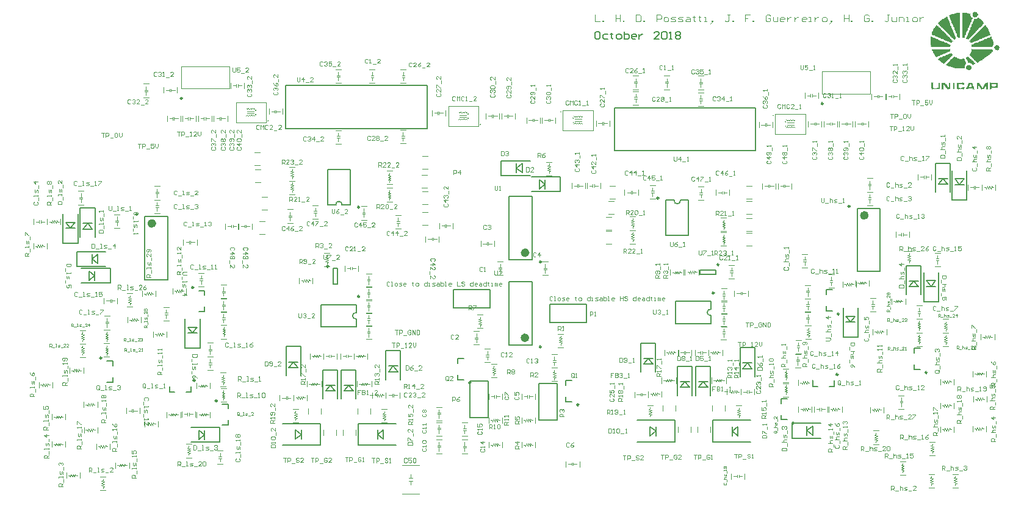
<source format=gto>
G04*
G04 #@! TF.GenerationSoftware,Altium Limited,Altium Designer,18.0.12 (696)*
G04*
G04 Layer_Color=65535*
%FSLAX23Y23*%
%MOIN*%
G70*
G01*
G75*
%ADD10C,0.010*%
%ADD11C,0.008*%
%ADD12C,0.024*%
%ADD13C,0.002*%
%ADD14C,0.004*%
%ADD15C,0.008*%
%ADD16C,0.005*%
%ADD17C,0.003*%
G36*
X5134Y2633D02*
X5132D01*
Y2498D01*
X5122D01*
Y2501D01*
X5120D01*
Y2505D01*
X5118D01*
Y2512D01*
X5116D01*
Y2519D01*
X5113D01*
Y2523D01*
X5111D01*
Y2530D01*
X5109D01*
Y2535D01*
X5106D01*
Y2542D01*
X5104D01*
Y2546D01*
X5102D01*
Y2553D01*
X5100D01*
Y2558D01*
X5097D01*
Y2562D01*
X5095D01*
Y2567D01*
X5093D01*
Y2574D01*
X5091D01*
Y2578D01*
X5088D01*
Y2585D01*
X5086D01*
Y2590D01*
X5084D01*
Y2596D01*
X5081D01*
Y2601D01*
X5079D01*
Y2606D01*
X5077D01*
Y2612D01*
X5075D01*
Y2617D01*
X5072D01*
Y2619D01*
X5075D01*
Y2621D01*
X5079D01*
Y2624D01*
X5086D01*
Y2626D01*
X5095D01*
Y2628D01*
X5102D01*
Y2631D01*
X5113D01*
Y2633D01*
X5122D01*
Y2635D01*
X5125D01*
Y2633D01*
X5129D01*
Y2635D01*
X5134D01*
Y2633D01*
D02*
G37*
G36*
X5218Y2637D02*
X5225D01*
Y2635D01*
X5227D01*
Y2631D01*
X5230D01*
Y2626D01*
X5232D01*
Y2621D01*
X5230D01*
Y2617D01*
X5227D01*
Y2615D01*
X5225D01*
Y2612D01*
X5223D01*
Y2610D01*
X5218D01*
Y2608D01*
X5214D01*
Y2610D01*
X5209D01*
Y2612D01*
X5207D01*
Y2615D01*
X5204D01*
Y2619D01*
X5202D01*
Y2631D01*
X5204D01*
Y2633D01*
X5207D01*
Y2637D01*
X5214D01*
Y2640D01*
X5218D01*
Y2637D01*
D02*
G37*
G36*
X5236Y2603D02*
X5241D01*
Y2601D01*
X5243D01*
Y2599D01*
X5245D01*
Y2596D01*
X5250D01*
Y2594D01*
X5252D01*
Y2592D01*
X5255D01*
Y2590D01*
X5257D01*
Y2587D01*
X5259D01*
Y2583D01*
X5261D01*
Y2580D01*
X5264D01*
Y2578D01*
X5266D01*
Y2576D01*
X5264D01*
Y2574D01*
X5261D01*
Y2571D01*
X5259D01*
Y2569D01*
X5257D01*
Y2567D01*
X5255D01*
Y2565D01*
X5252D01*
Y2562D01*
X5250D01*
Y2558D01*
X5245D01*
Y2555D01*
X5243D01*
Y2553D01*
X5241D01*
Y2551D01*
X5239D01*
Y2549D01*
X5236D01*
Y2546D01*
X5234D01*
Y2544D01*
X5232D01*
Y2542D01*
X5230D01*
Y2539D01*
X5227D01*
Y2537D01*
X5225D01*
Y2535D01*
X5223D01*
Y2533D01*
X5220D01*
Y2528D01*
X5218D01*
Y2526D01*
X5216D01*
Y2523D01*
X5214D01*
Y2521D01*
X5211D01*
Y2519D01*
X5209D01*
Y2517D01*
X5207D01*
Y2514D01*
X5204D01*
Y2512D01*
X5202D01*
Y2510D01*
X5200D01*
Y2508D01*
X5198D01*
Y2505D01*
X5195D01*
Y2503D01*
X5193D01*
Y2501D01*
X5191D01*
Y2498D01*
X5189D01*
Y2496D01*
X5186D01*
Y2494D01*
X5184D01*
Y2492D01*
X5182D01*
Y2489D01*
X5179D01*
Y2487D01*
X5175D01*
Y2489D01*
X5173D01*
Y2492D01*
X5168D01*
Y2498D01*
X5170D01*
Y2503D01*
X5173D01*
Y2510D01*
X5175D01*
Y2514D01*
X5177D01*
Y2519D01*
X5179D01*
Y2526D01*
X5182D01*
Y2530D01*
X5184D01*
Y2537D01*
X5186D01*
Y2542D01*
X5189D01*
Y2546D01*
X5191D01*
Y2553D01*
X5193D01*
Y2558D01*
X5195D01*
Y2562D01*
X5198D01*
Y2569D01*
X5200D01*
Y2574D01*
X5202D01*
Y2578D01*
X5204D01*
Y2585D01*
X5207D01*
Y2592D01*
X5209D01*
Y2599D01*
X5211D01*
Y2601D01*
X5214D01*
Y2599D01*
X5223D01*
Y2601D01*
X5227D01*
Y2603D01*
X5230D01*
Y2606D01*
X5236D01*
Y2603D01*
D02*
G37*
G36*
X5150Y2633D02*
X5173D01*
Y2631D01*
X5175D01*
Y2633D01*
X5177D01*
Y2631D01*
X5184D01*
Y2628D01*
X5186D01*
Y2631D01*
X5189D01*
Y2628D01*
X5193D01*
Y2626D01*
X5191D01*
Y2617D01*
X5193D01*
Y2612D01*
X5195D01*
Y2610D01*
X5198D01*
Y2608D01*
X5200D01*
Y2606D01*
X5202D01*
Y2601D01*
X5200D01*
Y2596D01*
X5198D01*
Y2592D01*
X5195D01*
Y2585D01*
X5193D01*
Y2580D01*
X5191D01*
Y2576D01*
X5189D01*
Y2569D01*
X5186D01*
Y2565D01*
X5184D01*
Y2558D01*
X5182D01*
Y2553D01*
X5179D01*
Y2549D01*
X5177D01*
Y2544D01*
X5175D01*
Y2537D01*
X5173D01*
Y2533D01*
X5170D01*
Y2526D01*
X5168D01*
Y2521D01*
X5166D01*
Y2514D01*
X5163D01*
Y2510D01*
X5161D01*
Y2505D01*
X5159D01*
Y2498D01*
X5145D01*
Y2635D01*
X5150D01*
Y2633D01*
D02*
G37*
G36*
X5063Y2612D02*
X5065D01*
Y2606D01*
X5068D01*
Y2599D01*
X5070D01*
Y2594D01*
X5072D01*
Y2587D01*
X5075D01*
Y2583D01*
X5077D01*
Y2576D01*
X5079D01*
Y2571D01*
X5081D01*
Y2565D01*
X5084D01*
Y2560D01*
X5086D01*
Y2553D01*
X5088D01*
Y2549D01*
X5091D01*
Y2544D01*
X5093D01*
Y2537D01*
X5095D01*
Y2533D01*
X5097D01*
Y2526D01*
X5100D01*
Y2521D01*
X5102D01*
Y2514D01*
X5104D01*
Y2510D01*
X5106D01*
Y2505D01*
X5109D01*
Y2498D01*
X5111D01*
Y2492D01*
X5106D01*
Y2487D01*
X5100D01*
Y2489D01*
X5097D01*
Y2492D01*
X5095D01*
Y2494D01*
X5093D01*
Y2496D01*
X5091D01*
Y2498D01*
X5088D01*
Y2501D01*
X5086D01*
Y2503D01*
X5084D01*
Y2505D01*
X5081D01*
Y2508D01*
X5079D01*
Y2510D01*
X5077D01*
Y2512D01*
X5075D01*
Y2514D01*
X5072D01*
Y2517D01*
X5070D01*
Y2519D01*
X5068D01*
Y2521D01*
X5065D01*
Y2523D01*
X5063D01*
Y2526D01*
X5061D01*
Y2528D01*
X5059D01*
Y2530D01*
X5056D01*
Y2533D01*
X5054D01*
Y2535D01*
X5052D01*
Y2537D01*
X5050D01*
Y2539D01*
X5047D01*
Y2542D01*
X5045D01*
Y2544D01*
X5043D01*
Y2546D01*
X5040D01*
Y2549D01*
X5038D01*
Y2551D01*
X5036D01*
Y2553D01*
X5034D01*
Y2555D01*
X5031D01*
Y2558D01*
X5029D01*
Y2560D01*
X5027D01*
Y2562D01*
X5024D01*
Y2565D01*
X5022D01*
Y2567D01*
X5020D01*
Y2569D01*
X5018D01*
Y2571D01*
X5015D01*
Y2574D01*
X5013D01*
Y2576D01*
X5015D01*
Y2578D01*
X5018D01*
Y2583D01*
X5020D01*
Y2585D01*
X5022D01*
Y2587D01*
X5024D01*
Y2590D01*
X5029D01*
Y2592D01*
X5031D01*
Y2594D01*
X5034D01*
Y2596D01*
X5036D01*
Y2599D01*
X5040D01*
Y2601D01*
X5045D01*
Y2603D01*
X5050D01*
Y2606D01*
X5052D01*
Y2608D01*
X5056D01*
Y2610D01*
X5059D01*
Y2612D01*
X5061D01*
Y2615D01*
X5063D01*
Y2612D01*
D02*
G37*
G36*
X5273Y2565D02*
X5275D01*
Y2562D01*
X5277D01*
Y2558D01*
X5280D01*
Y2555D01*
X5282D01*
Y2551D01*
X5284D01*
Y2549D01*
X5287D01*
Y2544D01*
X5289D01*
Y2539D01*
X5291D01*
Y2533D01*
X5293D01*
Y2528D01*
X5296D01*
Y2521D01*
X5298D01*
Y2517D01*
X5300D01*
Y2512D01*
X5296D01*
Y2510D01*
X5289D01*
Y2508D01*
X5284D01*
Y2505D01*
X5277D01*
Y2503D01*
X5273D01*
Y2501D01*
X5268D01*
Y2498D01*
X5261D01*
Y2496D01*
X5257D01*
Y2494D01*
X5252D01*
Y2492D01*
X5248D01*
Y2489D01*
X5241D01*
Y2487D01*
X5236D01*
Y2485D01*
X5230D01*
Y2482D01*
X5225D01*
Y2480D01*
X5220D01*
Y2478D01*
X5214D01*
Y2476D01*
X5209D01*
Y2473D01*
X5204D01*
Y2471D01*
X5195D01*
Y2469D01*
X5191D01*
Y2471D01*
X5189D01*
Y2476D01*
X5186D01*
Y2478D01*
X5184D01*
Y2480D01*
X5186D01*
Y2482D01*
X5189D01*
Y2485D01*
X5191D01*
Y2487D01*
X5193D01*
Y2489D01*
X5195D01*
Y2492D01*
X5198D01*
Y2494D01*
X5200D01*
Y2496D01*
X5202D01*
Y2498D01*
X5204D01*
Y2501D01*
X5207D01*
Y2503D01*
X5209D01*
Y2505D01*
X5211D01*
Y2508D01*
X5214D01*
Y2510D01*
X5216D01*
Y2512D01*
X5218D01*
Y2514D01*
X5220D01*
Y2517D01*
X5223D01*
Y2519D01*
X5225D01*
Y2521D01*
X5227D01*
Y2523D01*
X5230D01*
Y2526D01*
X5232D01*
Y2528D01*
X5234D01*
Y2530D01*
X5236D01*
Y2533D01*
X5239D01*
Y2535D01*
X5241D01*
Y2537D01*
X5243D01*
Y2539D01*
X5245D01*
Y2542D01*
X5248D01*
Y2544D01*
X5250D01*
Y2546D01*
X5252D01*
Y2549D01*
X5255D01*
Y2551D01*
X5257D01*
Y2553D01*
X5259D01*
Y2555D01*
X5261D01*
Y2558D01*
X5264D01*
Y2560D01*
X5266D01*
Y2562D01*
X5268D01*
Y2565D01*
X5271D01*
Y2567D01*
X5273D01*
Y2565D01*
D02*
G37*
G36*
X5008D02*
X5011D01*
Y2562D01*
X5013D01*
Y2560D01*
X5015D01*
Y2558D01*
X5018D01*
Y2555D01*
X5020D01*
Y2553D01*
X5022D01*
Y2551D01*
X5024D01*
Y2549D01*
X5027D01*
Y2546D01*
X5029D01*
Y2544D01*
X5031D01*
Y2542D01*
X5034D01*
Y2539D01*
X5036D01*
Y2537D01*
X5038D01*
Y2535D01*
X5040D01*
Y2533D01*
X5043D01*
Y2530D01*
X5045D01*
Y2528D01*
X5047D01*
Y2526D01*
X5050D01*
Y2523D01*
X5052D01*
Y2521D01*
X5054D01*
Y2519D01*
X5056D01*
Y2517D01*
X5059D01*
Y2514D01*
X5061D01*
Y2512D01*
X5063D01*
Y2510D01*
X5065D01*
Y2508D01*
X5068D01*
Y2505D01*
X5070D01*
Y2503D01*
X5072D01*
Y2501D01*
X5075D01*
Y2498D01*
X5077D01*
Y2496D01*
X5079D01*
Y2494D01*
X5081D01*
Y2492D01*
X5084D01*
Y2489D01*
X5086D01*
Y2487D01*
X5088D01*
Y2485D01*
X5091D01*
Y2482D01*
X5093D01*
Y2480D01*
X5095D01*
Y2478D01*
X5093D01*
Y2476D01*
X5091D01*
Y2471D01*
X5088D01*
Y2469D01*
X5086D01*
Y2471D01*
X5079D01*
Y2473D01*
X5072D01*
Y2476D01*
X5070D01*
Y2478D01*
X5063D01*
Y2480D01*
X5059D01*
Y2482D01*
X5052D01*
Y2485D01*
X5047D01*
Y2487D01*
X5043D01*
Y2489D01*
X5036D01*
Y2492D01*
X5031D01*
Y2494D01*
X5027D01*
Y2496D01*
X5022D01*
Y2498D01*
X5018D01*
Y2501D01*
X5011D01*
Y2503D01*
X5006D01*
Y2505D01*
X4999D01*
Y2508D01*
X4995D01*
Y2510D01*
X4990D01*
Y2512D01*
X4983D01*
Y2514D01*
X4979D01*
Y2523D01*
X4981D01*
Y2530D01*
X4983D01*
Y2535D01*
X4986D01*
Y2539D01*
X4988D01*
Y2544D01*
X4990D01*
Y2549D01*
X4993D01*
Y2551D01*
X4995D01*
Y2555D01*
X4997D01*
Y2558D01*
X4999D01*
Y2560D01*
X5002D01*
Y2562D01*
X5004D01*
Y2567D01*
X5008D01*
Y2565D01*
D02*
G37*
G36*
X5305Y2501D02*
X5307D01*
Y2492D01*
X5309D01*
Y2487D01*
X5312D01*
Y2482D01*
X5314D01*
Y2478D01*
X5316D01*
Y2469D01*
X5318D01*
Y2460D01*
X5316D01*
Y2457D01*
X5314D01*
Y2455D01*
X5312D01*
Y2451D01*
X5309D01*
Y2448D01*
X5200D01*
Y2446D01*
X5198D01*
Y2455D01*
X5195D01*
Y2457D01*
X5198D01*
Y2460D01*
X5202D01*
Y2462D01*
X5207D01*
Y2464D01*
X5211D01*
Y2467D01*
X5218D01*
Y2469D01*
X5225D01*
Y2471D01*
X5232D01*
Y2473D01*
X5236D01*
Y2476D01*
X5241D01*
Y2478D01*
X5248D01*
Y2480D01*
X5252D01*
Y2482D01*
X5257D01*
Y2485D01*
X5264D01*
Y2487D01*
X5268D01*
Y2489D01*
X5273D01*
Y2492D01*
X5280D01*
Y2494D01*
X5284D01*
Y2496D01*
X5291D01*
Y2498D01*
X5296D01*
Y2501D01*
X5300D01*
Y2503D01*
X5305D01*
Y2501D01*
D02*
G37*
G36*
X4977Y2503D02*
X4981D01*
Y2501D01*
X4986D01*
Y2498D01*
X4993D01*
Y2496D01*
X4997D01*
Y2494D01*
X5002D01*
Y2492D01*
X5008D01*
Y2489D01*
X5013D01*
Y2487D01*
X5018D01*
Y2485D01*
X5024D01*
Y2482D01*
X5029D01*
Y2480D01*
X5034D01*
Y2478D01*
X5038D01*
Y2476D01*
X5045D01*
Y2473D01*
X5050D01*
Y2471D01*
X5054D01*
Y2469D01*
X5063D01*
Y2467D01*
X5068D01*
Y2464D01*
X5072D01*
Y2462D01*
X5077D01*
Y2460D01*
X5081D01*
Y2457D01*
X5084D01*
Y2455D01*
X5081D01*
Y2451D01*
X5079D01*
Y2446D01*
X5077D01*
Y2448D01*
X4979D01*
Y2446D01*
X4977D01*
Y2451D01*
X4974D01*
Y2453D01*
X4977D01*
Y2457D01*
X4974D01*
Y2480D01*
X4972D01*
Y2485D01*
X4974D01*
Y2505D01*
X4977D01*
Y2503D01*
D02*
G37*
G36*
X5307Y2435D02*
X5309D01*
Y2430D01*
X5312D01*
Y2425D01*
X5314D01*
Y2423D01*
X5312D01*
Y2421D01*
X5309D01*
Y2419D01*
X5307D01*
Y2416D01*
X5305D01*
Y2414D01*
X5302D01*
Y2412D01*
X5300D01*
Y2410D01*
X5298D01*
Y2407D01*
X5296D01*
Y2405D01*
X5293D01*
Y2403D01*
X5291D01*
Y2400D01*
X5287D01*
Y2398D01*
X5284D01*
Y2396D01*
X5280D01*
Y2394D01*
X5277D01*
Y2391D01*
X5275D01*
Y2389D01*
X5271D01*
Y2387D01*
X5268D01*
Y2384D01*
X5264D01*
Y2382D01*
X5259D01*
Y2380D01*
X5257D01*
Y2378D01*
X5255D01*
Y2375D01*
X5250D01*
Y2373D01*
X5248D01*
Y2371D01*
X5243D01*
Y2369D01*
X5239D01*
Y2366D01*
X5236D01*
Y2364D01*
X5232D01*
Y2362D01*
X5225D01*
Y2364D01*
X5223D01*
Y2366D01*
X5220D01*
Y2369D01*
X5218D01*
Y2371D01*
X5216D01*
Y2373D01*
X5214D01*
Y2375D01*
X5211D01*
Y2378D01*
X5209D01*
Y2382D01*
X5207D01*
Y2384D01*
X5202D01*
Y2387D01*
X5200D01*
Y2389D01*
X5198D01*
Y2391D01*
X5195D01*
Y2394D01*
X5193D01*
Y2396D01*
X5191D01*
Y2398D01*
X5189D01*
Y2400D01*
X5186D01*
Y2403D01*
X5184D01*
Y2405D01*
X5186D01*
Y2407D01*
X5189D01*
Y2412D01*
X5191D01*
Y2414D01*
X5193D01*
Y2419D01*
X5195D01*
Y2428D01*
X5198D01*
Y2437D01*
X5200D01*
Y2435D01*
X5305D01*
Y2437D01*
X5307D01*
Y2435D01*
D02*
G37*
G36*
X5341Y2455D02*
X5346D01*
Y2451D01*
X5348D01*
Y2446D01*
X5350D01*
Y2441D01*
X5348D01*
Y2435D01*
X5346D01*
Y2432D01*
X5341D01*
Y2430D01*
X5339D01*
Y2428D01*
X5337D01*
Y2430D01*
X5330D01*
Y2432D01*
X5325D01*
Y2437D01*
X5323D01*
Y2441D01*
X5321D01*
Y2446D01*
X5323D01*
Y2451D01*
X5325D01*
Y2453D01*
X5328D01*
Y2455D01*
X5330D01*
Y2457D01*
X5341D01*
Y2455D01*
D02*
G37*
G36*
X5079Y2432D02*
X5081D01*
Y2425D01*
X5079D01*
Y2423D01*
X5075D01*
Y2421D01*
X5070D01*
Y2419D01*
X5065D01*
Y2416D01*
X5059D01*
Y2414D01*
X5054D01*
Y2412D01*
X5050D01*
Y2410D01*
X5043D01*
Y2407D01*
X5038D01*
Y2405D01*
X5034D01*
Y2403D01*
X5027D01*
Y2400D01*
X5022D01*
Y2398D01*
X5018D01*
Y2396D01*
X5013D01*
Y2394D01*
X5006D01*
Y2391D01*
X5002D01*
Y2394D01*
X4999D01*
Y2398D01*
X4997D01*
Y2400D01*
X4995D01*
Y2405D01*
X4993D01*
Y2410D01*
X4990D01*
Y2414D01*
X4988D01*
Y2419D01*
X4986D01*
Y2423D01*
X4983D01*
Y2428D01*
X4981D01*
Y2432D01*
X4979D01*
Y2435D01*
X5077D01*
Y2437D01*
X5079D01*
Y2432D01*
D02*
G37*
G36*
X5088Y2410D02*
X5091D01*
Y2407D01*
X5093D01*
Y2405D01*
X5095D01*
Y2403D01*
X5093D01*
Y2400D01*
X5091D01*
Y2398D01*
X5088D01*
Y2396D01*
X5086D01*
Y2394D01*
X5084D01*
Y2391D01*
X5081D01*
Y2389D01*
X5079D01*
Y2387D01*
X5077D01*
Y2384D01*
X5075D01*
Y2382D01*
X5072D01*
Y2380D01*
X5070D01*
Y2378D01*
X5068D01*
Y2375D01*
X5065D01*
Y2373D01*
X5063D01*
Y2371D01*
X5061D01*
Y2369D01*
X5059D01*
Y2366D01*
X5056D01*
Y2364D01*
X5054D01*
Y2362D01*
X5052D01*
Y2359D01*
X5050D01*
Y2357D01*
X5047D01*
Y2355D01*
X5043D01*
Y2357D01*
X5040D01*
Y2359D01*
X5036D01*
Y2362D01*
X5034D01*
Y2364D01*
X5031D01*
Y2366D01*
X5027D01*
Y2369D01*
X5024D01*
Y2371D01*
X5022D01*
Y2373D01*
X5020D01*
Y2375D01*
X5018D01*
Y2378D01*
X5013D01*
Y2380D01*
X5011D01*
Y2382D01*
X5015D01*
Y2384D01*
X5020D01*
Y2387D01*
X5024D01*
Y2389D01*
X5029D01*
Y2391D01*
X5036D01*
Y2394D01*
X5040D01*
Y2396D01*
X5045D01*
Y2398D01*
X5052D01*
Y2400D01*
X5056D01*
Y2403D01*
X5063D01*
Y2405D01*
X5068D01*
Y2407D01*
X5072D01*
Y2410D01*
X5077D01*
Y2412D01*
X5084D01*
Y2414D01*
X5088D01*
Y2410D01*
D02*
G37*
G36*
X5177Y2394D02*
X5179D01*
Y2391D01*
X5182D01*
Y2389D01*
X5184D01*
Y2387D01*
X5186D01*
Y2384D01*
X5189D01*
Y2382D01*
X5193D01*
Y2380D01*
X5195D01*
Y2378D01*
X5198D01*
Y2375D01*
X5200D01*
Y2373D01*
X5202D01*
Y2371D01*
X5204D01*
Y2369D01*
X5207D01*
Y2366D01*
X5209D01*
Y2364D01*
X5211D01*
Y2362D01*
X5214D01*
Y2359D01*
X5216D01*
Y2355D01*
X5214D01*
Y2353D01*
X5209D01*
Y2350D01*
X5207D01*
Y2348D01*
X5202D01*
Y2350D01*
X5200D01*
Y2353D01*
X5198D01*
Y2355D01*
X5195D01*
Y2357D01*
X5189D01*
Y2359D01*
X5179D01*
Y2362D01*
X5177D01*
Y2366D01*
X5175D01*
Y2371D01*
X5173D01*
Y2378D01*
X5170D01*
Y2382D01*
X5168D01*
Y2387D01*
X5166D01*
Y2389D01*
X5168D01*
Y2391D01*
X5173D01*
Y2394D01*
X5175D01*
Y2396D01*
X5177D01*
Y2394D01*
D02*
G37*
G36*
X5104D02*
X5106D01*
Y2391D01*
X5111D01*
Y2389D01*
X5116D01*
Y2387D01*
X5120D01*
Y2384D01*
X5129D01*
Y2382D01*
X5148D01*
Y2384D01*
X5157D01*
Y2382D01*
X5159D01*
Y2375D01*
X5161D01*
Y2371D01*
X5163D01*
Y2364D01*
X5166D01*
Y2359D01*
X5168D01*
Y2353D01*
X5163D01*
Y2348D01*
X5161D01*
Y2346D01*
X5159D01*
Y2332D01*
X5150D01*
Y2330D01*
X5148D01*
Y2332D01*
X5138D01*
Y2330D01*
X5125D01*
Y2332D01*
X5116D01*
Y2330D01*
X5113D01*
Y2332D01*
X5102D01*
Y2334D01*
X5093D01*
Y2337D01*
X5084D01*
Y2339D01*
X5075D01*
Y2341D01*
X5070D01*
Y2343D01*
X5063D01*
Y2346D01*
X5059D01*
Y2348D01*
X5056D01*
Y2350D01*
X5059D01*
Y2353D01*
X5061D01*
Y2355D01*
X5063D01*
Y2357D01*
X5065D01*
Y2359D01*
X5068D01*
Y2362D01*
X5070D01*
Y2364D01*
X5072D01*
Y2366D01*
X5075D01*
Y2369D01*
X5077D01*
Y2371D01*
X5079D01*
Y2375D01*
X5081D01*
Y2378D01*
X5084D01*
Y2380D01*
X5086D01*
Y2382D01*
X5091D01*
Y2384D01*
X5093D01*
Y2387D01*
X5095D01*
Y2389D01*
X5097D01*
Y2391D01*
X5100D01*
Y2394D01*
X5102D01*
Y2396D01*
X5104D01*
Y2394D01*
D02*
G37*
G36*
X5189Y2346D02*
X5191D01*
Y2343D01*
X5193D01*
Y2341D01*
X5195D01*
Y2337D01*
X5198D01*
Y2332D01*
X5195D01*
Y2328D01*
X5193D01*
Y2325D01*
X5191D01*
Y2323D01*
X5189D01*
Y2321D01*
X5177D01*
Y2323D01*
X5173D01*
Y2325D01*
X5170D01*
Y2328D01*
X5168D01*
Y2341D01*
X5170D01*
Y2343D01*
X5173D01*
Y2346D01*
X5177D01*
Y2348D01*
X5189D01*
Y2346D01*
D02*
G37*
G36*
X5287Y2214D02*
X5284D01*
Y2216D01*
X5280D01*
Y2214D01*
X5277D01*
Y2232D01*
X5273D01*
Y2230D01*
X5271D01*
Y2225D01*
X5268D01*
Y2223D01*
X5266D01*
Y2218D01*
X5264D01*
Y2216D01*
X5252D01*
Y2214D01*
X5250D01*
Y2216D01*
X5248D01*
Y2220D01*
X5245D01*
Y2223D01*
X5243D01*
Y2227D01*
X5241D01*
Y2230D01*
X5239D01*
Y2234D01*
X5234D01*
Y2214D01*
X5232D01*
Y2216D01*
X5227D01*
Y2214D01*
X5225D01*
Y2255D01*
X5227D01*
Y2252D01*
X5236D01*
Y2250D01*
X5239D01*
Y2248D01*
X5241D01*
Y2243D01*
X5243D01*
Y2241D01*
X5245D01*
Y2236D01*
X5248D01*
Y2234D01*
X5250D01*
Y2230D01*
X5252D01*
Y2225D01*
X5255D01*
Y2223D01*
X5259D01*
Y2227D01*
X5261D01*
Y2232D01*
X5264D01*
Y2236D01*
X5266D01*
Y2239D01*
X5268D01*
Y2243D01*
X5271D01*
Y2248D01*
X5273D01*
Y2252D01*
X5275D01*
Y2255D01*
X5277D01*
Y2252D01*
X5284D01*
Y2255D01*
X5287D01*
Y2214D01*
D02*
G37*
G36*
X5150Y2252D02*
X5154D01*
Y2250D01*
X5157D01*
Y2239D01*
X5154D01*
Y2241D01*
X5148D01*
Y2243D01*
X5143D01*
Y2245D01*
X5129D01*
Y2243D01*
X5127D01*
Y2241D01*
X5125D01*
Y2225D01*
X5127D01*
Y2223D01*
X5132D01*
Y2220D01*
X5141D01*
Y2223D01*
X5145D01*
Y2225D01*
X5148D01*
Y2227D01*
X5159D01*
Y2225D01*
X5157D01*
Y2218D01*
X5154D01*
Y2216D01*
X5152D01*
Y2214D01*
X5150D01*
Y2216D01*
X5125D01*
Y2214D01*
X5122D01*
Y2216D01*
X5118D01*
Y2220D01*
X5116D01*
Y2245D01*
X5118D01*
Y2250D01*
X5120D01*
Y2252D01*
X5125D01*
Y2255D01*
X5127D01*
Y2252D01*
X5148D01*
Y2255D01*
X5150D01*
Y2252D01*
D02*
G37*
G36*
X5104Y2214D02*
X5102D01*
Y2216D01*
X5097D01*
Y2214D01*
X5095D01*
Y2255D01*
X5097D01*
Y2252D01*
X5102D01*
Y2255D01*
X5104D01*
Y2214D01*
D02*
G37*
G36*
X4986Y2223D02*
X4990D01*
Y2220D01*
X5008D01*
Y2223D01*
X5013D01*
Y2225D01*
X5015D01*
Y2250D01*
X5013D01*
Y2252D01*
X5024D01*
Y2223D01*
X5022D01*
Y2216D01*
X4983D01*
Y2214D01*
X4981D01*
Y2216D01*
X4979D01*
Y2220D01*
X4977D01*
Y2255D01*
X4979D01*
Y2252D01*
X4983D01*
Y2255D01*
X4986D01*
Y2223D01*
D02*
G37*
G36*
X5084Y2250D02*
X5081D01*
Y2214D01*
X5079D01*
Y2216D01*
X5070D01*
Y2214D01*
X5068D01*
Y2216D01*
X5065D01*
Y2218D01*
X5063D01*
Y2220D01*
X5061D01*
Y2223D01*
X5059D01*
Y2225D01*
X5056D01*
Y2227D01*
X5054D01*
Y2230D01*
X5052D01*
Y2234D01*
X5050D01*
Y2236D01*
X5047D01*
Y2239D01*
X5043D01*
Y2214D01*
X5040D01*
Y2216D01*
X5036D01*
Y2214D01*
X5034D01*
Y2252D01*
X5052D01*
Y2248D01*
X5054D01*
Y2245D01*
X5056D01*
Y2243D01*
X5059D01*
Y2241D01*
X5061D01*
Y2239D01*
X5063D01*
Y2234D01*
X5065D01*
Y2232D01*
X5068D01*
Y2227D01*
X5072D01*
Y2252D01*
X5084D01*
Y2250D01*
D02*
G37*
G36*
X5300Y2252D02*
X5334D01*
Y2250D01*
X5339D01*
Y2232D01*
X5341D01*
Y2230D01*
X5339D01*
Y2225D01*
X5334D01*
Y2223D01*
X5307D01*
Y2214D01*
X5305D01*
Y2216D01*
X5300D01*
Y2214D01*
X5298D01*
Y2255D01*
X5300D01*
Y2252D01*
D02*
G37*
G36*
X5200Y2248D02*
X5202D01*
Y2243D01*
X5204D01*
Y2234D01*
X5207D01*
Y2230D01*
X5209D01*
Y2225D01*
X5211D01*
Y2218D01*
X5214D01*
Y2214D01*
X5211D01*
Y2216D01*
X5207D01*
Y2214D01*
X5204D01*
Y2218D01*
X5202D01*
Y2220D01*
X5179D01*
Y2218D01*
X5177D01*
Y2216D01*
X5168D01*
Y2223D01*
X5170D01*
Y2227D01*
X5173D01*
Y2234D01*
X5175D01*
Y2239D01*
X5177D01*
Y2243D01*
X5179D01*
Y2250D01*
X5182D01*
Y2252D01*
X5200D01*
Y2248D01*
D02*
G37*
G36*
X1289Y2104D02*
X1289Y2103D01*
X1290Y2102D01*
Y2101D01*
Y2100D01*
X1289Y2099D01*
X1289Y2098D01*
X1287Y2098D01*
X1286D01*
X1285Y2098D01*
X1284Y2099D01*
X1284Y2100D01*
Y2101D01*
Y2102D01*
X1284Y2103D01*
X1285Y2104D01*
X1286Y2104D01*
X1287D01*
X1289Y2104D01*
D02*
G37*
G36*
X2956Y2095D02*
X2957Y2094D01*
X2957Y2093D01*
Y2092D01*
Y2092D01*
X2957Y2091D01*
X2956Y2090D01*
X2955Y2089D01*
X2954D01*
X2953Y2090D01*
X2952Y2091D01*
X2951Y2092D01*
Y2092D01*
Y2093D01*
X2952Y2094D01*
X2953Y2095D01*
X2954Y2095D01*
X2955D01*
X2956Y2095D01*
D02*
G37*
G36*
X2449Y2084D02*
X2449Y2083D01*
X2450Y2082D01*
Y2081D01*
Y2080D01*
X2449Y2079D01*
X2449Y2078D01*
X2447Y2078D01*
X2446D01*
X2445Y2078D01*
X2444Y2079D01*
X2444Y2080D01*
Y2081D01*
Y2082D01*
X2444Y2083D01*
X2445Y2084D01*
X2446Y2084D01*
X2447D01*
X2449Y2084D01*
D02*
G37*
G36*
X1289Y2080D02*
X1289Y2079D01*
X1290Y2078D01*
Y2077D01*
Y2077D01*
X1289Y2076D01*
X1289Y2075D01*
X1287Y2074D01*
X1286D01*
X1285Y2075D01*
X1284Y2076D01*
X1284Y2077D01*
Y2077D01*
Y2078D01*
X1284Y2079D01*
X1285Y2080D01*
X1286Y2081D01*
X1287D01*
X1289Y2080D01*
D02*
G37*
G36*
X4116Y2075D02*
X4117Y2074D01*
X4117Y2073D01*
Y2072D01*
Y2072D01*
X4117Y2071D01*
X4116Y2070D01*
X4115Y2069D01*
X4114D01*
X4113Y2070D01*
X4112Y2071D01*
X4111Y2072D01*
Y2072D01*
Y2073D01*
X4112Y2074D01*
X4113Y2075D01*
X4114Y2075D01*
X4115D01*
X4116Y2075D01*
D02*
G37*
G36*
X3023Y2061D02*
X3024Y2060D01*
X3024Y2059D01*
Y2058D01*
Y2058D01*
X3024Y2057D01*
X3023Y2056D01*
X3022Y2055D01*
X3021D01*
X3019Y2056D01*
X3019Y2057D01*
X3018Y2058D01*
Y2058D01*
Y2059D01*
X3019Y2060D01*
X3019Y2061D01*
X3021Y2062D01*
X3022D01*
X3023Y2061D01*
D02*
G37*
G36*
X2449Y2060D02*
X2449Y2059D01*
X2450Y2058D01*
Y2057D01*
Y2057D01*
X2449Y2056D01*
X2449Y2055D01*
X2447Y2054D01*
X2446D01*
X2445Y2055D01*
X2444Y2056D01*
X2444Y2057D01*
Y2057D01*
Y2058D01*
X2444Y2059D01*
X2445Y2060D01*
X2446Y2061D01*
X2447D01*
X2449Y2060D01*
D02*
G37*
G36*
X1355Y2046D02*
X1356Y2045D01*
X1357Y2044D01*
Y2044D01*
Y2043D01*
X1356Y2042D01*
X1355Y2041D01*
X1354Y2040D01*
X1353D01*
X1352Y2041D01*
X1351Y2042D01*
X1351Y2043D01*
Y2044D01*
Y2044D01*
X1351Y2045D01*
X1352Y2046D01*
X1353Y2047D01*
X1354D01*
X1355Y2046D01*
D02*
G37*
G36*
X4183Y2041D02*
X4184Y2040D01*
X4184Y2039D01*
Y2038D01*
Y2038D01*
X4184Y2037D01*
X4183Y2036D01*
X4182Y2035D01*
X4181D01*
X4179Y2036D01*
X4179Y2037D01*
X4178Y2038D01*
Y2038D01*
Y2039D01*
X4179Y2040D01*
X4179Y2041D01*
X4181Y2042D01*
X4182D01*
X4183Y2041D01*
D02*
G37*
G36*
X3023Y2038D02*
X3024Y2037D01*
X3024Y2035D01*
Y2035D01*
Y2034D01*
X3024Y2033D01*
X3023Y2032D01*
X3022Y2032D01*
X3021D01*
X3019Y2032D01*
X3019Y2033D01*
X3018Y2034D01*
Y2035D01*
Y2035D01*
X3019Y2037D01*
X3019Y2038D01*
X3021Y2038D01*
X3022D01*
X3023Y2038D01*
D02*
G37*
G36*
X2515Y2026D02*
X2516Y2025D01*
X2517Y2024D01*
Y2024D01*
Y2023D01*
X2516Y2022D01*
X2515Y2021D01*
X2514Y2020D01*
X2513D01*
X2512Y2021D01*
X2511Y2022D01*
X2511Y2023D01*
Y2024D01*
Y2024D01*
X2511Y2025D01*
X2512Y2026D01*
X2513Y2027D01*
X2514D01*
X2515Y2026D01*
D02*
G37*
G36*
X4183Y2018D02*
X4184Y2017D01*
X4184Y2015D01*
Y2015D01*
Y2014D01*
X4184Y2013D01*
X4183Y2012D01*
X4182Y2012D01*
X4181D01*
X4179Y2012D01*
X4179Y2013D01*
X4178Y2014D01*
Y2015D01*
Y2015D01*
X4179Y2017D01*
X4179Y2018D01*
X4181Y2018D01*
X4182D01*
X4183Y2018D01*
D02*
G37*
%LPC*%
G36*
X5325Y2245D02*
X5309D01*
Y2243D01*
X5307D01*
Y2241D01*
Y2239D01*
Y2236D01*
Y2234D01*
X5309D01*
Y2232D01*
X5325D01*
Y2234D01*
X5330D01*
Y2236D01*
X5332D01*
Y2239D01*
X5330D01*
Y2241D01*
Y2243D01*
X5325D01*
Y2245D01*
D02*
G37*
G36*
X5191D02*
X5189D01*
Y2243D01*
Y2241D01*
X5186D01*
Y2239D01*
Y2236D01*
Y2234D01*
X5184D01*
Y2232D01*
Y2230D01*
Y2227D01*
X5198D01*
Y2230D01*
Y2232D01*
X5195D01*
Y2234D01*
Y2236D01*
Y2239D01*
X5193D01*
Y2241D01*
Y2243D01*
X5191D01*
Y2245D01*
D02*
G37*
%LPD*%
D10*
X1684Y1248D02*
G03*
X1684Y1248I-5J0D01*
G01*
X3817Y1257D02*
G03*
X3817Y1257I-5J0D01*
G01*
X2461Y611D02*
G03*
X2461Y611I-5J0D01*
G01*
X3051Y491D02*
G03*
X3051Y491I-5J0D01*
G01*
X1853Y1571D02*
G03*
X1853Y1571I-5J0D01*
G01*
X1076Y512D02*
G03*
X1076Y512I-5J0D01*
G01*
X445Y747D02*
G03*
X445Y747I-5J0D01*
G01*
X947Y1132D02*
G03*
X947Y1132I-5J0D01*
G01*
X4474Y987D02*
G03*
X4474Y987I-5J0D01*
G01*
X4532Y1575D02*
G03*
X4532Y1575I-5J0D01*
G01*
X4954Y667D02*
G03*
X4954Y667I-5J0D01*
G01*
X4227Y391D02*
G03*
X4227Y391I-5J0D01*
G01*
X4467Y656D02*
G03*
X4467Y656I-5J0D01*
G01*
X641Y1532D02*
G03*
X641Y1532I-5J0D01*
G01*
X955Y624D02*
G03*
X955Y624I-5J0D01*
G01*
X3790Y1102D02*
G03*
X3790Y1102I-5J0D01*
G01*
X1853Y1083D02*
G03*
X1853Y1083I-5J0D01*
G01*
X885Y2166D02*
G03*
X885Y2166I-5J0D01*
G01*
X4386Y2137D02*
G03*
X4386Y2137I-5J0D01*
G01*
X3488Y1621D02*
G03*
X3488Y1621I-5J0D01*
G01*
X2847Y1272D02*
G03*
X2847Y1272I-5J0D01*
G01*
X2846Y807D02*
G03*
X2846Y807I-5J0D01*
G01*
D11*
X1758Y1583D02*
G03*
X1725Y1583I-17J3D01*
G01*
X3773Y1013D02*
G03*
X3773Y979I-3J-17D01*
G01*
X1836Y994D02*
G03*
X1836Y960I-3J-17D01*
G01*
X3572Y1609D02*
G03*
X3606Y1609I17J-3D01*
G01*
X1733Y1150D02*
Y1236D01*
X1710Y1150D02*
Y1236D01*
Y1150D02*
X1733D01*
X1710Y1236D02*
X1733D01*
X3714Y1203D02*
X3800D01*
X3714Y1226D02*
X3800D01*
X3714Y1203D02*
Y1226D01*
X3800Y1203D02*
Y1226D01*
X2391Y717D02*
Y743D01*
X2423D01*
X2391Y628D02*
Y654D01*
Y628D02*
X2423D01*
X2832Y406D02*
Y606D01*
Y406D02*
X2932D01*
Y606D01*
X2832D02*
X2932D01*
X2981Y597D02*
Y623D01*
X3013D01*
X2981Y508D02*
Y534D01*
Y508D02*
X3013D01*
X1681Y1583D02*
X1725D01*
X1758D02*
X1803D01*
Y1776D01*
X1681Y1583D02*
Y1776D01*
X1803D01*
X1136Y380D02*
Y406D01*
X1104Y380D02*
X1136D01*
Y469D02*
Y494D01*
X1104D02*
X1136D01*
X505Y615D02*
Y641D01*
X473Y615D02*
X505D01*
Y704D02*
Y730D01*
X473D02*
X505D01*
X1007Y1000D02*
Y1026D01*
X975Y1000D02*
X1007D01*
Y1089D02*
Y1115D01*
X975D02*
X1007D01*
X4404Y1093D02*
Y1119D01*
X4436D01*
X4404Y1004D02*
Y1030D01*
Y1004D02*
X4436D01*
X4572Y1219D02*
Y1565D01*
X4698Y1219D02*
Y1565D01*
X4572Y1219D02*
X4698D01*
X4572Y1565D02*
X4698D01*
X4884Y684D02*
X4916D01*
X4884D02*
Y710D01*
Y799D02*
X4916D01*
X4884Y773D02*
Y799D01*
X4157Y498D02*
Y524D01*
X4189D01*
X4157Y409D02*
Y435D01*
Y409D02*
X4189D01*
X4330Y591D02*
X4356D01*
X4330D02*
Y623D01*
X4419Y591D02*
X4445D01*
Y623D01*
X680Y1522D02*
X806D01*
X680Y1175D02*
X806D01*
Y1522D01*
X680Y1175D02*
Y1522D01*
X933Y559D02*
Y591D01*
X907Y559D02*
X933D01*
X818D02*
Y591D01*
Y559D02*
X844D01*
X4018Y1879D02*
Y2115D01*
X3246Y1879D02*
Y2115D01*
X4018D01*
X3246Y1879D02*
X4018D01*
X1450Y2001D02*
Y2237D01*
X2222Y2001D02*
Y2237D01*
X1450Y2001D02*
X2222D01*
X1450Y2237D02*
X2222D01*
X3580Y935D02*
Y1057D01*
Y935D02*
X3773D01*
X3580Y1057D02*
X3773D01*
Y1013D02*
Y1057D01*
Y935D02*
Y979D01*
X1643Y916D02*
Y1038D01*
Y916D02*
X1836D01*
X1643Y1038D02*
X1836D01*
Y994D02*
Y1038D01*
Y916D02*
Y960D01*
X2892Y941D02*
X3092D01*
Y1041D01*
X2892D02*
X3092D01*
X2892Y941D02*
Y1041D01*
X3528Y1416D02*
X3650D01*
Y1609D01*
X3528Y1416D02*
Y1609D01*
X3572D01*
X3606D02*
X3650D01*
X2457Y421D02*
Y621D01*
Y421D02*
X2557D01*
Y621D01*
X2457D02*
X2557D01*
X2671Y1283D02*
X2797D01*
X2671Y1629D02*
X2797D01*
X2671Y1283D02*
Y1629D01*
X2797Y1283D02*
Y1629D01*
X2671Y818D02*
X2797D01*
X2671Y1164D02*
X2797D01*
X2671Y818D02*
Y1164D01*
X2797Y818D02*
Y1164D01*
X2567Y1021D02*
Y1121D01*
X2367Y1021D02*
X2567D01*
X2367D02*
Y1121D01*
X2567D01*
D12*
X4623Y1526D02*
G03*
X4623Y1526I-12J0D01*
G01*
X731Y1482D02*
G03*
X731Y1482I-12J0D01*
G01*
X2770Y1322D02*
G03*
X2770Y1322I-12J0D01*
G01*
X2769Y857D02*
G03*
X2769Y857I-12J0D01*
G01*
D13*
X1283Y2068D02*
G03*
X1271Y2068I-6J0D01*
G01*
D02*
G03*
X1259Y2068I-6J0D01*
G01*
D02*
G03*
X1247Y2068I-6J0D01*
G01*
D02*
G03*
X1236Y2068I-6J0D01*
G01*
X1271Y2111D02*
G03*
X1283Y2111I6J0D01*
G01*
X1259D02*
G03*
X1271Y2111I6J0D01*
G01*
X1247D02*
G03*
X1259Y2111I6J0D01*
G01*
X1236D02*
G03*
X1247Y2111I6J0D01*
G01*
X2396Y2091D02*
G03*
X2407Y2091I6J0D01*
G01*
D02*
G03*
X2419Y2091I6J0D01*
G01*
D02*
G03*
X2431Y2091I6J0D01*
G01*
D02*
G03*
X2443Y2091I6J0D01*
G01*
X2407Y2048D02*
G03*
X2396Y2048I-6J0D01*
G01*
X2419D02*
G03*
X2407Y2048I-6J0D01*
G01*
X2431D02*
G03*
X2419Y2048I-6J0D01*
G01*
X2443D02*
G03*
X2431Y2048I-6J0D01*
G01*
X4232Y2005D02*
G03*
X4221Y2005I-6J0D01*
G01*
D02*
G03*
X4209Y2005I-6J0D01*
G01*
D02*
G03*
X4197Y2005I-6J0D01*
G01*
D02*
G03*
X4185Y2005I-6J0D01*
G01*
X4221Y2048D02*
G03*
X4232Y2048I6J0D01*
G01*
X4209D02*
G03*
X4221Y2048I6J0D01*
G01*
X4197D02*
G03*
X4209Y2048I6J0D01*
G01*
X4185D02*
G03*
X4197Y2048I6J0D01*
G01*
X3072Y2025D02*
G03*
X3061Y2025I-6J0D01*
G01*
D02*
G03*
X3049Y2025I-6J0D01*
G01*
D02*
G03*
X3037Y2025I-6J0D01*
G01*
D02*
G03*
X3025Y2025I-6J0D01*
G01*
X3061Y2068D02*
G03*
X3072Y2068I6J0D01*
G01*
X3049D02*
G03*
X3061Y2068I6J0D01*
G01*
X3037D02*
G03*
X3049Y2068I6J0D01*
G01*
X3025D02*
G03*
X3037Y2068I6J0D01*
G01*
X1241Y2083D02*
X1277D01*
X1241Y2095D02*
X1277D01*
X2401Y2075D02*
X2437D01*
X2401Y2063D02*
X2437D01*
X4191Y2021D02*
X4226D01*
X4191Y2033D02*
X4226D01*
X3031Y2041D02*
X3066D01*
X3031Y2053D02*
X3066D01*
D14*
X3935Y547D02*
Y577D01*
X3861Y547D02*
Y577D01*
X3886Y555D02*
X3890Y570D01*
X3898Y555D01*
X3902Y570D01*
X3910Y555D01*
X3913Y570D01*
X3917Y562D01*
X3882D02*
X3886Y555D01*
X3917Y562D02*
X3925D01*
X3874D02*
X3882D01*
X4544Y1149D02*
X4552D01*
X4501D02*
X4509Y1149D01*
X4540Y1156D02*
X4544Y1149D01*
X4509Y1149D02*
X4513Y1141D01*
X4517Y1156D01*
X4525Y1141D01*
X4529Y1156D01*
X4536Y1141D01*
X4540Y1156D01*
X4566Y1134D02*
Y1164D01*
X4492Y1134D02*
Y1164D01*
X4616Y1157D02*
X4624D01*
X4573D02*
X4581Y1157D01*
X4612Y1165D02*
X4616Y1157D01*
X4581Y1157D02*
X4585Y1150D01*
X4589Y1165D01*
X4596Y1150D01*
X4600Y1165D01*
X4608Y1150D01*
X4612Y1165D01*
X4637Y1142D02*
Y1172D01*
X4563Y1142D02*
Y1172D01*
X885Y1113D02*
X893D01*
X842D02*
X849Y1113D01*
X881Y1121D02*
X885Y1113D01*
X849Y1113D02*
X853Y1105D01*
X857Y1121D01*
X865Y1105D01*
X869Y1121D01*
X877Y1105D01*
X881Y1121D01*
X906Y1098D02*
Y1128D01*
X832Y1098D02*
Y1128D01*
X719Y1098D02*
X727D01*
X676D02*
X684Y1098D01*
X716Y1106D02*
X719Y1098D01*
X684Y1098D02*
X688Y1091D01*
X692Y1106D01*
X700Y1091D01*
X704Y1106D01*
X712Y1091D01*
X716Y1106D01*
X741Y1083D02*
Y1113D01*
X667Y1083D02*
Y1113D01*
X3645Y1216D02*
X3653D01*
X3688Y1216D02*
X3696Y1216D01*
X3653D02*
X3656Y1208D01*
X3684Y1223D02*
X3688Y1216D01*
X3680Y1208D02*
X3684Y1223D01*
X3672D02*
X3680Y1208D01*
X3668D02*
X3672Y1223D01*
X3660D02*
X3668Y1208D01*
X3656D02*
X3660Y1223D01*
X3631Y1201D02*
Y1231D01*
X3705Y1201D02*
Y1231D01*
X3563Y1215D02*
X3571D01*
X3606Y1215D02*
X3614Y1215D01*
X3571D02*
X3575Y1207D01*
X3602Y1222D02*
X3606Y1215D01*
X3598Y1207D02*
X3602Y1222D01*
X3591D02*
X3598Y1207D01*
X3587D02*
X3591Y1222D01*
X3579D02*
X3587Y1207D01*
X3575D02*
X3579Y1222D01*
X3550Y1200D02*
Y1230D01*
X3624Y1200D02*
Y1230D01*
X1812Y1237D02*
X1834D01*
X1812Y1229D02*
Y1245D01*
X1804Y1229D02*
Y1245D01*
X1773Y1222D02*
Y1252D01*
X1847Y1222D02*
Y1252D01*
X1786Y1237D02*
X1804D01*
X3885Y1194D02*
Y1215D01*
X3877D02*
X3893D01*
X3877Y1224D02*
X3893D01*
X3870Y1254D02*
X3900D01*
X3870Y1181D02*
X3900D01*
X3885Y1224D02*
Y1241D01*
X1676Y1259D02*
Y1267D01*
X1676Y1302D02*
X1676Y1310D01*
Y1267D02*
X1684Y1271D01*
X1668Y1298D02*
X1676Y1302D01*
X1668Y1298D02*
X1684Y1294D01*
X1668Y1286D02*
X1684Y1294D01*
X1668Y1286D02*
X1684Y1282D01*
X1668Y1275D02*
X1684Y1282D01*
X1668Y1275D02*
X1684Y1271D01*
X1661Y1246D02*
X1691D01*
X1661Y1319D02*
X1691D01*
X1536Y1170D02*
X1544D01*
X1580Y1170D02*
X1588Y1170D01*
X1544D02*
X1548Y1162D01*
X1576Y1178D02*
X1580Y1170D01*
X1572Y1162D02*
X1576Y1178D01*
X1564D02*
X1572Y1162D01*
X1560D02*
X1564Y1178D01*
X1552D02*
X1560Y1162D01*
X1548D02*
X1552Y1178D01*
X1523Y1155D02*
Y1185D01*
X1597Y1155D02*
Y1185D01*
X5026Y471D02*
Y501D01*
X5100Y471D02*
Y501D01*
X5071Y478D02*
X5075Y494D01*
X5063D02*
X5071Y478D01*
X5059D02*
X5063Y494D01*
X5051D02*
X5059Y478D01*
X5047D02*
X5051Y494D01*
X5043Y486D02*
X5047Y478D01*
X5075Y494D02*
X5079Y486D01*
X5035D02*
X5043D01*
X5079D02*
X5086D01*
X5259Y522D02*
X5267D01*
X5216D02*
X5223D01*
X5255Y530D02*
X5259Y522D01*
X5223D02*
X5227Y514D01*
X5231Y530D01*
X5239Y514D01*
X5243Y530D01*
X5251Y514D01*
X5255Y530D01*
X5280Y507D02*
Y537D01*
X5206Y507D02*
Y537D01*
X5026Y341D02*
Y371D01*
X5100Y341D02*
Y371D01*
X5071Y348D02*
X5075Y364D01*
X5063D02*
X5071Y348D01*
X5059D02*
X5063Y364D01*
X5051D02*
X5059Y348D01*
X5047D02*
X5051Y364D01*
X5043Y356D02*
X5047Y348D01*
X5075Y364D02*
X5079Y356D01*
X5035D02*
X5043D01*
X5079D02*
X5086D01*
X4978Y50D02*
Y58D01*
Y94D02*
Y101D01*
Y58D02*
X4986Y62D01*
X4970Y90D02*
X4978Y94D01*
X4970Y90D02*
X4986Y86D01*
X4970Y78D02*
X4986Y86D01*
X4970Y78D02*
X4986Y74D01*
X4970Y66D02*
X4986Y74D01*
X4970Y66D02*
X4986Y62D01*
X4963Y37D02*
X4993D01*
X4963Y111D02*
X4993D01*
X5107Y50D02*
Y58D01*
Y94D02*
Y101D01*
Y58D02*
X5115Y62D01*
X5099Y90D02*
X5107Y94D01*
X5099Y90D02*
X5115Y86D01*
X5099Y78D02*
X5115Y86D01*
X5099Y78D02*
X5115Y74D01*
X5099Y66D02*
X5115Y74D01*
X5099Y66D02*
X5115Y62D01*
X5092Y37D02*
X5122D01*
X5092Y111D02*
X5122D01*
X4967Y287D02*
X4997D01*
X4967Y213D02*
X4997D01*
X4974Y242D02*
X4990Y238D01*
X4974Y242D02*
X4990Y250D01*
X4974Y254D02*
X4990Y250D01*
X4974Y254D02*
X4990Y262D01*
X4974Y266D02*
X4990Y262D01*
X4974Y266D02*
X4982Y270D01*
Y234D02*
X4990Y238D01*
X4982Y270D02*
Y278D01*
Y226D02*
Y234D01*
X4805Y181D02*
X4835D01*
X4805Y107D02*
X4835D01*
X4812Y136D02*
X4828Y132D01*
X4812Y136D02*
X4828Y144D01*
X4812Y148D02*
X4828Y144D01*
X4812Y148D02*
X4828Y156D01*
X4812Y159D02*
X4828Y156D01*
X4812Y159D02*
X4820Y163D01*
Y128D02*
X4828Y132D01*
X4820Y163D02*
Y171D01*
Y120D02*
Y128D01*
X2528Y1371D02*
X2550D01*
Y1363D02*
Y1379D01*
X2558Y1363D02*
Y1379D01*
X2589Y1356D02*
Y1386D01*
X2515Y1356D02*
Y1386D01*
X2558Y1371D02*
X2575D01*
X2622Y1212D02*
Y1234D01*
X2614D02*
X2630D01*
X2614Y1242D02*
X2630D01*
X2607Y1273D02*
X2637D01*
X2607Y1199D02*
X2637D01*
X2622Y1242D02*
Y1260D01*
X1998Y528D02*
Y558D01*
X1924Y528D02*
Y558D01*
X1949Y535D02*
X1953Y551D01*
X1961Y535D01*
X1965Y551D01*
X1972Y535D01*
X1976Y551D01*
X1980Y543D01*
X1945D02*
X1949Y535D01*
X1980Y543D02*
X1988D01*
X1937D02*
X1945D01*
X474Y945D02*
Y963D01*
X459Y902D02*
X489D01*
X459Y976D02*
X489D01*
X466Y945D02*
X482D01*
X466Y937D02*
X482D01*
X474Y915D02*
Y937D01*
X341Y764D02*
Y772D01*
Y807D02*
Y815D01*
Y772D02*
X349Y776D01*
X333Y803D02*
X341Y807D01*
X333Y803D02*
X349Y799D01*
X333Y791D02*
X349Y799D01*
X333Y791D02*
X349Y787D01*
X333Y780D02*
X349Y787D01*
X333Y780D02*
X349Y776D01*
X326Y750D02*
X356D01*
X326Y824D02*
X356D01*
X574Y160D02*
X582D01*
X531D02*
X538D01*
X570Y168D02*
X574Y160D01*
X538D02*
X542Y153D01*
X546Y168D01*
X554Y153D01*
X558Y168D01*
X566Y153D01*
X570Y168D01*
X595Y145D02*
Y175D01*
X521Y145D02*
Y175D01*
X469Y263D02*
X476D01*
X425D02*
X433D01*
X465Y271D02*
X469Y263D01*
X433D02*
X437Y255D01*
X441Y271D01*
X449Y255D01*
X453Y271D01*
X461Y255D01*
X465Y271D01*
X490Y248D02*
Y278D01*
X416Y248D02*
Y278D01*
X402Y353D02*
X409D01*
X358D02*
X366D01*
X398Y361D02*
X402Y353D01*
X366D02*
X370Y345D01*
X374Y361D01*
X382Y345D01*
X386Y361D01*
X394Y345D01*
X398Y361D01*
X423Y338D02*
Y368D01*
X349Y338D02*
Y368D01*
X401Y492D02*
X408D01*
X357D02*
X365D01*
X397Y500D02*
X401Y492D01*
X365D02*
X369Y484D01*
X373Y500D01*
X381Y484D01*
X385Y500D01*
X393Y484D01*
X397Y500D01*
X422Y477D02*
Y507D01*
X348Y477D02*
Y507D01*
X324Y678D02*
X332D01*
X281D02*
X289D01*
X320Y686D02*
X324Y678D01*
X289D02*
X293Y671D01*
X297Y686D01*
X305Y671D01*
X308Y686D01*
X316Y671D01*
X320Y686D01*
X345Y663D02*
Y693D01*
X271Y663D02*
Y693D01*
X437Y24D02*
X467D01*
X437Y98D02*
X467D01*
X444Y73D02*
X460Y69D01*
X444Y61D02*
X460Y69D01*
X444Y61D02*
X460Y57D01*
X444Y49D02*
X460Y57D01*
X444Y49D02*
X460Y45D01*
X452Y41D02*
X460Y45D01*
X444Y73D02*
X452Y77D01*
Y33D02*
Y41D01*
Y77D02*
Y85D01*
X102Y584D02*
Y614D01*
X176Y584D02*
Y614D01*
X147Y592D02*
X151Y607D01*
X139Y607D02*
X147Y592D01*
X135D02*
X139Y607D01*
X127Y607D02*
X135Y592D01*
X123D02*
X127Y607D01*
X119Y599D02*
X123Y592D01*
X151Y607D02*
X155Y599D01*
X111D02*
X119D01*
X155D02*
X162D01*
X174Y409D02*
Y439D01*
X248Y409D02*
Y439D01*
X219Y416D02*
X222Y432D01*
X211D02*
X219Y416D01*
X207D02*
X211Y432D01*
X199D02*
X207Y416D01*
X195D02*
X199Y432D01*
X191Y424D02*
X195Y416D01*
X222Y432D02*
X226Y424D01*
X183D02*
X191D01*
X226D02*
X234D01*
X173Y260D02*
Y290D01*
X247Y260D02*
Y290D01*
X218Y267D02*
X221Y282D01*
X210D02*
X218Y267D01*
X206D02*
X210Y282D01*
X198D02*
X206Y267D01*
X194D02*
X198Y282D01*
X190Y275D02*
X194Y267D01*
X221Y282D02*
X225Y275D01*
X182D02*
X190D01*
X225D02*
X233D01*
X252Y89D02*
Y119D01*
X326Y89D02*
Y119D01*
X297Y96D02*
X301Y112D01*
X289D02*
X297Y96D01*
X285D02*
X289Y112D01*
X278D02*
X285Y96D01*
X274D02*
X278Y112D01*
X270Y104D02*
X274Y96D01*
X301Y112D02*
X305Y104D01*
X262D02*
X270D01*
X305D02*
X313D01*
X341Y837D02*
Y845D01*
Y881D02*
Y889D01*
Y845D02*
X349Y849D01*
X333Y877D02*
X341Y881D01*
X333Y877D02*
X349Y873D01*
X333Y865D02*
X349Y873D01*
X333Y865D02*
X349Y861D01*
X333Y853D02*
X349Y861D01*
X333Y853D02*
X349Y849D01*
X326Y824D02*
X356D01*
X326Y898D02*
X356D01*
X2287Y417D02*
Y439D01*
X2279D02*
X2295D01*
X2279Y447D02*
X2295D01*
X2272Y478D02*
X2302D01*
X2272Y404D02*
X2302D01*
X2287Y447D02*
Y465D01*
X2287Y335D02*
Y356D01*
X2279D02*
X2295D01*
X2279Y364D02*
X2295D01*
X2272Y395D02*
X2302D01*
X2272Y321D02*
X2302D01*
X2287Y364D02*
Y382D01*
Y238D02*
Y260D01*
X2279D02*
X2295D01*
X2279Y268D02*
X2295D01*
X2272Y299D02*
X2302D01*
X2272Y225D02*
X2302D01*
X2287Y268D02*
Y286D01*
X2740Y256D02*
Y286D01*
X2814Y256D02*
Y286D01*
X2785Y263D02*
X2788Y279D01*
X2777D02*
X2785Y263D01*
X2773D02*
X2777Y279D01*
X2765D02*
X2773Y263D01*
X2761D02*
X2765Y279D01*
X2757Y271D02*
X2761Y263D01*
X2788Y279D02*
X2792Y271D01*
X2749D02*
X2757D01*
X2792D02*
X2800D01*
X2560Y391D02*
Y421D01*
X2634Y391D02*
Y421D01*
X2605Y398D02*
X2608Y414D01*
X2597D02*
X2605Y398D01*
X2593D02*
X2597Y414D01*
X2585D02*
X2593Y398D01*
X2581D02*
X2585Y414D01*
X2577Y406D02*
X2581Y398D01*
X2608Y414D02*
X2612Y406D01*
X2569D02*
X2577D01*
X2612D02*
X2620D01*
X2599Y536D02*
X2620D01*
X2599Y528D02*
Y544D01*
X2591Y528D02*
Y544D01*
X2560Y521D02*
Y551D01*
X2634Y521D02*
Y551D01*
X2573Y536D02*
X2591D01*
X2572Y713D02*
X2602D01*
X2572Y639D02*
X2602D01*
X2579Y668D02*
X2595Y664D01*
X2579Y668D02*
X2595Y676D01*
X2579Y680D02*
X2595Y676D01*
X2579Y680D02*
X2595Y688D01*
X2579Y692D02*
X2595Y688D01*
X2579Y692D02*
X2587Y696D01*
Y660D02*
X2595Y664D01*
X2587Y696D02*
Y703D01*
Y652D02*
Y660D01*
X2552Y763D02*
Y785D01*
X2544Y763D02*
X2560D01*
X2544Y755D02*
X2560D01*
X2537Y724D02*
X2567D01*
X2537Y798D02*
X2567D01*
X2552Y737D02*
Y755D01*
X2492Y858D02*
Y880D01*
X2484Y858D02*
X2500D01*
X2484Y850D02*
X2500D01*
X2477Y819D02*
X2507D01*
X2477Y893D02*
X2507D01*
X2492Y832D02*
Y850D01*
X2937Y878D02*
X2967D01*
X2937Y804D02*
X2967D01*
X2944Y833D02*
X2960Y829D01*
X2944Y833D02*
X2960Y841D01*
X2944Y845D02*
X2960Y841D01*
X2944Y845D02*
X2960Y853D01*
X2944Y857D02*
X2960Y853D01*
X2944Y857D02*
X2952Y861D01*
Y825D02*
X2960Y829D01*
X2952Y861D02*
Y868D01*
Y817D02*
Y825D01*
X2902Y619D02*
X2932D01*
X2902Y693D02*
X2932D01*
X2909Y668D02*
X2925Y664D01*
X2909Y656D02*
X2925Y664D01*
X2909Y656D02*
X2925Y652D01*
X2909Y644D02*
X2925Y652D01*
X2909Y644D02*
X2925Y640D01*
X2917Y636D02*
X2925Y640D01*
X2909Y668D02*
X2917Y672D01*
Y628D02*
Y636D01*
Y672D02*
Y680D01*
Y733D02*
Y755D01*
X2909Y733D02*
X2925D01*
X2909Y725D02*
X2925D01*
X2902Y694D02*
X2932D01*
X2902Y768D02*
X2932D01*
X2917Y707D02*
Y725D01*
X2779Y536D02*
X2800D01*
X2779Y528D02*
Y544D01*
X2771Y528D02*
Y544D01*
X2740Y521D02*
Y551D01*
X2814Y521D02*
Y551D01*
X2753Y536D02*
X2771D01*
X2740Y391D02*
Y421D01*
X2814Y391D02*
Y421D01*
X2785Y398D02*
X2788Y414D01*
X2777D02*
X2785Y398D01*
X2773D02*
X2777Y414D01*
X2765D02*
X2773Y398D01*
X2761D02*
X2765Y414D01*
X2757Y406D02*
X2761Y398D01*
X2788Y414D02*
X2792Y406D01*
X2749D02*
X2757D01*
X2792D02*
X2800D01*
X1474Y1524D02*
Y1545D01*
X1467Y1524D02*
X1482D01*
X1467Y1516D02*
X1482D01*
X1459Y1485D02*
X1489D01*
X1459Y1559D02*
X1489D01*
X1474Y1498D02*
Y1516D01*
X1612Y1550D02*
Y1568D01*
X1597Y1507D02*
X1627D01*
X1597Y1581D02*
X1627D01*
X1604Y1550D02*
X1619D01*
X1604Y1542D02*
X1619D01*
X1612Y1521D02*
Y1542D01*
X1486Y1728D02*
Y1736D01*
Y1772D02*
Y1780D01*
Y1736D02*
X1494Y1740D01*
X1478Y1768D02*
X1486Y1772D01*
X1478Y1768D02*
X1494Y1764D01*
X1478Y1756D02*
X1494Y1764D01*
X1478Y1756D02*
X1494Y1752D01*
X1478Y1744D02*
X1494Y1752D01*
X1478Y1744D02*
X1494Y1740D01*
X1471Y1715D02*
X1501D01*
X1471Y1789D02*
X1501D01*
X1877Y1516D02*
Y1533D01*
X1862Y1576D02*
X1892D01*
X1862Y1502D02*
X1892D01*
X1869Y1533D02*
X1884D01*
X1869Y1541D02*
X1884D01*
X1877D02*
Y1563D01*
X2064Y1493D02*
Y1515D01*
X2056Y1493D02*
X2072D01*
X2056Y1485D02*
X2072D01*
X2049Y1454D02*
X2079D01*
X2049Y1528D02*
X2079D01*
X2064Y1468D02*
Y1485D01*
X2017Y1750D02*
Y1758D01*
Y1707D02*
Y1715D01*
X2009Y1746D02*
X2017Y1750D01*
Y1715D02*
X2024Y1719D01*
X2009Y1722D02*
X2024Y1719D01*
X2009Y1722D02*
X2024Y1730D01*
X2009Y1734D02*
X2024Y1730D01*
X2009Y1734D02*
X2024Y1742D01*
X2009Y1746D02*
X2024Y1742D01*
X2002Y1771D02*
X2032D01*
X2002Y1697D02*
X2032D01*
X2197Y1852D02*
X2227D01*
X2197Y1782D02*
X2227D01*
X1092Y180D02*
Y198D01*
X1077Y241D02*
X1107D01*
X1077Y167D02*
X1107D01*
X1084Y198D02*
X1099D01*
X1084Y206D02*
X1099D01*
X1092D02*
Y227D01*
X2085Y5D02*
X2179D01*
X2132Y91D02*
Y112D01*
Y53D02*
Y75D01*
X2122D02*
X2142D01*
X2122Y91D02*
X2142D01*
X2085Y162D02*
X2179D01*
X2643Y2069D02*
X2660D01*
X2703Y2054D02*
Y2084D01*
X2629Y2054D02*
Y2084D01*
X2660Y2061D02*
Y2077D01*
X2668Y2061D02*
Y2077D01*
Y2069D02*
X2690D01*
X2558D02*
X2575D01*
X2618Y2054D02*
Y2084D01*
X2544Y2054D02*
Y2084D01*
X2575Y2061D02*
Y2077D01*
X2583Y2061D02*
Y2077D01*
Y2069D02*
X2605D01*
X5301Y861D02*
X5309D01*
X5258D02*
X5266D01*
X5297Y869D02*
X5301Y861D01*
X5266D02*
X5270Y853D01*
X5274Y869D01*
X5281Y853D01*
X5285Y869D01*
X5293Y853D01*
X5297Y869D01*
X5322Y846D02*
Y876D01*
X5248Y846D02*
Y876D01*
X5203Y344D02*
Y374D01*
X5277Y344D02*
Y374D01*
X5248Y351D02*
X5252Y367D01*
X5240D02*
X5248Y351D01*
X5236D02*
X5240Y367D01*
X5228D02*
X5236Y351D01*
X5224D02*
X5228Y367D01*
X5220Y359D02*
X5224Y351D01*
X5252Y367D02*
X5256Y359D01*
X5213D02*
X5220D01*
X5256D02*
X5264D01*
X1038Y693D02*
Y710D01*
X1023Y754D02*
X1053D01*
X1023Y680D02*
X1053D01*
X1030Y710D02*
X1046D01*
X1030Y719D02*
X1046D01*
X1038D02*
Y740D01*
X1038Y768D02*
Y786D01*
X1023Y829D02*
X1053D01*
X1023Y755D02*
X1053D01*
X1030Y786D02*
X1046D01*
X1030Y794D02*
X1046D01*
X1038D02*
Y816D01*
X963Y579D02*
Y609D01*
X1037Y579D02*
Y609D01*
X1008Y587D02*
X1012Y602D01*
X1000D02*
X1008Y587D01*
X996D02*
X1000Y602D01*
X989D02*
X996Y587D01*
X985D02*
X989Y602D01*
X981Y594D02*
X985Y587D01*
X1012Y602D02*
X1016Y594D01*
X973D02*
X981D01*
X1016D02*
X1024D01*
X1094Y592D02*
X1124D01*
X1094Y666D02*
X1124D01*
X1101Y641D02*
X1117Y637D01*
X1101Y629D02*
X1117Y637D01*
X1101Y629D02*
X1117Y625D01*
X1101Y617D02*
X1117Y625D01*
X1101Y617D02*
X1117Y613D01*
X1109Y609D02*
X1117Y613D01*
X1101Y641D02*
X1109Y645D01*
Y601D02*
Y609D01*
Y645D02*
Y653D01*
X1095Y508D02*
X1125D01*
X1095Y582D02*
X1125D01*
X1102Y557D02*
X1118Y553D01*
X1102Y545D02*
X1118Y553D01*
X1102Y545D02*
X1118Y541D01*
X1102Y533D02*
X1118Y541D01*
X1102Y533D02*
X1118Y530D01*
X1110Y526D02*
X1118Y530D01*
X1102Y557D02*
X1110Y561D01*
Y518D02*
Y526D01*
Y561D02*
Y569D01*
X473Y806D02*
Y814D01*
Y762D02*
Y770D01*
X465Y802D02*
X473Y806D01*
Y770D02*
X481Y774D01*
X465Y778D02*
X481Y774D01*
X465Y778D02*
X481Y786D01*
X465Y790D02*
X481Y786D01*
X465Y790D02*
X481Y798D01*
X465Y802D02*
X481Y798D01*
X458Y827D02*
X488D01*
X458Y753D02*
X488D01*
X473Y881D02*
Y889D01*
Y837D02*
Y845D01*
X465Y877D02*
X473Y881D01*
Y845D02*
X481Y849D01*
X465Y853D02*
X481Y849D01*
X465Y853D02*
X481Y861D01*
X465Y865D02*
X481Y861D01*
X465Y865D02*
X481Y873D01*
X465Y877D02*
X481Y873D01*
X458Y902D02*
X488D01*
X458Y828D02*
X488D01*
X1111Y1037D02*
Y1058D01*
X1103Y1037D02*
X1119D01*
X1103Y1029D02*
X1119D01*
X1096Y998D02*
X1126D01*
X1096Y1072D02*
X1126D01*
X1111Y1011D02*
Y1029D01*
Y1112D02*
Y1133D01*
X1103Y1112D02*
X1119D01*
X1103Y1104D02*
X1119D01*
X1096Y1073D02*
X1126D01*
X1096Y1147D02*
X1126D01*
X1111Y1086D02*
Y1104D01*
Y966D02*
Y987D01*
X1103Y966D02*
X1119D01*
X1103Y958D02*
X1119D01*
X1096Y927D02*
X1126D01*
X1096Y1001D02*
X1126D01*
X1111Y940D02*
Y958D01*
X989Y1151D02*
Y1172D01*
X981D02*
X997D01*
X981Y1180D02*
X997D01*
X974Y1211D02*
X1004D01*
X974Y1137D02*
X1004D01*
X989Y1180D02*
Y1198D01*
X1098Y926D02*
X1128D01*
X1098Y852D02*
X1128D01*
X1106Y881D02*
X1121Y877D01*
X1106Y881D02*
X1121Y889D01*
X1106Y893D02*
X1121Y889D01*
X1106Y893D02*
X1121Y900D01*
X1106Y904D02*
X1121Y900D01*
X1106Y904D02*
X1113Y908D01*
Y873D02*
X1121Y877D01*
X1113Y908D02*
Y916D01*
Y865D02*
Y873D01*
X4813Y1057D02*
X4821D01*
X4770D02*
X4778D01*
X4809Y1065D02*
X4813Y1057D01*
X4778D02*
X4782Y1049D01*
X4786Y1065D01*
X4794Y1049D01*
X4798Y1065D01*
X4805Y1049D01*
X4809Y1065D01*
X4835Y1042D02*
Y1072D01*
X4761Y1042D02*
Y1072D01*
X4695Y463D02*
X4703D01*
X4652D02*
X4659D01*
X4691Y470D02*
X4695Y463D01*
X4659D02*
X4663Y455D01*
X4667Y470D01*
X4675Y455D01*
X4679Y470D01*
X4687Y455D01*
X4691Y470D01*
X4716Y448D02*
Y478D01*
X4642Y448D02*
Y478D01*
X4855Y1268D02*
Y1276D01*
Y1311D02*
Y1319D01*
Y1276D02*
X4863Y1280D01*
X4847Y1308D02*
X4855Y1311D01*
X4847Y1308D02*
X4863Y1304D01*
X4847Y1296D02*
X4863Y1304D01*
X4847Y1296D02*
X4863Y1292D01*
X4847Y1284D02*
X4863Y1292D01*
X4847Y1284D02*
X4863Y1280D01*
X4840Y1255D02*
X4870D01*
X4840Y1329D02*
X4870D01*
X4290Y850D02*
X4320D01*
X4290Y924D02*
X4320D01*
X4297Y899D02*
X4313Y895D01*
X4297Y887D02*
X4313Y895D01*
X4297Y887D02*
X4313Y883D01*
X4297Y875D02*
X4313Y883D01*
X4297Y875D02*
X4313Y871D01*
X4305Y867D02*
X4313Y871D01*
X4297Y899D02*
X4305Y903D01*
Y859D02*
Y867D01*
Y903D02*
Y910D01*
X5055Y938D02*
Y945D01*
Y894D02*
Y902D01*
X5047Y934D02*
X5055Y938D01*
Y902D02*
X5063Y906D01*
X5047Y910D02*
X5063Y906D01*
X5047Y910D02*
X5063Y918D01*
X5047Y922D02*
X5063Y918D01*
X5047Y922D02*
X5063Y930D01*
X5047Y934D02*
X5063Y930D01*
X5040Y959D02*
X5070D01*
X5040Y885D02*
X5070D01*
X4910Y898D02*
Y906D01*
Y941D02*
Y949D01*
Y906D02*
X4918Y910D01*
X4902Y938D02*
X4910Y941D01*
X4902Y938D02*
X4918Y934D01*
X4902Y926D02*
X4918Y934D01*
X4902Y926D02*
X4918Y922D01*
X4902Y914D02*
X4918Y922D01*
X4902Y914D02*
X4918Y910D01*
X4895Y885D02*
X4925D01*
X4895Y959D02*
X4925D01*
X5055Y864D02*
Y872D01*
Y821D02*
Y829D01*
X5047Y860D02*
X5055Y864D01*
Y829D02*
X5063Y832D01*
X5047Y836D02*
X5063Y832D01*
X5047Y836D02*
X5063Y844D01*
X5047Y848D02*
X5063Y844D01*
X5047Y848D02*
X5063Y856D01*
X5047Y860D02*
X5063Y856D01*
X5040Y885D02*
X5070D01*
X5040Y811D02*
X5070D01*
X4910Y823D02*
Y831D01*
Y866D02*
Y874D01*
Y831D02*
X4918Y835D01*
X4902Y863D02*
X4910Y866D01*
X4902Y863D02*
X4918Y859D01*
X4902Y851D02*
X4918Y859D01*
X4902Y851D02*
X4918Y847D01*
X4902Y839D02*
X4918Y847D01*
X4902Y839D02*
X4918Y835D01*
X4895Y810D02*
X4925D01*
X4895Y884D02*
X4925D01*
X4659Y275D02*
X4689D01*
X4659Y349D02*
X4689D01*
X4666Y324D02*
X4682Y320D01*
X4666Y312D02*
X4682Y320D01*
X4666Y312D02*
X4682Y308D01*
X4666Y300D02*
X4682Y308D01*
X4666Y300D02*
X4682Y296D01*
X4674Y292D02*
X4682Y296D01*
X4666Y324D02*
X4674Y328D01*
Y284D02*
Y292D01*
Y328D02*
Y336D01*
X5079Y616D02*
X5086D01*
X5035D02*
X5043D01*
X5075Y624D02*
X5079Y616D01*
X5043D02*
X5047Y608D01*
X5051Y624D01*
X5059Y608D01*
X5063Y624D01*
X5071Y608D01*
X5075Y624D01*
X5100Y601D02*
Y631D01*
X5026Y601D02*
Y631D01*
X4324Y451D02*
Y481D01*
X4250Y451D02*
Y481D01*
X4276Y458D02*
X4280Y474D01*
X4287Y458D01*
X4291Y474D01*
X4299Y458D01*
X4303Y474D01*
X4307Y466D01*
X4272D02*
X4276Y458D01*
X4307Y466D02*
X4315D01*
X4264D02*
X4272D01*
X4469D02*
X4476D01*
X4425D02*
X4433D01*
X4465Y474D02*
X4469Y466D01*
X4433D02*
X4437Y458D01*
X4441Y474D01*
X4449Y458D01*
X4453Y474D01*
X4461Y458D01*
X4465Y474D01*
X4490Y451D02*
Y481D01*
X4416Y451D02*
Y481D01*
X4658Y875D02*
Y905D01*
X4732Y875D02*
Y905D01*
X4703Y882D02*
X4707Y898D01*
X4695D02*
X4703Y882D01*
X4691D02*
X4695Y898D01*
X4683D02*
X4691Y882D01*
X4679D02*
X4683Y898D01*
X4675Y890D02*
X4679Y882D01*
X4707Y898D02*
X4710Y890D01*
X4667D02*
X4675D01*
X4710D02*
X4718D01*
X4183Y548D02*
Y555D01*
Y591D02*
Y599D01*
Y555D02*
X4191Y559D01*
X4175Y587D02*
X4183Y591D01*
X4175Y587D02*
X4191Y583D01*
X4175Y575D02*
X4191Y583D01*
X4175Y575D02*
X4191Y571D01*
X4175Y563D02*
X4191Y571D01*
X4175Y563D02*
X4191Y559D01*
X4168Y534D02*
X4198D01*
X4168Y608D02*
X4198D01*
X4304Y611D02*
X4311D01*
X4260D02*
X4268D01*
X4300Y619D02*
X4304Y611D01*
X4268D02*
X4272Y603D01*
X4276Y619D01*
X4284Y603D01*
X4288Y619D01*
X4296Y603D01*
X4300Y619D01*
X4325Y596D02*
Y626D01*
X4251Y596D02*
Y626D01*
X5327Y1665D02*
Y1695D01*
X5253Y1665D02*
Y1695D01*
X5278Y1672D02*
X5282Y1688D01*
X5290Y1672D01*
X5294Y1688D01*
X5302Y1672D01*
X5305Y1688D01*
X5309Y1680D01*
X5274D02*
X5278Y1672D01*
X5309Y1680D02*
X5317D01*
X5266D02*
X5274D01*
X5257Y660D02*
X5265D01*
X5214D02*
X5221D01*
X5253Y668D02*
X5257Y660D01*
X5221D02*
X5225Y653D01*
X5229Y668D01*
X5237Y653D01*
X5241Y668D01*
X5249Y653D01*
X5253Y668D01*
X5278Y645D02*
Y675D01*
X5204Y645D02*
Y675D01*
X4183Y628D02*
Y635D01*
Y671D02*
Y679D01*
Y635D02*
X4191Y639D01*
X4175Y667D02*
X4183Y671D01*
X4175Y667D02*
X4191Y663D01*
X4175Y655D02*
X4191Y663D01*
X4175Y655D02*
X4191Y651D01*
X4175Y643D02*
X4191Y651D01*
X4175Y643D02*
X4191Y639D01*
X4168Y614D02*
X4198D01*
X4168Y688D02*
X4198D01*
X4945Y1736D02*
X4962D01*
X4902Y1721D02*
Y1751D01*
X4976Y1721D02*
Y1751D01*
X4945Y1728D02*
Y1744D01*
X4937Y1728D02*
Y1744D01*
X4915Y1736D02*
X4937D01*
X4248Y708D02*
Y729D01*
X4240D02*
X4256D01*
X4240Y737D02*
X4256D01*
X4233Y768D02*
X4263D01*
X4233Y694D02*
X4263D01*
X4248Y737D02*
Y755D01*
X5010Y1291D02*
Y1308D01*
X4995Y1248D02*
X5025D01*
X4995Y1322D02*
X5025D01*
X5002Y1291D02*
X5018D01*
X5002Y1282D02*
X5018D01*
X5010Y1261D02*
Y1282D01*
X4250Y783D02*
Y805D01*
X4242D02*
X4258D01*
X4242Y813D02*
X4258D01*
X4235Y844D02*
X4265D01*
X4235Y770D02*
X4265D01*
X4250Y813D02*
Y830D01*
X4822Y1422D02*
X4843D01*
X4822Y1414D02*
Y1430D01*
X4814Y1414D02*
Y1430D01*
X4783Y1407D02*
Y1437D01*
X4857Y1407D02*
Y1437D01*
X4796Y1422D02*
X4814D01*
X4813Y511D02*
Y529D01*
X4798Y468D02*
X4828D01*
X4798Y542D02*
X4828D01*
X4805Y511D02*
X4821D01*
X4805Y503D02*
X4821D01*
X4813Y481D02*
Y503D01*
X4430Y1143D02*
Y1161D01*
X4415Y1204D02*
X4445D01*
X4415Y1130D02*
X4445D01*
X4422Y1161D02*
X4438D01*
X4422Y1169D02*
X4438D01*
X4430D02*
Y1190D01*
X4302Y938D02*
Y960D01*
X4294D02*
X4310D01*
X4294Y968D02*
X4310D01*
X4287Y999D02*
X4317D01*
X4287Y925D02*
X4317D01*
X4302Y968D02*
Y985D01*
Y1084D02*
Y1106D01*
X4294D02*
X4310D01*
X4294Y1114D02*
X4310D01*
X4287Y1145D02*
X4317D01*
X4287Y1071D02*
X4317D01*
X4302Y1114D02*
Y1131D01*
Y1009D02*
Y1031D01*
X4294D02*
X4310D01*
X4294Y1039D02*
X4310D01*
X4287Y1070D02*
X4317D01*
X4287Y996D02*
X4317D01*
X4302Y1039D02*
Y1056D01*
X4910Y999D02*
Y1020D01*
X4902Y999D02*
X4918D01*
X4902Y991D02*
X4918D01*
X4895Y960D02*
X4925D01*
X4895Y1034D02*
X4925D01*
X4910Y973D02*
Y991D01*
X4349Y466D02*
X4366D01*
X4409Y451D02*
Y481D01*
X4335Y451D02*
Y481D01*
X4366Y458D02*
Y474D01*
X4375Y458D02*
Y474D01*
Y466D02*
X4396D01*
X4658Y1040D02*
Y1061D01*
X4651Y1040D02*
X4666D01*
X4651Y1031D02*
X4666D01*
X4643Y1000D02*
X4673D01*
X4643Y1074D02*
X4673D01*
X4658Y1014D02*
Y1031D01*
X5217Y1680D02*
X5238D01*
X5217Y1672D02*
Y1688D01*
X5209Y1672D02*
Y1688D01*
X5178Y1665D02*
Y1695D01*
X5252Y1665D02*
Y1695D01*
X5191Y1680D02*
X5209D01*
X4640Y1593D02*
Y1615D01*
X4632D02*
X4648D01*
X4632Y1623D02*
X4648D01*
X4625Y1654D02*
X4655D01*
X4625Y1580D02*
X4655D01*
X4640Y1623D02*
Y1640D01*
Y1698D02*
Y1715D01*
X4625Y1655D02*
X4655D01*
X4625Y1729D02*
X4655D01*
X4632Y1698D02*
X4648D01*
X4632Y1690D02*
X4648D01*
X4640Y1668D02*
Y1690D01*
X4285Y1253D02*
Y1275D01*
X4277D02*
X4293D01*
X4277Y1283D02*
X4293D01*
X4270Y1314D02*
X4300D01*
X4270Y1240D02*
X4300D01*
X4285Y1283D02*
Y1300D01*
X640Y955D02*
X648D01*
X597D02*
X605D01*
X636Y963D02*
X640Y955D01*
X605D02*
X609Y947D01*
X613Y963D01*
X620Y947D01*
X624Y963D01*
X632Y947D01*
X636Y963D01*
X661Y940D02*
Y970D01*
X587Y940D02*
Y970D01*
X732Y386D02*
X740D01*
X688D02*
X696D01*
X728Y394D02*
X732Y386D01*
X696D02*
X700Y378D01*
X704Y394D01*
X712Y378D01*
X716Y394D01*
X724Y378D01*
X728Y394D01*
X753Y371D02*
Y401D01*
X679Y371D02*
Y401D01*
X599Y1080D02*
Y1088D01*
Y1036D02*
Y1044D01*
X591Y1076D02*
X599Y1080D01*
Y1044D02*
X607Y1048D01*
X591Y1052D02*
X607Y1048D01*
X591Y1052D02*
X607Y1060D01*
X591Y1064D02*
X607Y1060D01*
X591Y1064D02*
X607Y1072D01*
X591Y1076D02*
X607Y1072D01*
X584Y1101D02*
X614D01*
X584Y1027D02*
X614D01*
X921Y216D02*
Y223D01*
Y259D02*
Y267D01*
Y223D02*
X929Y227D01*
X913Y255D02*
X921Y259D01*
X913Y255D02*
X929Y251D01*
X913Y243D02*
X929Y251D01*
X913Y243D02*
X929Y239D01*
X913Y231D02*
X929Y239D01*
X913Y231D02*
X929Y227D01*
X906Y202D02*
X936D01*
X906Y276D02*
X936D01*
X978Y437D02*
X986D01*
X1021D02*
X1029D01*
X986D02*
X990Y429D01*
X1017Y445D02*
X1021Y437D01*
X1013Y429D02*
X1017Y445D01*
X1005D02*
X1013Y429D01*
X1001D02*
X1005Y445D01*
X994D02*
X1001Y429D01*
X990D02*
X994Y445D01*
X964Y422D02*
Y452D01*
X1038Y422D02*
Y452D01*
X854Y437D02*
X862D01*
X810D02*
X818D01*
X850Y445D02*
X854Y437D01*
X818D02*
X822Y429D01*
X826Y445D01*
X834Y429D01*
X838Y445D01*
X846Y429D01*
X850Y445D01*
X875Y422D02*
Y452D01*
X801Y422D02*
Y452D01*
X780Y876D02*
X788D01*
X737D02*
X744D01*
X776Y884D02*
X780Y876D01*
X744D02*
X748Y868D01*
X752Y884D01*
X760Y868D01*
X764Y884D01*
X772Y868D01*
X776Y884D01*
X801Y861D02*
Y891D01*
X727Y861D02*
Y891D01*
X161Y1491D02*
X169D01*
X204D02*
X212D01*
X169D02*
X173Y1483D01*
X200Y1499D02*
X204Y1491D01*
X196Y1483D02*
X200Y1499D01*
X188D02*
X196Y1483D01*
X184D02*
X188Y1499D01*
X177D02*
X184Y1483D01*
X173D02*
X177Y1499D01*
X147Y1476D02*
Y1506D01*
X221Y1476D02*
Y1506D01*
X125Y1358D02*
X133D01*
X82D02*
X90D01*
X121Y1366D02*
X125Y1358D01*
X90D02*
X94Y1350D01*
X98Y1366D01*
X106Y1350D01*
X110Y1366D01*
X118Y1350D01*
X121Y1366D01*
X147Y1343D02*
Y1373D01*
X73Y1343D02*
Y1373D01*
X332Y1624D02*
Y1646D01*
X324Y1624D02*
X340D01*
X324Y1616D02*
X340D01*
X317Y1585D02*
X347D01*
X317Y1659D02*
X347D01*
X332Y1598D02*
Y1616D01*
X471Y1060D02*
X492D01*
Y1052D02*
Y1068D01*
X501Y1052D02*
Y1068D01*
X531Y1045D02*
Y1075D01*
X458Y1045D02*
Y1075D01*
X501Y1060D02*
X518D01*
X930Y1379D02*
X952D01*
X930Y1371D02*
Y1386D01*
X922Y1371D02*
Y1386D01*
X891Y1364D02*
Y1394D01*
X965Y1364D02*
Y1394D01*
X905Y1379D02*
X922D01*
X593Y458D02*
X610D01*
X653Y443D02*
Y473D01*
X579Y443D02*
Y473D01*
X610Y450D02*
Y466D01*
X618Y450D02*
Y466D01*
Y458D02*
X640D01*
X896Y439D02*
X914D01*
X957Y424D02*
Y454D01*
X883Y424D02*
Y454D01*
X914Y431D02*
Y447D01*
X922Y431D02*
Y447D01*
Y439D02*
X943D01*
X798Y993D02*
Y1011D01*
X783Y950D02*
X813D01*
X783Y1024D02*
X813D01*
X790Y993D02*
X806D01*
X790Y985D02*
X806D01*
X798Y964D02*
Y985D01*
X86Y1491D02*
X103D01*
X146Y1476D02*
Y1506D01*
X72Y1476D02*
Y1506D01*
X103Y1483D02*
Y1499D01*
X112Y1483D02*
Y1499D01*
Y1491D02*
X133D01*
X748Y1580D02*
Y1597D01*
X733Y1537D02*
X763D01*
X733Y1611D02*
X763D01*
X740Y1580D02*
X756D01*
X740Y1571D02*
X756D01*
X748Y1550D02*
Y1571D01*
Y1655D02*
Y1672D01*
X733Y1612D02*
X763D01*
X733Y1686D02*
X763D01*
X740Y1655D02*
X756D01*
X740Y1646D02*
X756D01*
X748Y1625D02*
Y1646D01*
X529Y1471D02*
Y1489D01*
X514Y1532D02*
X544D01*
X514Y1458D02*
X544D01*
X521Y1489D02*
X537D01*
X521Y1497D02*
X537D01*
X529D02*
Y1519D01*
X3315Y1651D02*
X3336D01*
Y1643D02*
Y1659D01*
X3344Y1643D02*
Y1659D01*
X3375Y1636D02*
Y1666D01*
X3301Y1636D02*
Y1666D01*
X3344Y1651D02*
X3362D01*
X798Y2211D02*
X815D01*
X858Y2196D02*
Y2226D01*
X784Y2196D02*
Y2226D01*
X815Y2203D02*
Y2218D01*
X823Y2203D02*
Y2218D01*
Y2211D02*
X845D01*
X1179Y2034D02*
X1344D01*
X1179D02*
Y2144D01*
X1344D01*
Y2034D02*
Y2144D01*
X841Y2056D02*
X863D01*
X841Y2048D02*
Y2063D01*
X833Y2048D02*
Y2063D01*
X802Y2041D02*
Y2071D01*
X876Y2041D02*
Y2071D01*
X816Y2056D02*
X833D01*
X927D02*
X948D01*
X927Y2048D02*
Y2063D01*
X918Y2048D02*
Y2063D01*
X888Y2041D02*
Y2071D01*
X961Y2041D02*
Y2071D01*
X901Y2056D02*
X918D01*
X1012D02*
X1034D01*
X1012Y2048D02*
Y2063D01*
X1004Y2048D02*
Y2063D01*
X973Y2041D02*
Y2071D01*
X1047Y2041D02*
Y2071D01*
X986Y2056D02*
X1004D01*
X1097D02*
X1119D01*
X1097Y2048D02*
Y2063D01*
X1089Y2048D02*
Y2063D01*
X1058Y2041D02*
Y2071D01*
X1132Y2041D02*
Y2071D01*
X1072Y2056D02*
X1089D01*
X688Y2185D02*
Y2203D01*
X673Y2246D02*
X703D01*
X673Y2172D02*
X703D01*
X681Y2203D02*
X696D01*
X681Y2211D02*
X696D01*
X688D02*
Y2232D01*
X4744Y2177D02*
X4761D01*
X4804Y2162D02*
Y2192D01*
X4730Y2162D02*
Y2192D01*
X4761Y2169D02*
Y2185D01*
X4769Y2169D02*
Y2185D01*
Y2177D02*
X4791D01*
X1923Y2263D02*
Y2280D01*
X1908Y2323D02*
X1938D01*
X1908Y2249D02*
X1938D01*
X1915Y2280D02*
X1931D01*
X1915Y2289D02*
X1931D01*
X1923D02*
Y2310D01*
X3532Y2258D02*
Y2275D01*
X3517Y2215D02*
X3547D01*
X3517Y2289D02*
X3547D01*
X3524Y2258D02*
X3540D01*
X3524Y2250D02*
X3540D01*
X3532Y2228D02*
Y2250D01*
X3362Y2173D02*
Y2190D01*
X3347Y2130D02*
X3377D01*
X3347Y2204D02*
X3377D01*
X3354Y2173D02*
X3370D01*
X3354Y2165D02*
X3370D01*
X3362Y2143D02*
Y2165D01*
Y2258D02*
Y2275D01*
X3347Y2215D02*
X3377D01*
X3347Y2289D02*
X3377D01*
X3354Y2258D02*
X3370D01*
X3354Y2250D02*
X3370D01*
X3362Y2228D02*
Y2250D01*
X3979Y562D02*
X3996D01*
X3936Y547D02*
Y577D01*
X4009Y547D02*
Y577D01*
X3979Y555D02*
Y570D01*
X3970Y555D02*
Y570D01*
X3949Y562D02*
X3970D01*
X3896Y100D02*
X3917D01*
Y93D02*
Y108D01*
X3925Y93D02*
Y108D01*
X3956Y85D02*
Y115D01*
X3882Y85D02*
Y115D01*
X3925Y100D02*
X3943D01*
X3843Y859D02*
Y881D01*
X3835D02*
X3851D01*
X3835Y889D02*
X3851D01*
X3828Y920D02*
X3858D01*
X3828Y846D02*
X3858D01*
X3843Y889D02*
Y906D01*
X3914Y1100D02*
X3936D01*
Y1093D02*
Y1108D01*
X3944Y1093D02*
Y1108D01*
X3975Y1085D02*
Y1115D01*
X3901Y1085D02*
Y1115D01*
X3944Y1100D02*
X3962D01*
X3844Y999D02*
Y1021D01*
X3836D02*
X3851D01*
X3836Y1029D02*
X3851D01*
X3829Y1060D02*
X3859D01*
X3829Y986D02*
X3859D01*
X3844Y1029D02*
Y1046D01*
Y929D02*
Y951D01*
X3836D02*
X3851D01*
X3836Y959D02*
X3851D01*
X3829Y990D02*
X3859D01*
X3829Y916D02*
X3859D01*
X3844Y959D02*
Y976D01*
X3634Y776D02*
X3655D01*
X3634Y768D02*
Y784D01*
X3625Y768D02*
Y784D01*
X3595Y761D02*
Y791D01*
X3668Y761D02*
Y791D01*
X3608Y776D02*
X3625D01*
X3368Y547D02*
X3390D01*
Y539D02*
Y555D01*
X3398Y539D02*
Y555D01*
X3429Y532D02*
Y562D01*
X3355Y532D02*
Y562D01*
X3398Y547D02*
X3415D01*
X3769Y342D02*
Y372D01*
X3699Y342D02*
Y372D01*
X3579Y458D02*
Y488D01*
X3509Y458D02*
Y488D01*
X3664Y342D02*
Y372D01*
X3594Y342D02*
Y372D01*
X3856Y608D02*
Y639D01*
X3803Y616D02*
X3807Y631D01*
X3815Y616D01*
X3819Y631D01*
X3827Y616D01*
X3831Y631D01*
X3835Y623D01*
X3799D02*
X3803Y616D01*
X3835Y623D02*
X3847D01*
X3787D02*
X3799D01*
X3778Y608D02*
Y639D01*
X3911Y412D02*
X3941D01*
X3911Y486D02*
X3941D01*
X3918Y461D02*
X3934Y457D01*
X3918Y449D02*
X3934Y457D01*
X3918Y449D02*
X3934Y445D01*
X3918Y437D02*
X3934Y445D01*
X3918Y437D02*
X3934Y433D01*
X3926Y430D02*
X3934Y433D01*
X3918Y461D02*
X3926Y465D01*
Y422D02*
Y430D01*
Y465D02*
Y473D01*
X3520Y761D02*
Y791D01*
X3594Y761D02*
Y791D01*
X3565Y768D02*
X3569Y784D01*
X3557D02*
X3565Y768D01*
X3553D02*
X3557Y784D01*
X3545D02*
X3553Y768D01*
X3541D02*
X3545Y784D01*
X3537Y776D02*
X3541Y768D01*
X3569Y784D02*
X3573Y776D01*
X3530D02*
X3537D01*
X3573D02*
X3581D01*
X3583Y608D02*
Y639D01*
X3530Y616D02*
X3534Y631D01*
X3541Y616D01*
X3545Y631D01*
X3553Y616D01*
X3557Y631D01*
X3561Y623D01*
X3526D02*
X3530Y616D01*
X3561Y623D02*
X3573D01*
X3514D02*
X3526D01*
X3504Y608D02*
Y639D01*
X3503Y534D02*
Y564D01*
X3429Y534D02*
Y564D01*
X3454Y541D02*
X3458Y556D01*
X3466Y541D01*
X3470Y556D01*
X3477Y541D01*
X3481Y556D01*
X3485Y549D01*
X3450D02*
X3454Y541D01*
X3485Y549D02*
X3493D01*
X3442D02*
X3450D01*
X3426Y486D02*
X3456D01*
X3426Y412D02*
X3456D01*
X3433Y441D02*
X3449Y437D01*
X3433Y441D02*
X3449Y449D01*
X3433Y453D02*
X3449Y449D01*
X3433Y453D02*
X3449Y461D01*
X3433Y465D02*
X3449Y461D01*
X3433Y465D02*
X3441Y469D01*
Y433D02*
X3449Y437D01*
X3441Y469D02*
Y477D01*
Y426D02*
Y433D01*
X3844Y1067D02*
Y1088D01*
X3836D02*
X3851D01*
X3836Y1097D02*
X3851D01*
X3829Y1128D02*
X3859D01*
X3829Y1054D02*
X3859D01*
X3844Y1097D02*
Y1114D01*
X1697Y757D02*
X1718D01*
X1697Y749D02*
Y765D01*
X1688Y749D02*
Y765D01*
X1657Y742D02*
Y772D01*
X1731Y742D02*
Y772D01*
X1671Y757D02*
X1688D01*
X1583Y742D02*
Y772D01*
X1657Y742D02*
Y772D01*
X1628Y749D02*
X1632Y765D01*
X1620D02*
X1628Y749D01*
X1616D02*
X1620Y765D01*
X1608D02*
X1616Y749D01*
X1604D02*
X1608Y765D01*
X1600Y757D02*
X1604Y749D01*
X1632Y765D02*
X1636Y757D01*
X1593D02*
X1600D01*
X1636D02*
X1644D01*
X1832Y323D02*
Y353D01*
X1762Y323D02*
Y353D01*
X1727Y323D02*
Y353D01*
X1657Y323D02*
Y353D01*
X1642Y439D02*
Y469D01*
X1572Y439D02*
Y469D01*
X1489Y467D02*
X1519D01*
X1489Y393D02*
X1519D01*
X1496Y422D02*
X1512Y418D01*
X1496Y422D02*
X1512Y430D01*
X1496Y434D02*
X1512Y430D01*
X1496Y434D02*
X1512Y442D01*
X1496Y446D02*
X1512Y442D01*
X1496Y446D02*
X1504Y450D01*
Y414D02*
X1512Y418D01*
X1504Y450D02*
Y458D01*
Y406D02*
Y414D01*
X1566Y515D02*
Y545D01*
X1492Y515D02*
Y545D01*
X1517Y522D02*
X1521Y537D01*
X1529Y522D01*
X1532Y537D01*
X1540Y522D01*
X1544Y537D01*
X1548Y530D01*
X1513Y530D02*
X1517Y522D01*
X1548Y530D02*
X1556Y530D01*
X1505D02*
X1513D01*
X1431Y528D02*
X1453D01*
Y520D02*
Y536D01*
X1461Y520D02*
Y536D01*
X1492Y513D02*
Y543D01*
X1418Y513D02*
Y543D01*
X1461Y528D02*
X1478D01*
X1646Y589D02*
Y620D01*
X1593Y596D02*
X1596Y612D01*
X1604Y596D01*
X1608Y612D01*
X1616Y596D01*
X1620Y612D01*
X1624Y604D01*
X1589D02*
X1593Y596D01*
X1624Y604D02*
X1636D01*
X1577D02*
X1589D01*
X1567Y589D02*
Y620D01*
X1919Y589D02*
Y620D01*
X1866Y596D02*
X1870Y612D01*
X1878Y596D01*
X1882Y612D01*
X1890Y596D01*
X1894Y612D01*
X1898Y604D01*
X1862D02*
X1866Y596D01*
X1898Y604D02*
X1909D01*
X1850D02*
X1862D01*
X1841Y589D02*
Y620D01*
X1974Y393D02*
X2004D01*
X1974Y467D02*
X2004D01*
X1981Y442D02*
X1997Y438D01*
X1981Y430D02*
X1997Y438D01*
X1981Y430D02*
X1997Y426D01*
X1981Y418D02*
X1997Y426D01*
X1981Y418D02*
X1997Y414D01*
X1989Y410D02*
X1997Y414D01*
X1981Y442D02*
X1989Y446D01*
Y403D02*
Y410D01*
Y446D02*
Y454D01*
X2012Y543D02*
X2033D01*
Y535D02*
Y551D01*
X2041Y535D02*
Y551D01*
X2072Y528D02*
Y558D01*
X1998Y528D02*
Y558D01*
X2041Y543D02*
X2059D01*
X1904Y1148D02*
Y1169D01*
X1896D02*
X1911D01*
X1896Y1177D02*
X1911D01*
X1889Y1208D02*
X1919D01*
X1889Y1134D02*
X1919D01*
X1904Y1177D02*
Y1195D01*
X1904Y862D02*
Y884D01*
X1896D02*
X1911D01*
X1896Y892D02*
X1911D01*
X1889Y923D02*
X1919D01*
X1889Y849D02*
X1919D01*
X1904Y892D02*
Y909D01*
Y1076D02*
Y1097D01*
X1896D02*
X1911D01*
X1896Y1105D02*
X1911D01*
X1889Y1136D02*
X1919D01*
X1889Y1062D02*
X1919D01*
X1904Y1105D02*
Y1123D01*
Y933D02*
Y955D01*
X1896D02*
X1911D01*
X1896Y963D02*
X1911D01*
X1889Y994D02*
X1919D01*
X1889Y920D02*
X1919D01*
X1904Y963D02*
Y980D01*
Y1005D02*
Y1026D01*
X1896D02*
X1911D01*
X1896Y1035D02*
X1911D01*
X1889Y1066D02*
X1919D01*
X1889Y992D02*
X1919D01*
X1904Y1035D02*
Y1052D01*
X4347Y2027D02*
X4364D01*
X4304Y2012D02*
Y2042D01*
X4378Y2012D02*
Y2042D01*
X4347Y2019D02*
Y2035D01*
X4339Y2019D02*
Y2035D01*
X4317Y2027D02*
X4339D01*
X4432D02*
X4450D01*
X4389Y2012D02*
Y2042D01*
X4463Y2012D02*
Y2042D01*
X4432Y2019D02*
Y2035D01*
X4424Y2019D02*
Y2035D01*
X4402Y2027D02*
X4424D01*
X4517D02*
X4535D01*
X4474Y2012D02*
Y2042D01*
X4548Y2012D02*
Y2042D01*
X4517Y2019D02*
Y2035D01*
X4509Y2019D02*
Y2035D01*
X4488Y2027D02*
X4509D01*
X4603D02*
X4620D01*
X4560Y2012D02*
Y2042D01*
X4634Y2012D02*
Y2042D01*
X4603Y2019D02*
Y2035D01*
X4595Y2019D02*
Y2035D01*
X4573Y2027D02*
X4595D01*
X3020Y167D02*
X3041D01*
X3020Y159D02*
Y175D01*
X3012Y159D02*
Y175D01*
X2981Y152D02*
Y182D01*
X3055Y152D02*
Y182D01*
X2994Y167D02*
X3012D01*
X2093Y2289D02*
Y2310D01*
X2086Y2289D02*
X2101D01*
X2086Y2280D02*
X2101D01*
X2078Y2249D02*
X2108D01*
X2078Y2323D02*
X2108D01*
X2093Y2263D02*
Y2280D01*
X2288Y2086D02*
X2310D01*
X2288Y2078D02*
Y2094D01*
X2280Y2078D02*
Y2094D01*
X2249Y2071D02*
Y2101D01*
X2323Y2071D02*
Y2101D01*
X2263Y2086D02*
X2280D01*
X2091Y1959D02*
Y1980D01*
X2083Y1959D02*
X2099D01*
X2083Y1951D02*
X2099D01*
X2076Y1920D02*
X2106D01*
X2076Y1994D02*
X2106D01*
X2091Y1933D02*
Y1951D01*
X1189Y2236D02*
X1210D01*
X1189Y2228D02*
Y2244D01*
X1180Y2228D02*
Y2244D01*
X1150Y2221D02*
Y2251D01*
X1223Y2221D02*
Y2251D01*
X1163Y2236D02*
X1180D01*
X1738Y1930D02*
Y1952D01*
X1730D02*
X1746D01*
X1730Y1960D02*
X1746D01*
X1723Y1991D02*
X1753D01*
X1723Y1917D02*
X1753D01*
X1738Y1960D02*
Y1977D01*
X1738Y2263D02*
Y2284D01*
X1731D02*
X1746D01*
X1731Y2292D02*
X1746D01*
X1723Y2323D02*
X1753D01*
X1723Y2249D02*
X1753D01*
X1738Y2292D02*
Y2310D01*
X1398Y2094D02*
X1420D01*
X1398Y2086D02*
Y2102D01*
X1390Y2086D02*
Y2102D01*
X1359Y2079D02*
Y2109D01*
X1433Y2079D02*
Y2109D01*
X1373Y2094D02*
X1390D01*
X2504Y2014D02*
Y2124D01*
X2339D02*
X2504D01*
X2339Y2014D02*
Y2124D01*
Y2014D02*
X2504D01*
X879Y2219D02*
X1143D01*
X879Y2342D02*
X1143D01*
X879Y2219D02*
Y2342D01*
X1143Y2219D02*
Y2342D01*
X4325Y2182D02*
X4346D01*
X4325Y2174D02*
Y2190D01*
X4317Y2174D02*
Y2190D01*
X4286Y2167D02*
Y2197D01*
X4360Y2167D02*
Y2197D01*
X4299Y2182D02*
X4317D01*
X4380Y2191D02*
X4644D01*
X4380Y2313D02*
X4644D01*
X4380Y2191D02*
Y2313D01*
X4644Y2191D02*
Y2313D01*
X4690Y2177D02*
X4711D01*
X4690Y2169D02*
Y2185D01*
X4682Y2169D02*
Y2185D01*
X4651Y2162D02*
Y2192D01*
X4725Y2162D02*
Y2192D01*
X4664Y2177D02*
X4682D01*
X3188Y2030D02*
X3205D01*
X3145Y2015D02*
Y2045D01*
X3219Y2015D02*
Y2045D01*
X3188Y2022D02*
Y2038D01*
X3180Y2022D02*
Y2038D01*
X3158Y2030D02*
X3180D01*
X4048Y2022D02*
X4070D01*
Y2014D02*
Y2030D01*
X4078Y2014D02*
Y2030D01*
X4109Y2007D02*
Y2037D01*
X4035Y2007D02*
Y2037D01*
X4078Y2022D02*
X4095D01*
X4124Y1972D02*
Y2082D01*
Y1972D02*
X4289D01*
Y2082D01*
X4124D02*
X4289D01*
X2778Y2047D02*
X2800D01*
Y2039D02*
Y2055D01*
X2808Y2039D02*
Y2055D01*
X2839Y2032D02*
Y2062D01*
X2765Y2032D02*
Y2062D01*
X2808Y2047D02*
X2825D01*
X2863D02*
X2885D01*
Y2039D02*
Y2055D01*
X2893Y2039D02*
Y2055D01*
X2924Y2032D02*
Y2062D01*
X2850Y2032D02*
Y2062D01*
X2893Y2047D02*
X2910D01*
X3717Y2163D02*
Y2184D01*
X3709Y2163D02*
X3725D01*
X3709Y2155D02*
X3725D01*
X3702Y2124D02*
X3732D01*
X3702Y2198D02*
X3732D01*
X3717Y2137D02*
Y2155D01*
Y2254D02*
Y2275D01*
X3709Y2254D02*
X3725D01*
X3709Y2246D02*
X3725D01*
X3702Y2215D02*
X3732D01*
X3702Y2289D02*
X3732D01*
X3717Y2228D02*
Y2246D01*
X2964Y1992D02*
Y2102D01*
Y1992D02*
X3129D01*
Y2102D01*
X2964D02*
X3129D01*
X2227Y1397D02*
X2249D01*
Y1389D02*
Y1405D01*
X2257Y1389D02*
Y1405D01*
X2288Y1382D02*
Y1412D01*
X2214Y1382D02*
Y1412D01*
X2257Y1397D02*
X2275D01*
X2328Y1469D02*
X2349D01*
X2328Y1462D02*
Y1477D01*
X2320Y1462D02*
Y1477D01*
X2289Y1454D02*
Y1484D01*
X2363Y1454D02*
Y1484D01*
X2302Y1469D02*
X2320D01*
X1132Y1467D02*
X1153D01*
Y1459D02*
Y1474D01*
X1162Y1459D02*
Y1474D01*
X1192Y1452D02*
Y1482D01*
X1119Y1452D02*
Y1482D01*
X1162Y1467D02*
X1179D01*
X1205D02*
X1226D01*
Y1459D02*
Y1474D01*
X1234Y1459D02*
Y1474D01*
X1265Y1452D02*
Y1482D01*
X1191Y1452D02*
Y1482D01*
X1234Y1467D02*
X1252D01*
X2197Y1474D02*
X2227D01*
X2197Y1544D02*
X2227D01*
X1306Y1424D02*
X1336D01*
X1306Y1494D02*
X1336D01*
X2196Y1586D02*
X2226D01*
X2196Y1656D02*
X2226D01*
X1321Y1556D02*
X1351D01*
X1321Y1626D02*
X1351D01*
X2194Y1677D02*
X2224D01*
X2194Y1747D02*
X2224D01*
X1282Y1776D02*
X1312D01*
X1282Y1706D02*
X1312D01*
X1280Y1871D02*
X1310D01*
X1280Y1801D02*
X1310D01*
X2002Y1602D02*
X2032D01*
X2002Y1676D02*
X2032D01*
X2009Y1651D02*
X2024Y1647D01*
X2009Y1639D02*
X2024Y1647D01*
X2009Y1639D02*
X2024Y1635D01*
X2009Y1627D02*
X2024Y1635D01*
X2009Y1627D02*
X2024Y1624D01*
X2017Y1620D02*
X2024Y1624D01*
X2009Y1651D02*
X2017Y1655D01*
Y1612D02*
Y1620D01*
Y1655D02*
Y1663D01*
X1470Y1715D02*
X1500D01*
X1470Y1641D02*
X1500D01*
X1477Y1670D02*
X1493Y1666D01*
X1477Y1670D02*
X1493Y1678D01*
X1477Y1682D02*
X1493Y1678D01*
X1477Y1682D02*
X1493Y1690D01*
X1477Y1694D02*
X1493Y1690D01*
X1477Y1694D02*
X1485Y1698D01*
Y1662D02*
X1493Y1666D01*
X1485Y1698D02*
Y1706D01*
Y1655D02*
Y1662D01*
X3454Y1629D02*
Y1651D01*
X3446D02*
X3462D01*
X3446Y1659D02*
X3462D01*
X3439Y1690D02*
X3469D01*
X3439Y1616D02*
X3469D01*
X3454Y1659D02*
Y1676D01*
X3719Y1650D02*
Y1671D01*
X3711Y1650D02*
X3727D01*
X3711Y1642D02*
X3727D01*
X3704Y1611D02*
X3734D01*
X3704Y1685D02*
X3734D01*
X3719Y1624D02*
Y1642D01*
X3219Y1688D02*
X3249D01*
X3219Y1618D02*
X3249D01*
X3136Y1688D02*
X3158D01*
X3136Y1680D02*
Y1696D01*
X3128Y1680D02*
Y1696D01*
X3097Y1673D02*
Y1703D01*
X3171Y1673D02*
Y1703D01*
X3110Y1688D02*
X3128D01*
X3051D02*
X3073D01*
X3051Y1680D02*
Y1696D01*
X3043Y1680D02*
Y1696D01*
X3012Y1673D02*
Y1703D01*
X3086Y1673D02*
Y1703D01*
X3025Y1688D02*
X3043D01*
X4178Y1687D02*
X4200D01*
X4178Y1679D02*
Y1695D01*
X4170Y1679D02*
Y1695D01*
X4139Y1672D02*
Y1702D01*
X4213Y1672D02*
Y1702D01*
X4153Y1687D02*
X4170D01*
X4093D02*
X4115D01*
X4093Y1679D02*
Y1695D01*
X4085Y1679D02*
Y1695D01*
X4054Y1672D02*
Y1702D01*
X4128Y1672D02*
Y1702D01*
X4068Y1687D02*
X4085D01*
X3966Y1687D02*
X3996D01*
X3966Y1617D02*
X3996D01*
X3813Y1651D02*
X3834D01*
Y1643D02*
Y1658D01*
X3843Y1643D02*
Y1658D01*
X3874Y1636D02*
Y1666D01*
X3800Y1636D02*
Y1666D01*
X3843Y1651D02*
X3860D01*
X3967Y1440D02*
X3997D01*
X3967Y1510D02*
X3997D01*
X3965Y1362D02*
X3995D01*
X3965Y1432D02*
X3995D01*
X3966Y1605D02*
X3996D01*
X3966Y1535D02*
X3996D01*
X3331Y1519D02*
X3361D01*
X3331Y1445D02*
X3361D01*
X3338Y1474D02*
X3354Y1470D01*
X3338Y1474D02*
X3354Y1482D01*
X3338Y1486D02*
X3354Y1482D01*
X3338Y1486D02*
X3354Y1494D01*
X3338Y1498D02*
X3354Y1494D01*
X3338Y1498D02*
X3346Y1501D01*
Y1466D02*
X3354Y1470D01*
X3346Y1501D02*
Y1509D01*
Y1458D02*
Y1466D01*
X3828Y1440D02*
X3858D01*
X3828Y1514D02*
X3858D01*
X3835Y1489D02*
X3850Y1485D01*
X3835Y1477D02*
X3850Y1485D01*
X3835Y1477D02*
X3850Y1473D01*
X3835Y1466D02*
X3850Y1473D01*
X3835Y1466D02*
X3850Y1462D01*
X3843Y1458D02*
X3850Y1462D01*
X3835Y1489D02*
X3843Y1493D01*
Y1450D02*
Y1458D01*
Y1493D02*
Y1501D01*
X3828Y1359D02*
X3858D01*
X3828Y1433D02*
X3858D01*
X3835Y1407D02*
X3850Y1404D01*
X3835Y1396D02*
X3850Y1404D01*
X3835Y1396D02*
X3850Y1392D01*
X3835Y1384D02*
X3850Y1392D01*
X3835Y1384D02*
X3850Y1380D01*
X3843Y1376D02*
X3850Y1380D01*
X3835Y1407D02*
X3843Y1411D01*
Y1368D02*
Y1376D01*
Y1411D02*
Y1419D01*
X3201Y1442D02*
X3231D01*
X3201Y1372D02*
X3231D01*
X3212Y1603D02*
X3242D01*
X3212Y1533D02*
X3242D01*
X3201Y1517D02*
X3231D01*
X3201Y1447D02*
X3231D01*
X3331Y1444D02*
X3361D01*
X3331Y1370D02*
X3361D01*
X3338Y1399D02*
X3354Y1395D01*
X3338Y1399D02*
X3354Y1407D01*
X3338Y1411D02*
X3354Y1407D01*
X3338Y1411D02*
X3354Y1419D01*
X3338Y1423D02*
X3354Y1419D01*
X3338Y1423D02*
X3346Y1426D01*
Y1391D02*
X3354Y1395D01*
X3346Y1426D02*
Y1434D01*
Y1383D02*
Y1391D01*
X2427Y335D02*
Y352D01*
X2412Y395D02*
X2442D01*
X2412Y321D02*
X2442D01*
X2419Y352D02*
X2435D01*
X2419Y360D02*
X2435D01*
X2427D02*
Y382D01*
Y238D02*
Y256D01*
X2412Y299D02*
X2442D01*
X2412Y225D02*
X2442D01*
X2419Y256D02*
X2435D01*
X2419Y264D02*
X2435D01*
X2427D02*
Y286D01*
X3701Y776D02*
X3718D01*
X3761Y761D02*
Y791D01*
X3688Y761D02*
Y791D01*
X3718Y768D02*
Y784D01*
X3727Y768D02*
Y784D01*
Y776D02*
X3748D01*
X3781Y458D02*
Y488D01*
X3851Y458D02*
Y488D01*
X3814Y776D02*
X3822D01*
X3771D02*
X3779D01*
X3810Y784D02*
X3814Y776D01*
X3779D02*
X3783Y768D01*
X3786Y784D01*
X3794Y768D01*
X3798Y784D01*
X3806Y768D01*
X3810Y784D01*
X3835Y761D02*
Y791D01*
X3761Y761D02*
Y791D01*
X2867Y1212D02*
Y1230D01*
X2852Y1273D02*
X2882D01*
X2852Y1199D02*
X2882D01*
X2859Y1230D02*
X2875D01*
X2859Y1238D02*
X2875D01*
X2867D02*
Y1260D01*
X2889Y1758D02*
Y1766D01*
Y1801D02*
Y1809D01*
Y1766D02*
X2897Y1770D01*
X2881Y1797D02*
X2889Y1801D01*
X2881Y1797D02*
X2897Y1793D01*
X2881Y1785D02*
X2897Y1793D01*
X2881Y1785D02*
X2897Y1781D01*
X2881Y1774D02*
X2897Y1781D01*
X2881Y1774D02*
X2897Y1770D01*
X2874Y1745D02*
X2904D01*
X2874Y1818D02*
X2904D01*
X2512Y962D02*
Y970D01*
Y918D02*
Y926D01*
X2504Y958D02*
X2512Y962D01*
Y926D02*
X2520Y930D01*
X2504Y934D02*
X2520Y930D01*
X2504Y934D02*
X2520Y942D01*
X2504Y946D02*
X2520Y942D01*
X2504Y946D02*
X2520Y954D01*
X2504Y958D02*
X2520Y954D01*
X2497Y983D02*
X2527D01*
X2497Y909D02*
X2527D01*
X2612Y271D02*
X2620D01*
X2569D02*
X2577D01*
X2608Y279D02*
X2612Y271D01*
X2577D02*
X2581Y263D01*
X2585Y279D01*
X2593Y263D01*
X2597Y279D01*
X2605Y263D01*
X2608Y279D01*
X2634Y256D02*
Y286D01*
X2560Y256D02*
Y286D01*
X1877Y757D02*
X1885D01*
X1834D02*
X1842D01*
X1873Y765D02*
X1877Y757D01*
X1842D02*
X1845Y749D01*
X1849Y765D01*
X1857Y749D01*
X1861Y765D01*
X1869Y749D01*
X1873Y765D01*
X1898Y742D02*
Y772D01*
X1824Y742D02*
Y772D01*
X1844Y439D02*
Y469D01*
X1914Y439D02*
Y469D01*
X1764Y757D02*
X1781D01*
X1824Y742D02*
Y772D01*
X1750Y742D02*
Y772D01*
X1781Y749D02*
Y765D01*
X1790Y749D02*
Y765D01*
Y757D02*
X1811D01*
X3141Y2625D02*
Y2586D01*
X3167D01*
X3180D02*
Y2592D01*
X3187D01*
Y2586D01*
X3180D01*
X3252Y2625D02*
Y2586D01*
Y2605D01*
X3278D01*
Y2625D01*
Y2586D01*
X3292D02*
Y2592D01*
X3298D01*
Y2586D01*
X3292D01*
X3364Y2625D02*
Y2586D01*
X3383D01*
X3390Y2592D01*
Y2618D01*
X3383Y2625D01*
X3364D01*
X3403Y2586D02*
Y2592D01*
X3410D01*
Y2586D01*
X3403D01*
X3475D02*
Y2625D01*
X3495D01*
X3502Y2618D01*
Y2605D01*
X3495Y2599D01*
X3475D01*
X3521Y2586D02*
X3534D01*
X3541Y2592D01*
Y2605D01*
X3534Y2612D01*
X3521D01*
X3515Y2605D01*
Y2592D01*
X3521Y2586D01*
X3554D02*
X3574D01*
X3580Y2592D01*
X3574Y2599D01*
X3561D01*
X3554Y2605D01*
X3561Y2612D01*
X3580D01*
X3593Y2586D02*
X3613D01*
X3620Y2592D01*
X3613Y2599D01*
X3600D01*
X3593Y2605D01*
X3600Y2612D01*
X3620D01*
X3639D02*
X3652D01*
X3659Y2605D01*
Y2586D01*
X3639D01*
X3633Y2592D01*
X3639Y2599D01*
X3659D01*
X3679Y2618D02*
Y2612D01*
X3672D01*
X3685D01*
X3679D01*
Y2592D01*
X3685Y2586D01*
X3711Y2618D02*
Y2612D01*
X3705D01*
X3718D01*
X3711D01*
Y2592D01*
X3718Y2586D01*
X3738D02*
X3751D01*
X3744D01*
Y2612D01*
X3738D01*
X3777Y2579D02*
X3784Y2586D01*
Y2592D01*
X3777D01*
Y2586D01*
X3784D01*
X3777Y2579D01*
X3770Y2573D01*
X3875Y2625D02*
X3862D01*
X3869D01*
Y2592D01*
X3862Y2586D01*
X3856D01*
X3849Y2592D01*
X3889Y2586D02*
Y2592D01*
X3895D01*
Y2586D01*
X3889D01*
X3987Y2625D02*
X3961D01*
Y2605D01*
X3974D01*
X3961D01*
Y2586D01*
X4000D02*
Y2592D01*
X4007D01*
Y2586D01*
X4000D01*
X4098Y2618D02*
X4092Y2625D01*
X4079D01*
X4072Y2618D01*
Y2592D01*
X4079Y2586D01*
X4092D01*
X4098Y2592D01*
Y2605D01*
X4085D01*
X4112Y2612D02*
Y2592D01*
X4118Y2586D01*
X4138D01*
Y2612D01*
X4171Y2586D02*
X4157D01*
X4151Y2592D01*
Y2605D01*
X4157Y2612D01*
X4171D01*
X4177Y2605D01*
Y2599D01*
X4151D01*
X4190Y2612D02*
Y2586D01*
Y2599D01*
X4197Y2605D01*
X4203Y2612D01*
X4210D01*
X4230D02*
Y2586D01*
Y2599D01*
X4236Y2605D01*
X4243Y2612D01*
X4249D01*
X4289Y2586D02*
X4276D01*
X4269Y2592D01*
Y2605D01*
X4276Y2612D01*
X4289D01*
X4295Y2605D01*
Y2599D01*
X4269D01*
X4308Y2586D02*
X4321D01*
X4315D01*
Y2612D01*
X4308D01*
X4341D02*
Y2586D01*
Y2599D01*
X4348Y2605D01*
X4354Y2612D01*
X4361D01*
X4387Y2586D02*
X4400D01*
X4407Y2592D01*
Y2605D01*
X4400Y2612D01*
X4387D01*
X4381Y2605D01*
Y2592D01*
X4387Y2586D01*
X4426Y2579D02*
X4433Y2586D01*
Y2592D01*
X4426D01*
Y2586D01*
X4433D01*
X4426Y2579D01*
X4420Y2573D01*
X4499Y2625D02*
Y2586D01*
Y2605D01*
X4525D01*
Y2625D01*
Y2586D01*
X4538D02*
Y2592D01*
X4544D01*
Y2586D01*
X4538D01*
X4636Y2618D02*
X4630Y2625D01*
X4617D01*
X4610Y2618D01*
Y2592D01*
X4617Y2586D01*
X4630D01*
X4636Y2592D01*
Y2605D01*
X4623D01*
X4649Y2586D02*
Y2592D01*
X4656D01*
Y2586D01*
X4649D01*
X4748Y2625D02*
X4735D01*
X4741D01*
Y2592D01*
X4735Y2586D01*
X4728D01*
X4722Y2592D01*
X4761Y2612D02*
Y2592D01*
X4768Y2586D01*
X4787D01*
Y2612D01*
X4800Y2586D02*
Y2612D01*
X4820D01*
X4827Y2605D01*
Y2586D01*
X4840D02*
X4853D01*
X4846D01*
Y2612D01*
X4840D01*
X4879Y2586D02*
X4892D01*
X4899Y2592D01*
Y2605D01*
X4892Y2612D01*
X4879D01*
X4872Y2605D01*
Y2592D01*
X4879Y2586D01*
X4912Y2612D02*
Y2586D01*
Y2599D01*
X4918Y2605D01*
X4925Y2612D01*
X4932D01*
X857Y1983D02*
X873D01*
X865D01*
Y1960D01*
X880D02*
Y1983D01*
X892D01*
X896Y1979D01*
Y1971D01*
X892Y1968D01*
X880D01*
X904Y1956D02*
X920D01*
X928Y1960D02*
X935D01*
X932D01*
Y1983D01*
X928Y1979D01*
X963Y1960D02*
X947D01*
X963Y1975D01*
Y1979D01*
X959Y1983D01*
X951D01*
X947Y1979D01*
X971Y1983D02*
Y1968D01*
X979Y1960D01*
X987Y1968D01*
Y1983D01*
X444Y1977D02*
X460D01*
X452D01*
Y1954D01*
X468D02*
Y1977D01*
X480D01*
X484Y1973D01*
Y1966D01*
X480Y1962D01*
X468D01*
X492Y1950D02*
X507D01*
X515Y1973D02*
X519Y1977D01*
X527D01*
X531Y1973D01*
Y1958D01*
X527Y1954D01*
X519D01*
X515Y1958D01*
Y1973D01*
X539Y1977D02*
Y1962D01*
X547Y1954D01*
X555Y1962D01*
Y1977D01*
X4749Y2014D02*
X4765D01*
X4757D01*
Y1990D01*
X4773D02*
Y2014D01*
X4784D01*
X4788Y2010D01*
Y2002D01*
X4784Y1998D01*
X4773D01*
X4796Y1986D02*
X4812D01*
X4820Y1990D02*
X4828D01*
X4824D01*
Y2014D01*
X4820Y2010D01*
X4855Y1990D02*
X4840D01*
X4855Y2006D01*
Y2010D01*
X4851Y2014D01*
X4843D01*
X4840Y2010D01*
X4863Y2014D02*
Y1998D01*
X4871Y1990D01*
X4879Y1998D01*
Y2014D01*
X4753Y2082D02*
X4769D01*
X4761D01*
Y2058D01*
X4777D02*
Y2082D01*
X4788D01*
X4792Y2078D01*
Y2070D01*
X4788Y2066D01*
X4777D01*
X4800Y2054D02*
X4816D01*
X4824Y2078D02*
X4828Y2082D01*
X4836D01*
X4840Y2078D01*
Y2062D01*
X4836Y2058D01*
X4828D01*
X4824Y2062D01*
Y2078D01*
X4847Y2082D02*
Y2066D01*
X4855Y2058D01*
X4863Y2066D01*
Y2082D01*
X643Y1918D02*
X659D01*
X651D01*
Y1895D01*
X667D02*
Y1918D01*
X679D01*
X683Y1914D01*
Y1906D01*
X679Y1903D01*
X667D01*
X690Y1891D02*
X706D01*
X730Y1918D02*
X714D01*
Y1906D01*
X722Y1910D01*
X726D01*
X730Y1906D01*
Y1899D01*
X726Y1895D01*
X718D01*
X714Y1899D01*
X738Y1918D02*
Y1903D01*
X746Y1895D01*
X753Y1903D01*
Y1918D01*
X4871Y2156D02*
X4887D01*
X4879D01*
Y2132D01*
X4895D02*
Y2156D01*
X4906D01*
X4910Y2152D01*
Y2144D01*
X4906Y2140D01*
X4895D01*
X4918Y2128D02*
X4934D01*
X4958Y2156D02*
X4942D01*
Y2144D01*
X4950Y2148D01*
X4954D01*
X4958Y2144D01*
Y2136D01*
X4954Y2132D01*
X4946D01*
X4942Y2136D01*
X4966Y2156D02*
Y2140D01*
X4973Y2132D01*
X4981Y2140D01*
Y2156D01*
X2031Y829D02*
X2047D01*
X2039D01*
Y805D01*
X2055D02*
Y829D01*
X2067D01*
X2071Y825D01*
Y817D01*
X2067Y813D01*
X2055D01*
X2079Y801D02*
X2094D01*
X2102Y805D02*
X2110D01*
X2106D01*
Y829D01*
X2102Y825D01*
X2138Y805D02*
X2122D01*
X2138Y821D01*
Y825D01*
X2134Y829D01*
X2126D01*
X2122Y825D01*
X2146Y829D02*
Y813D01*
X2154Y805D01*
X2161Y813D01*
Y829D01*
X2047Y899D02*
X2063D01*
X2055D01*
Y875D01*
X2071D02*
Y899D01*
X2083D01*
X2087Y895D01*
Y887D01*
X2083Y883D01*
X2071D01*
X2094Y871D02*
X2110D01*
X2134Y895D02*
X2130Y899D01*
X2122D01*
X2118Y895D01*
Y879D01*
X2122Y875D01*
X2130D01*
X2134Y879D01*
Y887D01*
X2126D01*
X2142Y875D02*
Y899D01*
X2157Y875D01*
Y899D01*
X2165D02*
Y875D01*
X2177D01*
X2181Y879D01*
Y895D01*
X2177Y899D01*
X2165D01*
X1775Y204D02*
X1790D01*
X1782D01*
Y180D01*
X1798D02*
Y204D01*
X1810D01*
X1814Y200D01*
Y192D01*
X1810Y188D01*
X1798D01*
X1822Y176D02*
X1838D01*
X1861Y200D02*
X1857Y204D01*
X1849D01*
X1845Y200D01*
Y184D01*
X1849Y180D01*
X1857D01*
X1861Y184D01*
Y192D01*
X1853D01*
X1869Y180D02*
X1877D01*
X1873D01*
Y204D01*
X1869Y200D01*
X1921Y199D02*
X1937D01*
X1929D01*
Y175D01*
X1945D02*
Y199D01*
X1957D01*
X1961Y195D01*
Y187D01*
X1957Y183D01*
X1945D01*
X1968Y171D02*
X1984D01*
X2008Y195D02*
X2004Y199D01*
X1996D01*
X1992Y195D01*
Y191D01*
X1996Y187D01*
X2004D01*
X2008Y183D01*
Y179D01*
X2004Y175D01*
X1996D01*
X1992Y179D01*
X2016Y175D02*
X2024D01*
X2020D01*
Y199D01*
X2016Y195D01*
X1589Y200D02*
X1604D01*
X1596D01*
Y176D01*
X1612D02*
Y200D01*
X1624D01*
X1628Y196D01*
Y188D01*
X1624Y184D01*
X1612D01*
X1636Y172D02*
X1652D01*
X1675Y196D02*
X1671Y200D01*
X1663D01*
X1659Y196D01*
Y180D01*
X1663Y176D01*
X1671D01*
X1675Y180D01*
Y188D01*
X1667D01*
X1699Y176D02*
X1683D01*
X1699Y192D01*
Y196D01*
X1695Y200D01*
X1687D01*
X1683Y196D01*
X1437Y200D02*
X1453D01*
X1445D01*
Y176D01*
X1461D02*
Y200D01*
X1472D01*
X1476Y196D01*
Y188D01*
X1472Y184D01*
X1461D01*
X1484Y172D02*
X1500D01*
X1524Y196D02*
X1520Y200D01*
X1512D01*
X1508Y196D01*
Y192D01*
X1512Y188D01*
X1520D01*
X1524Y184D01*
Y180D01*
X1520Y176D01*
X1512D01*
X1508Y180D01*
X1547Y176D02*
X1531D01*
X1547Y192D01*
Y196D01*
X1543Y200D01*
X1535D01*
X1531Y196D01*
X3292Y214D02*
X3308D01*
X3300D01*
Y190D01*
X3316D02*
Y214D01*
X3328D01*
X3332Y210D01*
Y202D01*
X3328Y198D01*
X3316D01*
X3340Y186D02*
X3355D01*
X3379Y210D02*
X3375Y214D01*
X3367D01*
X3363Y210D01*
Y206D01*
X3367Y202D01*
X3375D01*
X3379Y198D01*
Y194D01*
X3375Y190D01*
X3367D01*
X3363Y194D01*
X3403Y190D02*
X3387D01*
X3403Y206D01*
Y210D01*
X3399Y214D01*
X3391D01*
X3387Y210D01*
X3500Y218D02*
X3516D01*
X3508D01*
Y195D01*
X3524D02*
Y218D01*
X3535D01*
X3539Y215D01*
Y207D01*
X3535Y203D01*
X3524D01*
X3547Y191D02*
X3563D01*
X3587Y215D02*
X3583Y218D01*
X3575D01*
X3571Y215D01*
Y199D01*
X3575Y195D01*
X3583D01*
X3587Y199D01*
Y207D01*
X3579D01*
X3610Y195D02*
X3594D01*
X3610Y211D01*
Y215D01*
X3606Y218D01*
X3598D01*
X3594Y215D01*
X3901Y222D02*
X3916D01*
X3909D01*
Y199D01*
X3924D02*
Y222D01*
X3936D01*
X3940Y218D01*
Y210D01*
X3936Y206D01*
X3924D01*
X3948Y195D02*
X3964D01*
X3987Y218D02*
X3983Y222D01*
X3975D01*
X3972Y218D01*
Y214D01*
X3975Y210D01*
X3983D01*
X3987Y206D01*
Y203D01*
X3983Y199D01*
X3975D01*
X3972Y203D01*
X3995Y199D02*
X4003D01*
X3999D01*
Y222D01*
X3995Y218D01*
X3679Y217D02*
X3695D01*
X3687D01*
Y193D01*
X3703D02*
Y217D01*
X3715D01*
X3718Y213D01*
Y205D01*
X3715Y201D01*
X3703D01*
X3726Y189D02*
X3742D01*
X3766Y213D02*
X3762Y217D01*
X3754D01*
X3750Y213D01*
Y197D01*
X3754Y193D01*
X3762D01*
X3766Y197D01*
Y205D01*
X3758D01*
X3774Y193D02*
X3781D01*
X3778D01*
Y217D01*
X3774Y213D01*
X3964Y942D02*
X3979D01*
X3971D01*
Y918D01*
X3987D02*
Y942D01*
X3999D01*
X4003Y938D01*
Y930D01*
X3999Y926D01*
X3987D01*
X4011Y914D02*
X4027D01*
X4050Y938D02*
X4046Y942D01*
X4038D01*
X4034Y938D01*
Y922D01*
X4038Y918D01*
X4046D01*
X4050Y922D01*
Y930D01*
X4042D01*
X4058Y918D02*
Y942D01*
X4074Y918D01*
Y942D01*
X4082D02*
Y918D01*
X4093D01*
X4097Y922D01*
Y938D01*
X4093Y942D01*
X4082D01*
X3921Y833D02*
X3937D01*
X3929D01*
Y809D01*
X3945D02*
Y833D01*
X3957D01*
X3961Y829D01*
Y821D01*
X3957Y817D01*
X3945D01*
X3968Y805D02*
X3984D01*
X3992Y809D02*
X4000D01*
X3996D01*
Y833D01*
X3992Y829D01*
X4028Y809D02*
X4012D01*
X4028Y825D01*
Y829D01*
X4024Y833D01*
X4016D01*
X4012Y829D01*
X4035Y833D02*
Y817D01*
X4043Y809D01*
X4051Y817D01*
Y833D01*
X2907Y1081D02*
X2903Y1085D01*
X2896D01*
X2892Y1081D01*
Y1065D01*
X2896Y1061D01*
X2903D01*
X2907Y1065D01*
X2915Y1061D02*
X2923D01*
X2919D01*
Y1085D01*
X2915D01*
X2939Y1061D02*
X2947D01*
X2951Y1065D01*
Y1073D01*
X2947Y1077D01*
X2939D01*
X2935Y1073D01*
Y1065D01*
X2939Y1061D01*
X2959D02*
X2970D01*
X2974Y1065D01*
X2970Y1069D01*
X2962D01*
X2959Y1073D01*
X2962Y1077D01*
X2974D01*
X2994Y1061D02*
X2986D01*
X2982Y1065D01*
Y1073D01*
X2986Y1077D01*
X2994D01*
X2998Y1073D01*
Y1069D01*
X2982D01*
X3033Y1081D02*
Y1077D01*
X3029D01*
X3037D01*
X3033D01*
Y1065D01*
X3037Y1061D01*
X3053D02*
X3061D01*
X3065Y1065D01*
Y1073D01*
X3061Y1077D01*
X3053D01*
X3049Y1073D01*
Y1065D01*
X3053Y1061D01*
X3112Y1085D02*
Y1061D01*
X3100D01*
X3096Y1065D01*
Y1073D01*
X3100Y1077D01*
X3112D01*
X3120Y1061D02*
X3128D01*
X3124D01*
Y1077D01*
X3120D01*
X3140Y1061D02*
X3151D01*
X3155Y1065D01*
X3151Y1069D01*
X3144D01*
X3140Y1073D01*
X3144Y1077D01*
X3155D01*
X3167D02*
X3175D01*
X3179Y1073D01*
Y1061D01*
X3167D01*
X3163Y1065D01*
X3167Y1069D01*
X3179D01*
X3187Y1085D02*
Y1061D01*
X3199D01*
X3203Y1065D01*
Y1069D01*
Y1073D01*
X3199Y1077D01*
X3187D01*
X3210Y1061D02*
X3218D01*
X3214D01*
Y1085D01*
X3210D01*
X3242Y1061D02*
X3234D01*
X3230Y1065D01*
Y1073D01*
X3234Y1077D01*
X3242D01*
X3246Y1073D01*
Y1069D01*
X3230D01*
X3277Y1085D02*
Y1061D01*
Y1073D01*
X3293D01*
Y1085D01*
Y1061D01*
X3317Y1081D02*
X3313Y1085D01*
X3305D01*
X3301Y1081D01*
Y1077D01*
X3305Y1073D01*
X3313D01*
X3317Y1069D01*
Y1065D01*
X3313Y1061D01*
X3305D01*
X3301Y1065D01*
X3364Y1085D02*
Y1061D01*
X3352D01*
X3348Y1065D01*
Y1073D01*
X3352Y1077D01*
X3364D01*
X3384Y1061D02*
X3376D01*
X3372Y1065D01*
Y1073D01*
X3376Y1077D01*
X3384D01*
X3388Y1073D01*
Y1069D01*
X3372D01*
X3399Y1077D02*
X3407D01*
X3411Y1073D01*
Y1061D01*
X3399D01*
X3395Y1065D01*
X3399Y1069D01*
X3411D01*
X3435Y1085D02*
Y1061D01*
X3423D01*
X3419Y1065D01*
Y1073D01*
X3423Y1077D01*
X3435D01*
X3447Y1081D02*
Y1077D01*
X3443D01*
X3451D01*
X3447D01*
Y1065D01*
X3451Y1061D01*
X3462D02*
X3470D01*
X3466D01*
Y1077D01*
X3462D01*
X3482Y1061D02*
Y1077D01*
X3486D01*
X3490Y1073D01*
Y1061D01*
Y1073D01*
X3494Y1077D01*
X3498Y1073D01*
Y1061D01*
X3517D02*
X3510D01*
X3506Y1065D01*
Y1073D01*
X3510Y1077D01*
X3517D01*
X3521Y1073D01*
Y1069D01*
X3506D01*
X2017Y1161D02*
X2013Y1165D01*
X2006D01*
X2002Y1161D01*
Y1145D01*
X2006Y1141D01*
X2013D01*
X2017Y1145D01*
X2025Y1141D02*
X2033D01*
X2029D01*
Y1165D01*
X2025D01*
X2049Y1141D02*
X2057D01*
X2061Y1145D01*
Y1153D01*
X2057Y1157D01*
X2049D01*
X2045Y1153D01*
Y1145D01*
X2049Y1141D01*
X2069D02*
X2080D01*
X2084Y1145D01*
X2080Y1149D01*
X2072D01*
X2069Y1153D01*
X2072Y1157D01*
X2084D01*
X2104Y1141D02*
X2096D01*
X2092Y1145D01*
Y1153D01*
X2096Y1157D01*
X2104D01*
X2108Y1153D01*
Y1149D01*
X2092D01*
X2143Y1161D02*
Y1157D01*
X2139D01*
X2147D01*
X2143D01*
Y1145D01*
X2147Y1141D01*
X2163D02*
X2171D01*
X2175Y1145D01*
Y1153D01*
X2171Y1157D01*
X2163D01*
X2159Y1153D01*
Y1145D01*
X2163Y1141D01*
X2222Y1165D02*
Y1141D01*
X2210D01*
X2206Y1145D01*
Y1153D01*
X2210Y1157D01*
X2222D01*
X2230Y1141D02*
X2238D01*
X2234D01*
Y1157D01*
X2230D01*
X2250Y1141D02*
X2261D01*
X2265Y1145D01*
X2261Y1149D01*
X2254D01*
X2250Y1153D01*
X2254Y1157D01*
X2265D01*
X2277D02*
X2285D01*
X2289Y1153D01*
Y1141D01*
X2277D01*
X2273Y1145D01*
X2277Y1149D01*
X2289D01*
X2297Y1165D02*
Y1141D01*
X2309D01*
X2313Y1145D01*
Y1149D01*
Y1153D01*
X2309Y1157D01*
X2297D01*
X2320Y1141D02*
X2328D01*
X2324D01*
Y1165D01*
X2320D01*
X2352Y1141D02*
X2344D01*
X2340Y1145D01*
Y1153D01*
X2344Y1157D01*
X2352D01*
X2356Y1153D01*
Y1149D01*
X2340D01*
X2387Y1165D02*
Y1141D01*
X2403D01*
X2427Y1161D02*
X2423Y1165D01*
X2415D01*
X2411Y1161D01*
Y1157D01*
X2415Y1153D01*
X2423D01*
X2427Y1149D01*
Y1145D01*
X2423Y1141D01*
X2415D01*
X2411Y1145D01*
X2474Y1165D02*
Y1141D01*
X2462D01*
X2458Y1145D01*
Y1153D01*
X2462Y1157D01*
X2474D01*
X2494Y1141D02*
X2486D01*
X2482Y1145D01*
Y1153D01*
X2486Y1157D01*
X2494D01*
X2498Y1153D01*
Y1149D01*
X2482D01*
X2509Y1157D02*
X2517D01*
X2521Y1153D01*
Y1141D01*
X2509D01*
X2505Y1145D01*
X2509Y1149D01*
X2521D01*
X2545Y1165D02*
Y1141D01*
X2533D01*
X2529Y1145D01*
Y1153D01*
X2533Y1157D01*
X2545D01*
X2557Y1161D02*
Y1157D01*
X2553D01*
X2561D01*
X2557D01*
Y1145D01*
X2561Y1141D01*
X2572D02*
X2580D01*
X2576D01*
Y1157D01*
X2572D01*
X2592Y1141D02*
Y1157D01*
X2596D01*
X2600Y1153D01*
Y1141D01*
Y1153D01*
X2604Y1157D01*
X2608Y1153D01*
Y1141D01*
X2627D02*
X2620D01*
X2616Y1145D01*
Y1153D01*
X2620Y1157D01*
X2627D01*
X2631Y1153D01*
Y1149D01*
X2616D01*
X713Y1188D02*
X690D01*
Y1200D01*
X694Y1204D01*
X702D01*
X706Y1200D01*
Y1188D01*
Y1196D02*
X713Y1204D01*
X717Y1212D02*
Y1228D01*
X713Y1235D02*
Y1243D01*
Y1239D01*
X690D01*
Y1235D01*
X713Y1255D02*
Y1267D01*
X710Y1271D01*
X706Y1267D01*
Y1259D01*
X702Y1255D01*
X698Y1259D01*
Y1271D01*
X717Y1279D02*
Y1294D01*
X713Y1318D02*
Y1302D01*
X698Y1318D01*
X694D01*
X690Y1314D01*
Y1306D01*
X694Y1302D01*
X710Y1326D02*
X713Y1330D01*
Y1338D01*
X710Y1342D01*
X694D01*
X690Y1338D01*
Y1330D01*
X694Y1326D01*
X698D01*
X702Y1330D01*
Y1342D01*
X878Y1203D02*
X855D01*
Y1215D01*
X859Y1219D01*
X867D01*
X871Y1215D01*
Y1203D01*
Y1211D02*
X878Y1219D01*
X882Y1227D02*
Y1242D01*
X878Y1250D02*
Y1258D01*
Y1254D01*
X855D01*
Y1250D01*
X878Y1270D02*
Y1282D01*
X875Y1286D01*
X871Y1282D01*
Y1274D01*
X867Y1270D01*
X863Y1274D01*
Y1286D01*
X882Y1294D02*
Y1309D01*
X878Y1317D02*
Y1325D01*
Y1321D01*
X855D01*
X859Y1317D01*
X878Y1353D02*
Y1337D01*
X863Y1353D01*
X859D01*
X855Y1349D01*
Y1341D01*
X859Y1337D01*
X1791Y1352D02*
X1787Y1356D01*
X1779D01*
X1775Y1352D01*
Y1337D01*
X1779Y1333D01*
X1787D01*
X1791Y1337D01*
X1815Y1333D02*
X1799D01*
X1815Y1348D01*
Y1352D01*
X1811Y1356D01*
X1803D01*
X1799Y1352D01*
X1823Y1333D02*
X1830D01*
X1827D01*
Y1356D01*
X1823Y1352D01*
X1842Y1329D02*
X1858D01*
X1882Y1333D02*
X1866D01*
X1882Y1348D01*
Y1352D01*
X1878Y1356D01*
X1870D01*
X1866Y1352D01*
X3836Y1304D02*
X3832Y1308D01*
X3824D01*
X3820Y1304D01*
Y1289D01*
X3824Y1285D01*
X3832D01*
X3836Y1289D01*
X3860Y1285D02*
X3844D01*
X3860Y1300D01*
Y1304D01*
X3856Y1308D01*
X3848D01*
X3844Y1304D01*
X3868Y1285D02*
X3876D01*
X3872D01*
Y1308D01*
X3868Y1304D01*
X3887Y1281D02*
X3903D01*
X3911Y1285D02*
X3919D01*
X3915D01*
Y1308D01*
X3911Y1304D01*
X1657Y1310D02*
Y1290D01*
X1661Y1286D01*
X1669D01*
X1672Y1290D01*
Y1310D01*
X1680D02*
X1696D01*
Y1306D01*
X1680Y1290D01*
Y1286D01*
X1704Y1282D02*
X1720D01*
X1743Y1286D02*
X1728D01*
X1743Y1302D01*
Y1306D01*
X1739Y1310D01*
X1732D01*
X1728Y1306D01*
X3707Y1335D02*
Y1315D01*
X3711Y1311D01*
X3718D01*
X3722Y1315D01*
Y1335D01*
X3730D02*
X3746D01*
Y1331D01*
X3730Y1315D01*
Y1311D01*
X3754Y1307D02*
X3770D01*
X3778Y1311D02*
X3785D01*
X3781D01*
Y1335D01*
X3778Y1331D01*
X1525Y1265D02*
Y1288D01*
X1536D01*
X1540Y1284D01*
Y1276D01*
X1536Y1272D01*
X1525D01*
X1533D02*
X1540Y1265D01*
X1548Y1268D02*
X1552Y1265D01*
X1560D01*
X1564Y1268D01*
Y1284D01*
X1560Y1288D01*
X1552D01*
X1548Y1284D01*
Y1280D01*
X1552Y1276D01*
X1564D01*
X1572Y1261D02*
X1588D01*
X1611Y1265D02*
X1595D01*
X1611Y1280D01*
Y1284D01*
X1607Y1288D01*
X1599D01*
X1595Y1284D01*
X3492Y1184D02*
X3469D01*
Y1196D01*
X3472Y1200D01*
X3480D01*
X3484Y1196D01*
Y1184D01*
Y1192D02*
X3492Y1200D01*
X3488Y1208D02*
X3492Y1212D01*
Y1219D01*
X3488Y1223D01*
X3472D01*
X3469Y1219D01*
Y1212D01*
X3472Y1208D01*
X3476D01*
X3480Y1212D01*
Y1223D01*
X3496Y1231D02*
Y1247D01*
X3492Y1255D02*
Y1263D01*
Y1259D01*
X3469D01*
X3472Y1255D01*
X1614Y1349D02*
Y1373D01*
X1625D01*
X1629Y1369D01*
Y1361D01*
X1625Y1357D01*
X1614D01*
X1622D02*
X1629Y1349D01*
X1637Y1369D02*
X1641Y1373D01*
X1649D01*
X1653Y1369D01*
Y1365D01*
X1649Y1361D01*
X1645D01*
X1649D01*
X1653Y1357D01*
Y1353D01*
X1649Y1349D01*
X1641D01*
X1637Y1353D01*
X1661Y1345D02*
X1677D01*
X1700Y1349D02*
X1685D01*
X1700Y1365D01*
Y1369D01*
X1696Y1373D01*
X1688D01*
X1685Y1369D01*
X3535Y1185D02*
X3512D01*
Y1197D01*
X3516Y1201D01*
X3524D01*
X3528Y1197D01*
Y1185D01*
Y1193D02*
X3535Y1201D01*
X3516Y1209D02*
X3512Y1213D01*
Y1220D01*
X3516Y1224D01*
X3520D01*
X3524Y1220D01*
Y1217D01*
Y1220D01*
X3528Y1224D01*
X3531D01*
X3535Y1220D01*
Y1213D01*
X3531Y1209D01*
X3539Y1232D02*
Y1248D01*
X3535Y1256D02*
Y1264D01*
Y1260D01*
X3512D01*
X3516Y1256D01*
X1180Y196D02*
X1176Y192D01*
Y184D01*
X1180Y180D01*
X1196D01*
X1200Y184D01*
Y192D01*
X1196Y196D01*
X1204Y204D02*
Y219D01*
X1200Y227D02*
Y235D01*
Y231D01*
X1176D01*
Y227D01*
X1200Y247D02*
Y259D01*
X1196Y263D01*
X1192Y259D01*
Y251D01*
X1188Y247D01*
X1184Y251D01*
Y263D01*
X1204Y271D02*
Y286D01*
X1200Y294D02*
Y302D01*
Y298D01*
X1176D01*
X1180Y294D01*
Y314D02*
X1176Y318D01*
Y326D01*
X1180Y330D01*
X1184D01*
X1188Y326D01*
X1192Y330D01*
X1196D01*
X1200Y326D01*
Y318D01*
X1196Y314D01*
X1192D01*
X1188Y318D01*
X1184Y314D01*
X1180D01*
X1188Y318D02*
Y326D01*
X3844Y64D02*
X3842Y61D01*
Y56D01*
X3844Y53D01*
X3855D01*
X3857Y56D01*
Y61D01*
X3855Y64D01*
X3860Y69D02*
Y79D01*
X3842Y85D02*
X3857D01*
X3849D01*
X3847Y87D01*
Y93D01*
X3849Y95D01*
X3857D01*
Y100D02*
Y108D01*
X3855Y111D01*
X3852Y108D01*
Y103D01*
X3849Y100D01*
X3847Y103D01*
Y111D01*
X3860Y116D02*
Y127D01*
X3857Y132D02*
Y137D01*
Y134D01*
X3842D01*
X3844Y132D01*
Y145D02*
X3842Y148D01*
Y153D01*
X3844Y155D01*
X3847D01*
X3849Y153D01*
X3852Y155D01*
X3855D01*
X3857Y153D01*
Y148D01*
X3855Y145D01*
X3852D01*
X3849Y148D01*
X3847Y145D01*
X3844D01*
X3849Y148D02*
Y153D01*
X4330Y781D02*
X4327Y785D01*
X4319D01*
X4315Y781D01*
Y766D01*
X4319Y762D01*
X4327D01*
X4330Y766D01*
X4338Y758D02*
X4354D01*
X4362Y785D02*
Y762D01*
Y774D01*
X4366Y778D01*
X4374D01*
X4378Y774D01*
Y762D01*
X4386D02*
X4397D01*
X4401Y766D01*
X4397Y770D01*
X4390D01*
X4386Y774D01*
X4390Y778D01*
X4401D01*
X4409Y758D02*
X4425D01*
X4433Y762D02*
X4441D01*
X4437D01*
Y785D01*
X4433Y781D01*
X4464Y762D02*
Y785D01*
X4452Y774D01*
X4468D01*
X1899Y2378D02*
X1895Y2382D01*
X1887D01*
X1884Y2378D01*
Y2363D01*
X1887Y2359D01*
X1895D01*
X1899Y2363D01*
X1907Y2359D02*
X1915D01*
X1911D01*
Y2382D01*
X1907Y2378D01*
X1927Y2355D02*
X1943D01*
X1966Y2359D02*
X1950D01*
X1966Y2375D01*
Y2378D01*
X1962Y2382D01*
X1954D01*
X1950Y2378D01*
X3508Y2344D02*
X3504Y2348D01*
X3497D01*
X3493Y2344D01*
Y2328D01*
X3497Y2324D01*
X3504D01*
X3508Y2328D01*
X3516Y2324D02*
X3524D01*
X3520D01*
Y2348D01*
X3516Y2344D01*
X3536Y2320D02*
X3552D01*
X3560Y2324D02*
X3567D01*
X3563D01*
Y2348D01*
X3560Y2344D01*
X2781Y739D02*
X2777Y743D01*
X2770D01*
X2766Y739D01*
Y723D01*
X2770Y719D01*
X2777D01*
X2781Y723D01*
X2789Y719D02*
X2797D01*
X2793D01*
Y743D01*
X2789Y739D01*
X2809D02*
X2813Y743D01*
X2821D01*
X2825Y739D01*
Y735D01*
X2821Y731D01*
X2817D01*
X2821D01*
X2825Y727D01*
Y723D01*
X2821Y719D01*
X2813D01*
X2809Y723D01*
X2339Y627D02*
Y643D01*
X2335Y647D01*
X2327D01*
X2323Y643D01*
Y627D01*
X2327Y623D01*
X2335D01*
X2331Y631D02*
X2339Y623D01*
X2335D02*
X2339Y627D01*
X2362Y623D02*
X2346D01*
X2362Y639D01*
Y643D01*
X2358Y647D01*
X2350D01*
X2346Y643D01*
X3025Y645D02*
Y660D01*
X3021Y664D01*
X3013D01*
X3009Y660D01*
Y645D01*
X3013Y641D01*
X3021D01*
X3017Y649D02*
X3025Y641D01*
X3021D02*
X3025Y645D01*
X3032Y641D02*
X3040D01*
X3036D01*
Y664D01*
X3032Y660D01*
X309Y1711D02*
X305Y1715D01*
X297D01*
X293Y1711D01*
Y1695D01*
X297Y1691D01*
X305D01*
X309Y1695D01*
X317Y1687D02*
X333D01*
X341Y1691D02*
X348D01*
X344D01*
Y1715D01*
X341D01*
X360Y1691D02*
X372D01*
X376Y1695D01*
X372Y1699D01*
X364D01*
X360Y1703D01*
X364Y1707D01*
X376D01*
X384Y1687D02*
X400D01*
X407Y1691D02*
X415D01*
X411D01*
Y1715D01*
X407Y1711D01*
X427Y1715D02*
X443D01*
Y1711D01*
X427Y1695D01*
Y1691D01*
X1135Y828D02*
X1131Y832D01*
X1123D01*
X1119Y828D01*
Y812D01*
X1123Y808D01*
X1131D01*
X1135Y812D01*
X1143Y804D02*
X1158D01*
X1166Y808D02*
X1174D01*
X1170D01*
Y832D01*
X1166D01*
X1186Y808D02*
X1198D01*
X1202Y812D01*
X1198Y816D01*
X1190D01*
X1186Y820D01*
X1190Y824D01*
X1202D01*
X1210Y804D02*
X1225D01*
X1233Y808D02*
X1241D01*
X1237D01*
Y832D01*
X1233Y828D01*
X1269Y832D02*
X1261Y828D01*
X1253Y820D01*
Y812D01*
X1257Y808D01*
X1265D01*
X1269Y812D01*
Y816D01*
X1265Y820D01*
X1253D01*
X4825Y1846D02*
X4822Y1850D01*
X4814D01*
X4810Y1846D01*
Y1831D01*
X4814Y1827D01*
X4822D01*
X4825Y1831D01*
X4833Y1823D02*
X4849D01*
X4857Y1850D02*
Y1827D01*
Y1839D01*
X4861Y1843D01*
X4869D01*
X4873Y1839D01*
Y1827D01*
X4881D02*
X4892D01*
X4896Y1831D01*
X4892Y1835D01*
X4885D01*
X4881Y1839D01*
X4885Y1843D01*
X4896D01*
X4904Y1823D02*
X4920D01*
X4928Y1827D02*
X4936D01*
X4932D01*
Y1850D01*
X4928Y1846D01*
X4947Y1850D02*
X4963D01*
Y1846D01*
X4947Y1831D01*
Y1827D01*
X4340Y711D02*
X4337Y715D01*
X4329D01*
X4325Y711D01*
Y696D01*
X4329Y692D01*
X4337D01*
X4340Y696D01*
X4348Y688D02*
X4364D01*
X4372Y715D02*
Y692D01*
Y704D01*
X4376Y708D01*
X4384D01*
X4388Y704D01*
Y692D01*
X4396D02*
X4407D01*
X4411Y696D01*
X4407Y700D01*
X4400D01*
X4396Y704D01*
X4400Y708D01*
X4411D01*
X4419Y688D02*
X4435D01*
X4443Y692D02*
X4451D01*
X4447D01*
Y715D01*
X4443Y711D01*
X4478Y715D02*
X4470Y711D01*
X4462Y704D01*
Y696D01*
X4466Y692D01*
X4474D01*
X4478Y696D01*
Y700D01*
X4474Y704D01*
X4462D01*
X313Y1103D02*
X309Y1107D01*
X301D01*
X297Y1103D01*
Y1088D01*
X301Y1084D01*
X309D01*
X313Y1088D01*
X321Y1080D02*
X337D01*
X344Y1084D02*
X352D01*
X348D01*
Y1107D01*
X344D01*
X364Y1084D02*
X376D01*
X380Y1088D01*
X376Y1092D01*
X368D01*
X364Y1095D01*
X368Y1099D01*
X380D01*
X388Y1080D02*
X404D01*
X411Y1084D02*
X419D01*
X415D01*
Y1107D01*
X411Y1103D01*
X447Y1107D02*
X431D01*
Y1095D01*
X439Y1099D01*
X443D01*
X447Y1095D01*
Y1088D01*
X443Y1084D01*
X435D01*
X431Y1088D01*
X909Y1488D02*
X905Y1492D01*
X897D01*
X893Y1488D01*
Y1473D01*
X897Y1469D01*
X905D01*
X909Y1473D01*
X917Y1465D02*
X933D01*
X940Y1469D02*
X948D01*
X944D01*
Y1492D01*
X940D01*
X960Y1469D02*
X972D01*
X976Y1473D01*
X972Y1476D01*
X964D01*
X960Y1480D01*
X964Y1484D01*
X976D01*
X984Y1465D02*
X1000D01*
X1007Y1469D02*
X1015D01*
X1011D01*
Y1492D01*
X1007Y1488D01*
X1027D02*
X1031Y1492D01*
X1039D01*
X1043Y1488D01*
Y1484D01*
X1039Y1480D01*
X1035D01*
X1039D01*
X1043Y1476D01*
Y1473D01*
X1039Y1469D01*
X1031D01*
X1027Y1473D01*
X5001Y1354D02*
X4997Y1358D01*
X4989D01*
X4985Y1354D01*
Y1339D01*
X4989Y1335D01*
X4997D01*
X5001Y1339D01*
X5009Y1331D02*
X5025D01*
X5032Y1358D02*
Y1335D01*
Y1346D01*
X5036Y1350D01*
X5044D01*
X5048Y1346D01*
Y1335D01*
X5056D02*
X5068D01*
X5072Y1339D01*
X5068Y1343D01*
X5060D01*
X5056Y1346D01*
X5060Y1350D01*
X5072D01*
X5080Y1331D02*
X5095D01*
X5103Y1335D02*
X5111D01*
X5107D01*
Y1358D01*
X5103Y1354D01*
X5139Y1358D02*
X5123D01*
Y1346D01*
X5131Y1350D01*
X5135D01*
X5139Y1346D01*
Y1339D01*
X5135Y1335D01*
X5127D01*
X5123Y1339D01*
X4800Y1531D02*
X4797Y1535D01*
X4789D01*
X4785Y1531D01*
Y1516D01*
X4789Y1512D01*
X4797D01*
X4800Y1516D01*
X4808Y1508D02*
X4824D01*
X4832Y1535D02*
Y1512D01*
Y1524D01*
X4836Y1528D01*
X4844D01*
X4848Y1524D01*
Y1512D01*
X4856D02*
X4867D01*
X4871Y1516D01*
X4867Y1520D01*
X4860D01*
X4856Y1524D01*
X4860Y1528D01*
X4871D01*
X4879Y1508D02*
X4895D01*
X4903Y1512D02*
X4911D01*
X4907D01*
Y1535D01*
X4903Y1531D01*
X4922D02*
X4926Y1535D01*
X4934D01*
X4938Y1531D01*
Y1528D01*
X4934Y1524D01*
X4930D01*
X4934D01*
X4938Y1520D01*
Y1516D01*
X4934Y1512D01*
X4926D01*
X4922Y1516D01*
X4154Y2131D02*
X4150Y2135D01*
X4142D01*
X4138Y2131D01*
Y2116D01*
X4142Y2112D01*
X4150D01*
X4154Y2116D01*
X4162Y2112D02*
Y2135D01*
X4170Y2127D01*
X4178Y2135D01*
Y2112D01*
X4201Y2131D02*
X4197Y2135D01*
X4189D01*
X4185Y2131D01*
Y2116D01*
X4189Y2112D01*
X4197D01*
X4201Y2116D01*
X4225Y2112D02*
X4209D01*
X4225Y2127D01*
Y2131D01*
X4221Y2135D01*
X4213D01*
X4209Y2131D01*
X4233Y2108D02*
X4248D01*
X4256Y2112D02*
X4264D01*
X4260D01*
Y2135D01*
X4256Y2131D01*
X2643Y773D02*
X2639Y777D01*
X2631D01*
X2627Y773D01*
Y757D01*
X2631Y753D01*
X2639D01*
X2643Y757D01*
X2651Y753D02*
X2658D01*
X2655D01*
Y777D01*
X2651Y773D01*
X2686Y753D02*
X2670D01*
X2686Y769D01*
Y773D01*
X2682Y777D01*
X2674D01*
X2670Y773D01*
X909Y1216D02*
X890D01*
X886Y1212D01*
Y1204D01*
X890Y1200D01*
X909D01*
X882Y1192D02*
Y1176D01*
X886Y1168D02*
Y1160D01*
Y1164D01*
X909D01*
Y1168D01*
X886Y1149D02*
Y1137D01*
X890Y1133D01*
X894Y1137D01*
Y1145D01*
X898Y1149D01*
X902Y1145D01*
Y1133D01*
X882Y1125D02*
Y1109D01*
X886Y1090D02*
X909D01*
X898Y1101D01*
Y1086D01*
X483Y1577D02*
Y1558D01*
X487Y1554D01*
X495D01*
X499Y1558D01*
Y1577D01*
X507Y1550D02*
X523D01*
X530Y1554D02*
X538D01*
X534D01*
Y1577D01*
X530D01*
X550Y1554D02*
X562D01*
X566Y1558D01*
X562Y1561D01*
X554D01*
X550Y1565D01*
X554Y1569D01*
X566D01*
X574Y1550D02*
X590D01*
X597Y1554D02*
X605D01*
X601D01*
Y1577D01*
X597Y1573D01*
X4401Y842D02*
X4421D01*
X4425Y846D01*
Y854D01*
X4421Y858D01*
X4401D01*
X4429Y865D02*
Y881D01*
X4401Y889D02*
X4425D01*
X4413D01*
X4409Y893D01*
Y901D01*
X4413Y905D01*
X4425D01*
Y913D02*
Y924D01*
X4421Y928D01*
X4417Y924D01*
Y917D01*
X4413Y913D01*
X4409Y917D01*
Y928D01*
X4429Y936D02*
Y952D01*
X4425Y972D02*
X4401D01*
X4413Y960D01*
Y976D01*
X4375Y1620D02*
Y1601D01*
X4379Y1597D01*
X4387D01*
X4390Y1601D01*
Y1620D01*
X4398Y1593D02*
X4414D01*
X4422Y1620D02*
Y1597D01*
Y1609D01*
X4426Y1613D01*
X4434D01*
X4438Y1609D01*
Y1597D01*
X4446D02*
X4457D01*
X4461Y1601D01*
X4457Y1605D01*
X4450D01*
X4446Y1609D01*
X4450Y1613D01*
X4461D01*
X4469Y1593D02*
X4485D01*
X4493Y1597D02*
X4501D01*
X4497D01*
Y1620D01*
X4493Y1616D01*
X1702Y1560D02*
Y1540D01*
X1706Y1536D01*
X1714D01*
X1718Y1540D01*
Y1560D01*
X1741D02*
X1733Y1556D01*
X1725Y1548D01*
Y1540D01*
X1729Y1536D01*
X1737D01*
X1741Y1540D01*
Y1544D01*
X1737Y1548D01*
X1725D01*
X1749Y1532D02*
X1765D01*
X1788Y1536D02*
X1773D01*
X1788Y1552D01*
Y1556D01*
X1784Y1560D01*
X1777D01*
X1773Y1556D01*
X3550Y1381D02*
Y1362D01*
X3554Y1358D01*
X3562D01*
X3566Y1362D01*
Y1381D01*
X3589D02*
X3581Y1377D01*
X3574Y1369D01*
Y1362D01*
X3577Y1358D01*
X3585D01*
X3589Y1362D01*
Y1365D01*
X3585Y1369D01*
X3574D01*
X3597Y1354D02*
X3613D01*
X3621Y1358D02*
X3629D01*
X3625D01*
Y1381D01*
X3621Y1377D01*
X1160Y2333D02*
Y2313D01*
X1164Y2309D01*
X1172D01*
X1176Y2313D01*
Y2333D01*
X1199D02*
X1184D01*
Y2321D01*
X1191Y2325D01*
X1195D01*
X1199Y2321D01*
Y2313D01*
X1195Y2309D01*
X1187D01*
X1184Y2313D01*
X1207Y2305D02*
X1223D01*
X1247Y2309D02*
X1231D01*
X1247Y2325D01*
Y2329D01*
X1243Y2333D01*
X1235D01*
X1231Y2329D01*
X4262Y2347D02*
Y2328D01*
X4266Y2324D01*
X4274D01*
X4278Y2328D01*
Y2347D01*
X4301D02*
X4285D01*
Y2336D01*
X4293Y2340D01*
X4297D01*
X4301Y2336D01*
Y2328D01*
X4297Y2324D01*
X4289D01*
X4285Y2328D01*
X4309Y2320D02*
X4325D01*
X4333Y2324D02*
X4341D01*
X4337D01*
Y2347D01*
X4333Y2343D01*
X1512Y2281D02*
Y2261D01*
X1516Y2257D01*
X1524D01*
X1528Y2261D01*
Y2281D01*
X1548Y2257D02*
Y2281D01*
X1536Y2269D01*
X1552D01*
X1560Y2253D02*
X1575D01*
X1599Y2257D02*
X1583D01*
X1599Y2273D01*
Y2277D01*
X1595Y2281D01*
X1587D01*
X1583Y2277D01*
X3571Y1846D02*
Y1827D01*
X3575Y1823D01*
X3583D01*
X3587Y1827D01*
Y1846D01*
X3606Y1823D02*
Y1846D01*
X3594Y1835D01*
X3610D01*
X3618Y1819D02*
X3634D01*
X3642Y1823D02*
X3650D01*
X3646D01*
Y1846D01*
X3642Y1843D01*
X3458Y1010D02*
Y991D01*
X3462Y987D01*
X3470D01*
X3474Y991D01*
Y1010D01*
X3482Y1006D02*
X3486Y1010D01*
X3494D01*
X3498Y1006D01*
Y1002D01*
X3494Y998D01*
X3490D01*
X3494D01*
X3498Y995D01*
Y991D01*
X3494Y987D01*
X3486D01*
X3482Y991D01*
X3506Y983D02*
X3521D01*
X3529Y987D02*
X3537D01*
X3533D01*
Y1010D01*
X3529Y1006D01*
X1521Y991D02*
Y972D01*
X1525Y968D01*
X1533D01*
X1537Y972D01*
Y991D01*
X1545Y987D02*
X1549Y991D01*
X1557D01*
X1561Y987D01*
Y983D01*
X1557Y979D01*
X1553D01*
X1557D01*
X1561Y975D01*
Y972D01*
X1557Y968D01*
X1549D01*
X1545Y972D01*
X1569Y964D02*
X1584D01*
X1608Y968D02*
X1592D01*
X1608Y983D01*
Y987D01*
X1604Y991D01*
X1596D01*
X1592Y987D01*
X2591Y1223D02*
Y1203D01*
X2595Y1199D01*
X2603D01*
X2607Y1203D01*
Y1223D01*
X2630Y1199D02*
X2615D01*
X2630Y1215D01*
Y1219D01*
X2626Y1223D01*
X2618D01*
X2615Y1219D01*
X2592Y1688D02*
Y1668D01*
X2596Y1664D01*
X2603D01*
X2607Y1668D01*
Y1688D01*
X2615Y1664D02*
X2623D01*
X2619D01*
Y1688D01*
X2615Y1684D01*
X534Y1122D02*
Y1146D01*
X546D01*
X550Y1142D01*
Y1134D01*
X546Y1130D01*
X534D01*
X542D02*
X550Y1122D01*
X558Y1118D02*
X574D01*
X582Y1122D02*
X590D01*
X586D01*
Y1146D01*
X582D01*
X601Y1122D02*
X613D01*
X617Y1126D01*
X613Y1130D01*
X605D01*
X601Y1134D01*
X605Y1138D01*
X617D01*
X625Y1118D02*
X641D01*
X664Y1122D02*
X649D01*
X664Y1138D01*
Y1142D01*
X660Y1146D01*
X653D01*
X649Y1142D01*
X688Y1146D02*
X680Y1142D01*
X672Y1134D01*
Y1126D01*
X676Y1122D01*
X684D01*
X688Y1126D01*
Y1130D01*
X684Y1134D01*
X672D01*
X279Y919D02*
Y935D01*
X286D01*
X289Y932D01*
Y927D01*
X286Y925D01*
X279D01*
X284D02*
X289Y919D01*
X294Y917D02*
X305D01*
X310Y919D02*
X315D01*
X313D01*
Y935D01*
X310D01*
X323Y919D02*
X331D01*
X334Y922D01*
X331Y925D01*
X326D01*
X323Y927D01*
X326Y930D01*
X334D01*
X339Y917D02*
X349D01*
X365Y919D02*
X355D01*
X365Y930D01*
Y932D01*
X363Y935D01*
X357D01*
X355Y932D01*
X378Y919D02*
Y935D01*
X370Y927D01*
X381D01*
X566Y840D02*
Y855D01*
X574D01*
X576Y853D01*
Y847D01*
X574Y845D01*
X566D01*
X571D02*
X576Y840D01*
X582Y837D02*
X592D01*
X597Y840D02*
X603D01*
X600D01*
Y855D01*
X597D01*
X611Y840D02*
X618D01*
X621Y842D01*
X618Y845D01*
X613D01*
X611Y847D01*
X613Y850D01*
X621D01*
X626Y837D02*
X637D01*
X653Y840D02*
X642D01*
X653Y850D01*
Y853D01*
X650Y855D01*
X645D01*
X642Y853D01*
X658D02*
X660Y855D01*
X666D01*
X668Y853D01*
Y850D01*
X666Y847D01*
X663D01*
X666D01*
X668Y845D01*
Y842D01*
X666Y840D01*
X660D01*
X658Y842D01*
X161Y807D02*
Y823D01*
X169D01*
X172Y820D01*
Y815D01*
X169Y812D01*
X161D01*
X167D02*
X172Y807D01*
X177Y804D02*
X188D01*
X193Y807D02*
X198D01*
X196D01*
Y823D01*
X193D01*
X206Y807D02*
X214D01*
X217Y810D01*
X214Y812D01*
X209D01*
X206Y815D01*
X209Y818D01*
X217D01*
X222Y804D02*
X232D01*
X248Y807D02*
X238D01*
X248Y818D01*
Y820D01*
X245Y823D01*
X240D01*
X238Y820D01*
X264Y807D02*
X253D01*
X264Y818D01*
Y820D01*
X261Y823D01*
X256D01*
X253Y820D01*
X570Y783D02*
Y799D01*
X578D01*
X581Y797D01*
Y791D01*
X578Y789D01*
X570D01*
X576D02*
X581Y783D01*
X586Y781D02*
X597D01*
X602Y783D02*
X607D01*
X604D01*
Y799D01*
X602D01*
X615Y783D02*
X623D01*
X625Y786D01*
X623Y789D01*
X618D01*
X615Y791D01*
X618Y794D01*
X625D01*
X631Y781D02*
X641D01*
X657Y783D02*
X646D01*
X657Y794D01*
Y797D01*
X654Y799D01*
X649D01*
X646Y797D01*
X662Y783D02*
X667D01*
X665D01*
Y799D01*
X662Y797D01*
X860Y156D02*
Y180D01*
X871D01*
X875Y176D01*
Y168D01*
X871Y164D01*
X860D01*
X867D02*
X875Y156D01*
X883Y153D02*
X899D01*
X907Y156D02*
X915D01*
X911D01*
Y180D01*
X907D01*
X927Y156D02*
X938D01*
X942Y160D01*
X938Y164D01*
X930D01*
X927Y168D01*
X930Y172D01*
X942D01*
X950Y153D02*
X966D01*
X989Y156D02*
X974D01*
X989Y172D01*
Y176D01*
X986Y180D01*
X978D01*
X974Y176D01*
X997D02*
X1001Y180D01*
X1009D01*
X1013Y176D01*
Y160D01*
X1009Y156D01*
X1001D01*
X997Y160D01*
Y176D01*
X255Y598D02*
X231D01*
Y610D01*
X235Y614D01*
X243D01*
X247Y610D01*
Y598D01*
Y606D02*
X255Y614D01*
X259Y622D02*
Y638D01*
X255Y646D02*
Y654D01*
Y650D01*
X231D01*
Y646D01*
X255Y665D02*
Y677D01*
X251Y681D01*
X247Y677D01*
Y669D01*
X243Y665D01*
X239Y669D01*
Y681D01*
X259Y689D02*
Y705D01*
X255Y713D02*
Y720D01*
Y716D01*
X231D01*
X235Y713D01*
X251Y732D02*
X255Y736D01*
Y744D01*
X251Y748D01*
X235D01*
X231Y744D01*
Y736D01*
X235Y732D01*
X239D01*
X243Y736D01*
Y748D01*
X467Y395D02*
X443D01*
Y406D01*
X447Y410D01*
X455D01*
X459Y406D01*
Y395D01*
Y403D02*
X467Y410D01*
X470Y418D02*
Y434D01*
X467Y442D02*
Y450D01*
Y446D01*
X443D01*
Y442D01*
X467Y462D02*
Y473D01*
X463Y477D01*
X459Y473D01*
Y466D01*
X455Y462D01*
X451Y466D01*
Y477D01*
X470Y485D02*
Y501D01*
X467Y509D02*
Y517D01*
Y513D01*
X443D01*
X447Y509D01*
Y529D02*
X443Y532D01*
Y540D01*
X447Y544D01*
X451D01*
X455Y540D01*
X459Y544D01*
X463D01*
X467Y540D01*
Y532D01*
X463Y529D01*
X459D01*
X455Y532D01*
X451Y529D01*
X447D01*
X455Y532D02*
Y540D01*
X334Y250D02*
X310D01*
Y262D01*
X314Y266D01*
X322D01*
X326Y262D01*
Y250D01*
Y258D02*
X334Y266D01*
X338Y274D02*
Y289D01*
X334Y297D02*
Y305D01*
Y301D01*
X310D01*
Y297D01*
X334Y317D02*
Y329D01*
X330Y333D01*
X326Y329D01*
Y321D01*
X322Y317D01*
X318Y321D01*
Y333D01*
X338Y341D02*
Y356D01*
X334Y364D02*
Y372D01*
Y368D01*
X310D01*
X314Y364D01*
X310Y384D02*
Y400D01*
X314D01*
X330Y384D01*
X334D01*
X527Y238D02*
X503D01*
Y250D01*
X507Y254D01*
X515D01*
X519Y250D01*
Y238D01*
Y246D02*
X527Y254D01*
X531Y262D02*
Y278D01*
X527Y285D02*
Y293D01*
Y289D01*
X503D01*
Y285D01*
X527Y305D02*
Y317D01*
X523Y321D01*
X519Y317D01*
Y309D01*
X515Y305D01*
X511Y309D01*
Y321D01*
X531Y329D02*
Y344D01*
X527Y352D02*
Y360D01*
Y356D01*
X503D01*
X507Y352D01*
X503Y388D02*
X507Y380D01*
X515Y372D01*
X523D01*
X527Y376D01*
Y384D01*
X523Y388D01*
X519D01*
X515Y384D01*
Y372D01*
X633Y92D02*
X609D01*
Y103D01*
X613Y107D01*
X621D01*
X625Y103D01*
Y92D01*
Y99D02*
X633Y107D01*
X637Y115D02*
Y131D01*
X633Y139D02*
Y147D01*
Y143D01*
X609D01*
Y139D01*
X633Y158D02*
Y170D01*
X629Y174D01*
X625Y170D01*
Y162D01*
X621Y158D01*
X617Y162D01*
Y174D01*
X637Y182D02*
Y198D01*
X633Y206D02*
Y214D01*
Y210D01*
X609D01*
X613Y206D01*
X609Y241D02*
Y225D01*
X621D01*
X617Y233D01*
Y237D01*
X621Y241D01*
X629D01*
X633Y237D01*
Y229D01*
X629Y225D01*
X773Y656D02*
X749D01*
Y667D01*
X753Y671D01*
X761D01*
X765Y667D01*
Y656D01*
Y663D02*
X773Y671D01*
X777Y679D02*
Y695D01*
X773Y703D02*
Y711D01*
Y707D01*
X749D01*
Y703D01*
X773Y722D02*
Y734D01*
X769Y738D01*
X765Y734D01*
Y726D01*
X761Y722D01*
X757Y726D01*
Y738D01*
X777Y746D02*
Y762D01*
X773Y770D02*
Y778D01*
Y774D01*
X749D01*
X753Y770D01*
X773Y789D02*
Y797D01*
Y793D01*
X749D01*
X753Y789D01*
X1186Y532D02*
Y556D01*
X1198D01*
X1202Y552D01*
Y544D01*
X1198Y540D01*
X1186D01*
X1194D02*
X1202Y532D01*
X1210Y529D02*
X1226D01*
X1234Y532D02*
X1242D01*
X1238D01*
Y556D01*
X1234D01*
X1253Y532D02*
X1265D01*
X1269Y536D01*
X1265Y540D01*
X1257D01*
X1253Y544D01*
X1257Y548D01*
X1269D01*
X1277Y529D02*
X1293D01*
X1301Y532D02*
X1308D01*
X1304D01*
Y556D01*
X1301Y552D01*
X1320D02*
X1324Y556D01*
X1332D01*
X1336Y552D01*
Y536D01*
X1332Y532D01*
X1324D01*
X1320Y536D01*
Y552D01*
X171Y1583D02*
X147D01*
Y1595D01*
X151Y1599D01*
X159D01*
X163Y1595D01*
Y1583D01*
Y1591D02*
X171Y1599D01*
X175Y1607D02*
Y1623D01*
X171Y1631D02*
Y1638D01*
Y1634D01*
X147D01*
Y1631D01*
X171Y1650D02*
Y1662D01*
X167Y1666D01*
X163Y1662D01*
Y1654D01*
X159Y1650D01*
X155Y1654D01*
Y1666D01*
X175Y1674D02*
Y1690D01*
X151Y1697D02*
X147Y1701D01*
Y1709D01*
X151Y1713D01*
X155D01*
X159Y1709D01*
X163Y1713D01*
X167D01*
X171Y1709D01*
Y1701D01*
X167Y1697D01*
X163D01*
X159Y1701D01*
X155Y1697D01*
X151D01*
X159Y1701D02*
Y1709D01*
X48Y1304D02*
X25D01*
Y1316D01*
X29Y1320D01*
X36D01*
X40Y1316D01*
Y1304D01*
Y1312D02*
X48Y1320D01*
X52Y1328D02*
Y1343D01*
X48Y1351D02*
Y1359D01*
Y1355D01*
X25D01*
Y1351D01*
X48Y1371D02*
Y1383D01*
X44Y1387D01*
X40Y1383D01*
Y1375D01*
X36Y1371D01*
X32Y1375D01*
Y1387D01*
X52Y1395D02*
Y1410D01*
X25Y1418D02*
Y1434D01*
X29D01*
X44Y1418D01*
X48D01*
X78Y536D02*
X54D01*
Y548D01*
X58Y552D01*
X66D01*
X70Y548D01*
Y536D01*
Y544D02*
X78Y552D01*
X82Y560D02*
Y576D01*
X78Y584D02*
Y592D01*
Y588D01*
X54D01*
Y584D01*
X78Y603D02*
Y615D01*
X74Y619D01*
X70Y615D01*
Y607D01*
X66Y603D01*
X62Y607D01*
Y619D01*
X82Y627D02*
Y643D01*
X54Y666D02*
X58Y658D01*
X66Y651D01*
X74D01*
X78Y654D01*
Y662D01*
X74Y666D01*
X70D01*
X66Y662D01*
Y651D01*
X152Y354D02*
X128D01*
Y366D01*
X132Y370D01*
X140D01*
X144Y366D01*
Y354D01*
Y362D02*
X152Y370D01*
X156Y378D02*
Y394D01*
X152Y402D02*
Y409D01*
Y405D01*
X128D01*
Y402D01*
X152Y421D02*
Y433D01*
X148Y437D01*
X144Y433D01*
Y425D01*
X140Y421D01*
X136Y425D01*
Y437D01*
X156Y445D02*
Y461D01*
X128Y484D02*
Y468D01*
X140D01*
X136Y476D01*
Y480D01*
X140Y484D01*
X148D01*
X152Y480D01*
Y472D01*
X148Y468D01*
X155Y199D02*
X131D01*
Y211D01*
X135Y215D01*
X143D01*
X147Y211D01*
Y199D01*
Y207D02*
X155Y215D01*
X158Y222D02*
Y238D01*
X155Y246D02*
Y254D01*
Y250D01*
X131D01*
Y246D01*
X155Y266D02*
Y278D01*
X151Y281D01*
X147Y278D01*
Y270D01*
X143Y266D01*
X139Y270D01*
Y281D01*
X158Y289D02*
Y305D01*
X155Y325D02*
X131D01*
X143Y313D01*
Y329D01*
X234Y45D02*
X210D01*
Y56D01*
X214Y60D01*
X222D01*
X226Y56D01*
Y45D01*
Y52D02*
X234Y60D01*
X238Y68D02*
Y84D01*
X234Y92D02*
Y100D01*
Y96D01*
X210D01*
Y92D01*
X234Y112D02*
Y123D01*
X230Y127D01*
X226Y123D01*
Y115D01*
X222Y112D01*
X218Y115D01*
Y127D01*
X238Y135D02*
Y151D01*
X214Y159D02*
X210Y163D01*
Y171D01*
X214Y174D01*
X218D01*
X222Y171D01*
Y167D01*
Y171D01*
X226Y174D01*
X230D01*
X234Y171D01*
Y163D01*
X230Y159D01*
X375Y123D02*
Y147D01*
X387D01*
X391Y143D01*
Y135D01*
X387Y131D01*
X375D01*
X383D02*
X391Y123D01*
X399Y119D02*
X414D01*
X422Y123D02*
X430D01*
X426D01*
Y147D01*
X422D01*
X442Y123D02*
X454D01*
X458Y127D01*
X454Y131D01*
X446D01*
X442Y135D01*
X446Y139D01*
X458D01*
X466Y119D02*
X481D01*
X505Y123D02*
X489D01*
X505Y139D01*
Y143D01*
X501Y147D01*
X493D01*
X489Y143D01*
X1190Y622D02*
Y646D01*
X1202D01*
X1206Y642D01*
Y634D01*
X1202Y630D01*
X1190D01*
X1198D02*
X1206Y622D01*
X1214Y618D02*
X1230D01*
X1238Y622D02*
X1245D01*
X1242D01*
Y646D01*
X1238D01*
X1257Y622D02*
X1269D01*
X1273Y626D01*
X1269Y630D01*
X1261D01*
X1257Y634D01*
X1261Y638D01*
X1273D01*
X1281Y618D02*
X1297D01*
X1304Y622D02*
X1312D01*
X1308D01*
Y646D01*
X1304Y642D01*
X4732Y413D02*
Y437D01*
X4744D01*
X4748Y433D01*
Y425D01*
X4744Y421D01*
X4732D01*
X4740D02*
X4748Y413D01*
X4756Y409D02*
X4772D01*
X4780Y437D02*
Y413D01*
Y425D01*
X4783Y429D01*
X4791D01*
X4795Y425D01*
Y413D01*
X4803D02*
X4815D01*
X4819Y417D01*
X4815Y421D01*
X4807D01*
X4803Y425D01*
X4807Y429D01*
X4819D01*
X4827Y409D02*
X4842D01*
X4866Y413D02*
X4850D01*
X4866Y429D01*
Y433D01*
X4862Y437D01*
X4854D01*
X4850Y433D01*
X4874Y437D02*
X4890D01*
Y433D01*
X4874Y417D01*
Y413D01*
X4803Y1334D02*
Y1357D01*
X4815D01*
X4819Y1353D01*
Y1345D01*
X4815Y1342D01*
X4803D01*
X4811D02*
X4819Y1334D01*
X4827Y1330D02*
X4843D01*
X4850Y1357D02*
Y1334D01*
Y1345D01*
X4854Y1349D01*
X4862D01*
X4866Y1345D01*
Y1334D01*
X4874D02*
X4886D01*
X4890Y1338D01*
X4886Y1342D01*
X4878D01*
X4874Y1345D01*
X4878Y1349D01*
X4890D01*
X4898Y1330D02*
X4913D01*
X4937Y1334D02*
X4921D01*
X4937Y1349D01*
Y1353D01*
X4933Y1357D01*
X4925D01*
X4921Y1353D01*
X4961Y1357D02*
X4953Y1353D01*
X4945Y1345D01*
Y1338D01*
X4949Y1334D01*
X4957D01*
X4961Y1338D01*
Y1342D01*
X4957Y1345D01*
X4945D01*
X5015Y972D02*
Y988D01*
X5023D01*
X5025Y985D01*
Y980D01*
X5023Y977D01*
X5015D01*
X5020D02*
X5025Y972D01*
X5030Y969D02*
X5041D01*
X5046Y988D02*
Y972D01*
Y980D01*
X5049Y982D01*
X5054D01*
X5057Y980D01*
Y972D01*
X5062D02*
X5070D01*
X5072Y974D01*
X5070Y977D01*
X5065D01*
X5062Y980D01*
X5065Y982D01*
X5072D01*
X5078Y969D02*
X5088D01*
X5104Y972D02*
X5093D01*
X5104Y982D01*
Y985D01*
X5101Y988D01*
X5096D01*
X5093Y985D01*
X5117Y972D02*
Y988D01*
X5109Y980D01*
X5120D01*
X4737Y947D02*
Y963D01*
X4745D01*
X4748Y960D01*
Y955D01*
X4745Y952D01*
X4737D01*
X4742D02*
X4748Y947D01*
X4753Y944D02*
X4763D01*
X4769Y963D02*
Y947D01*
Y955D01*
X4771Y957D01*
X4777D01*
X4779Y955D01*
Y947D01*
X4784D02*
X4792D01*
X4795Y949D01*
X4792Y952D01*
X4787D01*
X4784Y955D01*
X4787Y957D01*
X4795D01*
X4800Y944D02*
X4811D01*
X4826Y947D02*
X4816D01*
X4826Y957D01*
Y960D01*
X4824Y963D01*
X4819D01*
X4816Y960D01*
X4832D02*
X4834Y963D01*
X4840D01*
X4842Y960D01*
Y957D01*
X4840Y955D01*
X4837D01*
X4840D01*
X4842Y952D01*
Y949D01*
X4840Y947D01*
X4834D01*
X4832Y949D01*
X5115Y797D02*
Y813D01*
X5123D01*
X5125Y810D01*
Y805D01*
X5123Y802D01*
X5115D01*
X5120D02*
X5125Y797D01*
X5130Y794D02*
X5141D01*
X5146Y813D02*
Y797D01*
Y805D01*
X5149Y807D01*
X5154D01*
X5157Y805D01*
Y797D01*
X5162D02*
X5170D01*
X5172Y799D01*
X5170Y802D01*
X5165D01*
X5162Y805D01*
X5165Y807D01*
X5172D01*
X5178Y794D02*
X5188D01*
X5204Y797D02*
X5193D01*
X5204Y807D01*
Y810D01*
X5201Y813D01*
X5196D01*
X5193Y810D01*
X5220Y797D02*
X5209D01*
X5220Y807D01*
Y810D01*
X5217Y813D01*
X5212D01*
X5209Y810D01*
X4739Y792D02*
Y808D01*
X4747D01*
X4750Y805D01*
Y800D01*
X4747Y798D01*
X4739D01*
X4744D02*
X4750Y792D01*
X4755Y790D02*
X4765D01*
X4771Y808D02*
Y792D01*
Y800D01*
X4773Y803D01*
X4779D01*
X4781Y800D01*
Y792D01*
X4786D02*
X4794D01*
X4797Y795D01*
X4794Y798D01*
X4789D01*
X4786Y800D01*
X4789Y803D01*
X4797D01*
X4802Y790D02*
X4813D01*
X4828Y792D02*
X4818D01*
X4828Y803D01*
Y805D01*
X4826Y808D01*
X4821D01*
X4818Y805D01*
X4834Y792D02*
X4839D01*
X4836D01*
Y808D01*
X4834Y805D01*
X4593Y240D02*
Y264D01*
X4604D01*
X4608Y260D01*
Y252D01*
X4604Y248D01*
X4593D01*
X4600D02*
X4608Y240D01*
X4616Y236D02*
X4632D01*
X4640Y264D02*
Y240D01*
Y252D01*
X4644Y256D01*
X4652D01*
X4655Y252D01*
Y240D01*
X4663D02*
X4675D01*
X4679Y244D01*
X4675Y248D01*
X4667D01*
X4663Y252D01*
X4667Y256D01*
X4679D01*
X4687Y236D02*
X4703D01*
X4726Y240D02*
X4711D01*
X4726Y256D01*
Y260D01*
X4722Y264D01*
X4715D01*
X4711Y260D01*
X4734D02*
X4738Y264D01*
X4746D01*
X4750Y260D01*
Y244D01*
X4746Y240D01*
X4738D01*
X4734Y244D01*
Y260D01*
X5121Y568D02*
Y591D01*
X5133D01*
X5137Y587D01*
Y579D01*
X5133Y575D01*
X5121D01*
X5129D02*
X5137Y568D01*
X5145Y564D02*
X5161D01*
X5169Y591D02*
Y568D01*
Y579D01*
X5173Y583D01*
X5180D01*
X5184Y579D01*
Y568D01*
X5192D02*
X5204D01*
X5208Y571D01*
X5204Y575D01*
X5196D01*
X5192Y579D01*
X5196Y583D01*
X5208D01*
X5216Y564D02*
X5232D01*
X5239Y568D02*
X5247D01*
X5243D01*
Y591D01*
X5239Y587D01*
X5259Y571D02*
X5263Y568D01*
X5271D01*
X5275Y571D01*
Y587D01*
X5271Y591D01*
X5263D01*
X5259Y587D01*
Y583D01*
X5263Y579D01*
X5275D01*
X5141Y390D02*
X5117D01*
Y402D01*
X5121Y406D01*
X5129D01*
X5133Y402D01*
Y390D01*
Y398D02*
X5141Y406D01*
X5145Y413D02*
Y429D01*
X5117Y437D02*
X5141D01*
X5129D01*
X5125Y441D01*
Y449D01*
X5129Y453D01*
X5141D01*
Y461D02*
Y472D01*
X5137Y476D01*
X5133Y472D01*
Y465D01*
X5129Y461D01*
X5125Y465D01*
Y476D01*
X5145Y484D02*
Y500D01*
X5141Y508D02*
Y516D01*
Y512D01*
X5117D01*
X5121Y508D01*
Y528D02*
X5117Y531D01*
Y539D01*
X5121Y543D01*
X5125D01*
X5129Y539D01*
X5133Y543D01*
X5137D01*
X5141Y539D01*
Y531D01*
X5137Y528D01*
X5133D01*
X5129Y531D01*
X5125Y528D01*
X5121D01*
X5129Y531D02*
Y539D01*
X5010Y324D02*
X4986D01*
Y336D01*
X4990Y340D01*
X4998D01*
X5002Y336D01*
Y324D01*
Y332D02*
X5010Y340D01*
X5014Y347D02*
Y363D01*
X4986Y371D02*
X5010D01*
X4998D01*
X4994Y375D01*
Y383D01*
X4998Y387D01*
X5010D01*
Y395D02*
Y406D01*
X5006Y410D01*
X5002Y406D01*
Y399D01*
X4998Y395D01*
X4994Y399D01*
Y410D01*
X5014Y418D02*
Y434D01*
X5010Y442D02*
Y450D01*
Y446D01*
X4986D01*
X4990Y442D01*
X4986Y462D02*
Y477D01*
X4990D01*
X5006Y462D01*
X5010D01*
X4806Y303D02*
Y327D01*
X4818D01*
X4822Y323D01*
Y315D01*
X4818Y311D01*
X4806D01*
X4814D02*
X4822Y303D01*
X4830Y299D02*
X4845D01*
X4853Y327D02*
Y303D01*
Y315D01*
X4857Y319D01*
X4865D01*
X4869Y315D01*
Y303D01*
X4877D02*
X4889D01*
X4893Y307D01*
X4889Y311D01*
X4881D01*
X4877Y315D01*
X4881Y319D01*
X4893D01*
X4901Y299D02*
X4916D01*
X4924Y303D02*
X4932D01*
X4928D01*
Y327D01*
X4924Y323D01*
X4960Y327D02*
X4952Y323D01*
X4944Y315D01*
Y307D01*
X4948Y303D01*
X4956D01*
X4960Y307D01*
Y311D01*
X4956Y315D01*
X4944D01*
X4723Y201D02*
Y224D01*
X4735D01*
X4739Y220D01*
Y213D01*
X4735Y209D01*
X4723D01*
X4731D02*
X4739Y201D01*
X4747Y197D02*
X4763D01*
X4771Y224D02*
Y201D01*
Y213D01*
X4775Y217D01*
X4782D01*
X4786Y213D01*
Y201D01*
X4794D02*
X4806D01*
X4810Y205D01*
X4806Y209D01*
X4798D01*
X4794Y213D01*
X4798Y217D01*
X4810D01*
X4818Y197D02*
X4834D01*
X4841Y201D02*
X4849D01*
X4845D01*
Y224D01*
X4841Y220D01*
X4877Y224D02*
X4861D01*
Y213D01*
X4869Y217D01*
X4873D01*
X4877Y213D01*
Y205D01*
X4873Y201D01*
X4865D01*
X4861Y205D01*
X4438Y235D02*
X4414D01*
Y247D01*
X4418Y251D01*
X4426D01*
X4430Y247D01*
Y235D01*
Y243D02*
X4438Y251D01*
X4442Y259D02*
Y275D01*
X4414Y282D02*
X4438D01*
X4426D01*
X4422Y286D01*
Y294D01*
X4426Y298D01*
X4438D01*
Y306D02*
Y318D01*
X4434Y322D01*
X4430Y318D01*
Y310D01*
X4426Y306D01*
X4422Y310D01*
Y322D01*
X4442Y330D02*
Y345D01*
X4438Y353D02*
Y361D01*
Y357D01*
X4414D01*
X4418Y353D01*
X4438Y385D02*
X4414D01*
X4426Y373D01*
Y389D01*
X4516Y248D02*
X4492D01*
Y260D01*
X4496Y264D01*
X4504D01*
X4508Y260D01*
Y248D01*
Y256D02*
X4516Y264D01*
X4520Y272D02*
Y287D01*
X4492Y295D02*
X4516D01*
X4504D01*
X4500Y299D01*
Y307D01*
X4504Y311D01*
X4516D01*
Y319D02*
Y331D01*
X4512Y335D01*
X4508Y331D01*
Y323D01*
X4504Y319D01*
X4500Y323D01*
Y335D01*
X4520Y342D02*
Y358D01*
X4516Y366D02*
Y374D01*
Y370D01*
X4492D01*
X4496Y366D01*
Y386D02*
X4492Y390D01*
Y398D01*
X4496Y402D01*
X4500D01*
X4504Y398D01*
Y394D01*
Y398D01*
X4508Y402D01*
X4512D01*
X4516Y398D01*
Y390D01*
X4512Y386D01*
X4705Y672D02*
X4681D01*
Y684D01*
X4685Y688D01*
X4693D01*
X4697Y684D01*
Y672D01*
Y680D02*
X4705Y688D01*
X4709Y695D02*
Y711D01*
X4681Y719D02*
X4705D01*
X4693D01*
X4689Y723D01*
Y731D01*
X4693Y735D01*
X4705D01*
Y743D02*
Y754D01*
X4701Y758D01*
X4697Y754D01*
Y747D01*
X4693Y743D01*
X4689Y747D01*
Y758D01*
X4709Y766D02*
Y782D01*
X4705Y790D02*
Y798D01*
Y794D01*
X4681D01*
X4685Y790D01*
X4705Y810D02*
Y817D01*
Y813D01*
X4681D01*
X4685Y810D01*
X4113Y592D02*
X4090D01*
Y603D01*
X4094Y607D01*
X4101D01*
X4105Y603D01*
Y592D01*
Y599D02*
X4113Y607D01*
X4117Y615D02*
Y631D01*
X4090Y639D02*
X4113D01*
X4101D01*
X4097Y643D01*
Y651D01*
X4101Y655D01*
X4113D01*
Y662D02*
Y674D01*
X4109Y678D01*
X4105Y674D01*
Y666D01*
X4101Y662D01*
X4097Y666D01*
Y678D01*
X4117Y686D02*
Y702D01*
X4113Y710D02*
Y717D01*
Y714D01*
X4090D01*
X4094Y710D01*
Y729D02*
X4090Y733D01*
Y741D01*
X4094Y745D01*
X4109D01*
X4113Y741D01*
Y733D01*
X4109Y729D01*
X4094D01*
X4298Y701D02*
X4274D01*
Y713D01*
X4278Y717D01*
X4286D01*
X4290Y713D01*
Y701D01*
Y709D02*
X4298Y717D01*
X4302Y725D02*
Y740D01*
X4274Y748D02*
X4298D01*
X4286D01*
X4282Y752D01*
Y760D01*
X4286Y764D01*
X4298D01*
Y772D02*
Y784D01*
X4294Y787D01*
X4290Y784D01*
Y776D01*
X4286Y772D01*
X4282Y776D01*
Y787D01*
X4302Y795D02*
Y811D01*
X4294Y819D02*
X4298Y823D01*
Y831D01*
X4294Y835D01*
X4278D01*
X4274Y831D01*
Y823D01*
X4278Y819D01*
X4282D01*
X4286Y823D01*
Y835D01*
X5299Y1771D02*
X5275D01*
Y1783D01*
X5279Y1787D01*
X5287D01*
X5291Y1783D01*
Y1771D01*
Y1779D02*
X5299Y1787D01*
X5303Y1795D02*
Y1811D01*
X5275Y1819D02*
X5299D01*
X5287D01*
X5283Y1823D01*
Y1830D01*
X5287Y1834D01*
X5299D01*
Y1842D02*
Y1854D01*
X5295Y1858D01*
X5291Y1854D01*
Y1846D01*
X5287Y1842D01*
X5283Y1846D01*
Y1858D01*
X5303Y1866D02*
Y1882D01*
X5279Y1889D02*
X5275Y1893D01*
Y1901D01*
X5279Y1905D01*
X5283D01*
X5287Y1901D01*
X5291Y1905D01*
X5295D01*
X5299Y1901D01*
Y1893D01*
X5295Y1889D01*
X5291D01*
X5287Y1893D01*
X5283Y1889D01*
X5279D01*
X5287Y1893D02*
Y1901D01*
X5218Y794D02*
X5195D01*
Y806D01*
X5199Y810D01*
X5207D01*
X5210Y806D01*
Y794D01*
Y802D02*
X5218Y810D01*
X5222Y817D02*
Y833D01*
X5195Y841D02*
X5218D01*
X5207D01*
X5203Y845D01*
Y853D01*
X5207Y857D01*
X5218D01*
Y865D02*
Y877D01*
X5214Y880D01*
X5210Y877D01*
Y869D01*
X5207Y865D01*
X5203Y869D01*
Y880D01*
X5222Y888D02*
Y904D01*
X5195Y912D02*
Y928D01*
X5199D01*
X5214Y912D01*
X5218D01*
X5328Y593D02*
X5304D01*
Y605D01*
X5308Y609D01*
X5316D01*
X5320Y605D01*
Y593D01*
Y601D02*
X5328Y609D01*
X5332Y617D02*
Y632D01*
X5304Y640D02*
X5328D01*
X5316D01*
X5312Y644D01*
Y652D01*
X5316Y656D01*
X5328D01*
Y664D02*
Y676D01*
X5324Y680D01*
X5320Y676D01*
Y668D01*
X5316Y664D01*
X5312Y668D01*
Y680D01*
X5332Y688D02*
Y703D01*
X5304Y727D02*
X5308Y719D01*
X5316Y711D01*
X5324D01*
X5328Y715D01*
Y723D01*
X5324Y727D01*
X5320D01*
X5316Y723D01*
Y711D01*
X5322Y466D02*
X5298D01*
Y477D01*
X5302Y481D01*
X5310D01*
X5314Y477D01*
Y466D01*
Y473D02*
X5322Y481D01*
X5326Y489D02*
Y505D01*
X5298Y513D02*
X5322D01*
X5310D01*
X5306Y517D01*
Y525D01*
X5310Y529D01*
X5322D01*
Y536D02*
Y548D01*
X5318Y552D01*
X5314Y548D01*
Y540D01*
X5310Y536D01*
X5306Y540D01*
Y552D01*
X5326Y560D02*
Y576D01*
X5298Y599D02*
Y584D01*
X5310D01*
X5306Y591D01*
Y595D01*
X5310Y599D01*
X5318D01*
X5322Y595D01*
Y588D01*
X5318Y584D01*
X5327Y292D02*
X5303D01*
Y304D01*
X5307Y308D01*
X5315D01*
X5319Y304D01*
Y292D01*
Y300D02*
X5327Y308D01*
X5331Y315D02*
Y331D01*
X5303Y339D02*
X5327D01*
X5315D01*
X5311Y343D01*
Y351D01*
X5315Y355D01*
X5327D01*
Y363D02*
Y375D01*
X5323Y378D01*
X5319Y375D01*
Y367D01*
X5315Y363D01*
X5311Y367D01*
Y378D01*
X5331Y386D02*
Y402D01*
X5327Y422D02*
X5303D01*
X5315Y410D01*
Y426D01*
X5035Y135D02*
Y158D01*
X5047D01*
X5051Y155D01*
Y147D01*
X5047Y143D01*
X5035D01*
X5043D02*
X5051Y135D01*
X5059Y131D02*
X5075D01*
X5083Y158D02*
Y135D01*
Y147D01*
X5087Y151D01*
X5094D01*
X5098Y147D01*
Y135D01*
X5106D02*
X5118D01*
X5122Y139D01*
X5118Y143D01*
X5110D01*
X5106Y147D01*
X5110Y151D01*
X5122D01*
X5130Y131D02*
X5146D01*
X5154Y155D02*
X5157Y158D01*
X5165D01*
X5169Y155D01*
Y151D01*
X5165Y147D01*
X5161D01*
X5165D01*
X5169Y143D01*
Y139D01*
X5165Y135D01*
X5157D01*
X5154Y139D01*
X4758Y25D02*
Y48D01*
X4770D01*
X4774Y44D01*
Y36D01*
X4770Y32D01*
X4758D01*
X4766D02*
X4774Y25D01*
X4781Y21D02*
X4797D01*
X4805Y48D02*
Y25D01*
Y36D01*
X4809Y40D01*
X4817D01*
X4821Y36D01*
Y25D01*
X4829D02*
X4841D01*
X4844Y29D01*
X4841Y32D01*
X4833D01*
X4829Y36D01*
X4833Y40D01*
X4844D01*
X4852Y21D02*
X4868D01*
X4892Y25D02*
X4876D01*
X4892Y40D01*
Y44D01*
X4888Y48D01*
X4880D01*
X4876Y44D01*
X4181Y699D02*
X4157D01*
Y711D01*
X4161Y715D01*
X4169D01*
X4173Y711D01*
Y699D01*
Y707D02*
X4181Y715D01*
X4185Y722D02*
Y738D01*
X4157Y746D02*
X4181D01*
X4169D01*
X4165Y750D01*
Y758D01*
X4169Y762D01*
X4181D01*
Y770D02*
Y781D01*
X4177Y785D01*
X4173Y781D01*
Y774D01*
X4169Y770D01*
X4165Y774D01*
Y785D01*
X4185Y793D02*
Y809D01*
X4181Y817D02*
Y825D01*
Y821D01*
X4157D01*
X4161Y817D01*
X1429Y1807D02*
Y1831D01*
X1441D01*
X1445Y1827D01*
Y1819D01*
X1441Y1815D01*
X1429D01*
X1437D02*
X1445Y1807D01*
X1468D02*
X1453D01*
X1468Y1823D01*
Y1827D01*
X1465Y1831D01*
X1457D01*
X1453Y1827D01*
X1476D02*
X1480Y1831D01*
X1488D01*
X1492Y1827D01*
Y1823D01*
X1488Y1819D01*
X1484D01*
X1488D01*
X1492Y1815D01*
Y1811D01*
X1488Y1807D01*
X1480D01*
X1476Y1811D01*
X1500Y1803D02*
X1516D01*
X1539Y1807D02*
X1524D01*
X1539Y1823D01*
Y1827D01*
X1535Y1831D01*
X1528D01*
X1524Y1827D01*
X3792Y1310D02*
Y1333D01*
X3803D01*
X3807Y1329D01*
Y1321D01*
X3803Y1318D01*
X3792D01*
X3799D02*
X3807Y1310D01*
X3831D02*
X3815D01*
X3831Y1325D01*
Y1329D01*
X3827Y1333D01*
X3819D01*
X3815Y1329D01*
X3839D02*
X3843Y1333D01*
X3851D01*
X3855Y1329D01*
Y1325D01*
X3851Y1321D01*
X3847D01*
X3851D01*
X3855Y1318D01*
Y1314D01*
X3851Y1310D01*
X3843D01*
X3839Y1314D01*
X3862Y1306D02*
X3878D01*
X3886Y1310D02*
X3894D01*
X3890D01*
Y1333D01*
X3886Y1329D01*
X1958Y1792D02*
Y1816D01*
X1969D01*
X1973Y1812D01*
Y1804D01*
X1969Y1800D01*
X1958D01*
X1966D02*
X1973Y1792D01*
X1997D02*
X1981D01*
X1997Y1808D01*
Y1812D01*
X1993Y1816D01*
X1985D01*
X1981Y1812D01*
X2021Y1792D02*
X2005D01*
X2021Y1808D01*
Y1812D01*
X2017Y1816D01*
X2009D01*
X2005Y1812D01*
X2029Y1788D02*
X2044D01*
X2068Y1792D02*
X2052D01*
X2068Y1808D01*
Y1812D01*
X2064Y1816D01*
X2056D01*
X2052Y1812D01*
X3295Y1321D02*
Y1344D01*
X3307D01*
X3311Y1340D01*
Y1333D01*
X3307Y1329D01*
X3295D01*
X3303D02*
X3311Y1321D01*
X3335D02*
X3319D01*
X3335Y1337D01*
Y1340D01*
X3331Y1344D01*
X3323D01*
X3319Y1340D01*
X3358Y1321D02*
X3342D01*
X3358Y1337D01*
Y1340D01*
X3354Y1344D01*
X3346D01*
X3342Y1340D01*
X3366Y1317D02*
X3382D01*
X3390Y1321D02*
X3398D01*
X3394D01*
Y1344D01*
X3390Y1340D01*
X1471Y1604D02*
Y1628D01*
X1483D01*
X1487Y1624D01*
Y1616D01*
X1483Y1612D01*
X1471D01*
X1479D02*
X1487Y1604D01*
X1511D02*
X1495D01*
X1511Y1620D01*
Y1624D01*
X1507Y1628D01*
X1499D01*
X1495Y1624D01*
X1519Y1604D02*
X1527D01*
X1523D01*
Y1628D01*
X1519Y1624D01*
X1538Y1600D02*
X1554D01*
X1578Y1604D02*
X1562D01*
X1578Y1620D01*
Y1624D01*
X1574Y1628D01*
X1566D01*
X1562Y1624D01*
X3799Y1527D02*
Y1551D01*
X3811D01*
X3815Y1547D01*
Y1539D01*
X3811Y1535D01*
X3799D01*
X3807D02*
X3815Y1527D01*
X3839D02*
X3823D01*
X3839Y1543D01*
Y1547D01*
X3835Y1551D01*
X3827D01*
X3823Y1547D01*
X3847Y1527D02*
X3855D01*
X3851D01*
Y1551D01*
X3847Y1547D01*
X3866Y1523D02*
X3882D01*
X3890Y1527D02*
X3898D01*
X3894D01*
Y1551D01*
X3890Y1547D01*
X1948Y1563D02*
Y1587D01*
X1960D01*
X1964Y1583D01*
Y1575D01*
X1960Y1571D01*
X1948D01*
X1956D02*
X1964Y1563D01*
X1987D02*
X1971D01*
X1987Y1579D01*
Y1583D01*
X1983Y1587D01*
X1975D01*
X1971Y1583D01*
X1995D02*
X1999Y1587D01*
X2007D01*
X2011Y1583D01*
Y1567D01*
X2007Y1563D01*
X1999D01*
X1995Y1567D01*
Y1583D01*
X2019Y1559D02*
X2034D01*
X2058Y1563D02*
X2042D01*
X2058Y1579D01*
Y1583D01*
X2054Y1587D01*
X2046D01*
X2042Y1583D01*
X3309Y1532D02*
Y1555D01*
X3321D01*
X3325Y1551D01*
Y1544D01*
X3321Y1540D01*
X3309D01*
X3317D02*
X3325Y1532D01*
X3348D02*
X3333D01*
X3348Y1548D01*
Y1551D01*
X3345Y1555D01*
X3337D01*
X3333Y1551D01*
X3356D02*
X3360Y1555D01*
X3368D01*
X3372Y1551D01*
Y1536D01*
X3368Y1532D01*
X3360D01*
X3356Y1536D01*
Y1551D01*
X3380Y1528D02*
X3396D01*
X3404Y1532D02*
X3411D01*
X3407D01*
Y1555D01*
X3404Y1551D01*
X3205Y440D02*
Y464D01*
X3217D01*
X3221Y460D01*
Y452D01*
X3217Y448D01*
X3205D01*
X3213D02*
X3221Y440D01*
X3228D02*
X3236D01*
X3232D01*
Y464D01*
X3228Y460D01*
X3248Y444D02*
X3252Y440D01*
X3260D01*
X3264Y444D01*
Y460D01*
X3260Y464D01*
X3252D01*
X3248Y460D01*
Y456D01*
X3252Y452D01*
X3264D01*
X3272Y436D02*
X3287D01*
X3295Y440D02*
X3303D01*
X3299D01*
Y464D01*
X3295Y460D01*
X1389Y392D02*
X1365D01*
Y404D01*
X1369Y407D01*
X1377D01*
X1381Y404D01*
Y392D01*
Y400D02*
X1389Y407D01*
Y415D02*
Y423D01*
Y419D01*
X1365D01*
X1369Y415D01*
X1385Y435D02*
X1389Y439D01*
Y447D01*
X1385Y451D01*
X1369D01*
X1365Y447D01*
Y439D01*
X1369Y435D01*
X1373D01*
X1377Y439D01*
Y451D01*
X1393Y459D02*
Y474D01*
X1389Y498D02*
Y482D01*
X1373Y498D01*
X1369D01*
X1365Y494D01*
Y486D01*
X1369Y482D01*
X3291Y511D02*
X3268D01*
Y523D01*
X3272Y527D01*
X3280D01*
X3284Y523D01*
Y511D01*
Y519D02*
X3291Y527D01*
Y535D02*
Y543D01*
Y539D01*
X3268D01*
X3272Y535D01*
Y555D02*
X3268Y558D01*
Y566D01*
X3272Y570D01*
X3276D01*
X3280Y566D01*
X3284Y570D01*
X3287D01*
X3291Y566D01*
Y558D01*
X3287Y555D01*
X3284D01*
X3280Y558D01*
X3276Y555D01*
X3272D01*
X3280Y558D02*
Y566D01*
X3295Y578D02*
Y594D01*
X3291Y602D02*
Y610D01*
Y606D01*
X3268D01*
X3272Y602D01*
X3499Y647D02*
X3475D01*
Y659D01*
X3479Y663D01*
X3487D01*
X3491Y659D01*
Y647D01*
Y655D02*
X3499Y663D01*
Y671D02*
Y679D01*
Y675D01*
X3475D01*
X3479Y671D01*
X3475Y690D02*
Y706D01*
X3479D01*
X3495Y690D01*
X3499D01*
X3503Y714D02*
Y730D01*
X3499Y738D02*
Y745D01*
Y742D01*
X3475D01*
X3479Y738D01*
X1557Y604D02*
X1533D01*
Y616D01*
X1537Y620D01*
X1545D01*
X1549Y616D01*
Y604D01*
Y612D02*
X1557Y620D01*
Y628D02*
Y636D01*
Y632D01*
X1533D01*
X1537Y628D01*
X1533Y648D02*
Y663D01*
X1537D01*
X1553Y648D01*
X1557D01*
X1561Y671D02*
Y687D01*
X1557Y711D02*
Y695D01*
X1541Y711D01*
X1537D01*
X1533Y707D01*
Y699D01*
X1537Y695D01*
X4074Y417D02*
X4050D01*
Y429D01*
X4054Y433D01*
X4062D01*
X4066Y429D01*
Y417D01*
Y425D02*
X4074Y433D01*
Y441D02*
Y449D01*
Y445D01*
X4050D01*
X4054Y441D01*
X4050Y476D02*
Y461D01*
X4062D01*
X4058Y468D01*
Y472D01*
X4062Y476D01*
X4070D01*
X4074Y472D01*
Y465D01*
X4070Y461D01*
X4078Y484D02*
Y500D01*
X4074Y508D02*
Y516D01*
Y512D01*
X4050D01*
X4054Y508D01*
X2143Y383D02*
X2119D01*
Y395D01*
X2123Y399D01*
X2131D01*
X2135Y395D01*
Y383D01*
Y391D02*
X2143Y399D01*
Y406D02*
Y414D01*
Y410D01*
X2119D01*
X2123Y406D01*
X2119Y442D02*
Y426D01*
X2131D01*
X2127Y434D01*
Y438D01*
X2131Y442D01*
X2139D01*
X2143Y438D01*
Y430D01*
X2139Y426D01*
X2147Y450D02*
Y466D01*
X2143Y489D02*
Y473D01*
X2127Y489D01*
X2123D01*
X2119Y485D01*
Y477D01*
X2123Y473D01*
X3923Y639D02*
X3900D01*
Y651D01*
X3904Y655D01*
X3911D01*
X3915Y651D01*
Y639D01*
Y647D02*
X3923Y655D01*
Y662D02*
Y670D01*
Y666D01*
X3900D01*
X3904Y662D01*
X3923Y694D02*
X3900D01*
X3911Y682D01*
Y698D01*
X3927Y706D02*
Y721D01*
X3923Y729D02*
Y737D01*
Y733D01*
X3900D01*
X3904Y729D01*
X2096Y581D02*
Y604D01*
X2108D01*
X2112Y600D01*
Y593D01*
X2108Y589D01*
X2096D01*
X2104D02*
X2112Y581D01*
X2120D02*
X2128D01*
X2124D01*
Y604D01*
X2120Y600D01*
X2152Y581D02*
Y604D01*
X2140Y593D01*
X2155D01*
X2163Y577D02*
X2179D01*
X2203Y581D02*
X2187D01*
X2203Y596D01*
Y600D01*
X2199Y604D01*
X2191D01*
X2187Y600D01*
X3888Y639D02*
X3864D01*
Y651D01*
X3868Y655D01*
X3876D01*
X3880Y651D01*
Y639D01*
Y647D02*
X3888Y655D01*
Y662D02*
Y670D01*
Y666D01*
X3864D01*
X3868Y662D01*
Y682D02*
X3864Y686D01*
Y694D01*
X3868Y698D01*
X3872D01*
X3876Y694D01*
Y690D01*
Y694D01*
X3880Y698D01*
X3884D01*
X3888Y694D01*
Y686D01*
X3884Y682D01*
X3892Y706D02*
Y721D01*
X3888Y729D02*
Y737D01*
Y733D01*
X3864D01*
X3868Y729D01*
X1960Y604D02*
X1936D01*
Y616D01*
X1940Y620D01*
X1948D01*
X1952Y616D01*
Y604D01*
Y612D02*
X1960Y620D01*
Y628D02*
Y636D01*
Y632D01*
X1936D01*
X1940Y628D01*
Y648D02*
X1936Y652D01*
Y659D01*
X1940Y663D01*
X1944D01*
X1948Y659D01*
Y655D01*
Y659D01*
X1952Y663D01*
X1956D01*
X1960Y659D01*
Y652D01*
X1956Y648D01*
X1964Y671D02*
Y687D01*
X1960Y711D02*
Y695D01*
X1944Y711D01*
X1940D01*
X1936Y707D01*
Y699D01*
X1940Y695D01*
X2665Y382D02*
X2642D01*
Y394D01*
X2646Y398D01*
X2654D01*
X2657Y394D01*
Y382D01*
Y390D02*
X2665Y398D01*
Y406D02*
Y413D01*
Y409D01*
X2642D01*
X2646Y406D01*
X2665Y425D02*
Y433D01*
Y429D01*
X2642D01*
X2646Y425D01*
X2562Y360D02*
Y384D01*
X2573D01*
X2577Y380D01*
Y372D01*
X2573Y368D01*
X2562D01*
X2570D02*
X2577Y360D01*
X2585D02*
X2593D01*
X2589D01*
Y384D01*
X2585Y380D01*
X2605D02*
X2609Y384D01*
X2617D01*
X2621Y380D01*
Y364D01*
X2617Y360D01*
X2609D01*
X2605Y364D01*
Y380D01*
X2659Y660D02*
Y684D01*
X2671D01*
X2675Y680D01*
Y672D01*
X2671Y668D01*
X2659D01*
X2667D02*
X2675Y660D01*
X2683Y680D02*
X2687Y684D01*
X2695D01*
X2699Y680D01*
Y676D01*
X2695Y672D01*
X2699Y668D01*
Y664D01*
X2695Y660D01*
X2687D01*
X2683Y664D01*
Y668D01*
X2687Y672D01*
X2683Y676D01*
Y680D01*
X2687Y672D02*
X2695D01*
X2450Y1009D02*
Y1033D01*
X2461D01*
X2465Y1029D01*
Y1021D01*
X2461Y1017D01*
X2450D01*
X2458D02*
X2465Y1009D01*
X2473Y1033D02*
X2489D01*
Y1029D01*
X2473Y1013D01*
Y1009D01*
X2827Y1845D02*
Y1868D01*
X2839D01*
X2842Y1864D01*
Y1856D01*
X2839Y1853D01*
X2827D01*
X2835D02*
X2842Y1845D01*
X2866Y1868D02*
X2858Y1864D01*
X2850Y1856D01*
Y1849D01*
X2854Y1845D01*
X2862D01*
X2866Y1849D01*
Y1853D01*
X2862Y1856D01*
X2850D01*
X2726Y387D02*
X2703D01*
Y399D01*
X2707Y403D01*
X2715D01*
X2719Y399D01*
Y387D01*
Y395D02*
X2726Y403D01*
X2703Y426D02*
Y410D01*
X2715D01*
X2711Y418D01*
Y422D01*
X2715Y426D01*
X2722D01*
X2726Y422D01*
Y414D01*
X2722Y410D01*
X2727Y251D02*
X2704D01*
Y263D01*
X2708Y267D01*
X2716D01*
X2719Y263D01*
Y251D01*
Y259D02*
X2727Y267D01*
Y286D02*
X2704D01*
X2716Y275D01*
Y290D01*
X2788Y644D02*
Y668D01*
X2799D01*
X2803Y664D01*
Y656D01*
X2799Y652D01*
X2788D01*
X2796D02*
X2803Y644D01*
X2827D02*
X2811D01*
X2827Y660D01*
Y664D01*
X2823Y668D01*
X2815D01*
X2811Y664D01*
X2937Y897D02*
Y920D01*
X2949D01*
X2953Y916D01*
Y908D01*
X2949Y905D01*
X2937D01*
X2945D02*
X2953Y897D01*
X2961D02*
X2968D01*
X2965D01*
Y920D01*
X2961Y916D01*
X432Y577D02*
Y593D01*
X429Y596D01*
X421D01*
X417Y593D01*
Y577D01*
X421Y573D01*
X429D01*
X425Y581D02*
X432Y573D01*
X429D02*
X432Y577D01*
X440Y569D02*
X456D01*
X464Y573D02*
X472D01*
X468D01*
Y596D01*
X464D01*
X484Y573D02*
X495D01*
X499Y577D01*
X495Y581D01*
X488D01*
X484Y585D01*
X488Y589D01*
X499D01*
X507Y569D02*
X523D01*
X531Y593D02*
X535Y596D01*
X543D01*
X547Y593D01*
Y589D01*
X543Y585D01*
X539D01*
X543D01*
X547Y581D01*
Y577D01*
X543Y573D01*
X535D01*
X531Y577D01*
X1196Y436D02*
Y446D01*
X1193Y449D01*
X1188D01*
X1185Y446D01*
Y436D01*
X1188Y433D01*
X1193D01*
X1191Y438D02*
X1196Y433D01*
X1193D02*
X1196Y436D01*
X1201Y430D02*
X1212D01*
X1217Y433D02*
X1222D01*
X1220D01*
Y449D01*
X1217D01*
X1230Y433D02*
X1238D01*
X1241Y436D01*
X1238Y438D01*
X1233D01*
X1230Y441D01*
X1233Y444D01*
X1241D01*
X1246Y430D02*
X1256D01*
X1272Y433D02*
X1262D01*
X1272Y444D01*
Y446D01*
X1269Y449D01*
X1264D01*
X1262Y446D01*
X684Y588D02*
Y603D01*
X681Y607D01*
X673D01*
X669Y603D01*
Y588D01*
X673Y584D01*
X681D01*
X677Y592D02*
X684Y584D01*
X681D02*
X684Y588D01*
X692Y580D02*
X708D01*
X716Y584D02*
X724D01*
X720D01*
Y607D01*
X716D01*
X736Y584D02*
X747D01*
X751Y588D01*
X747Y592D01*
X740D01*
X736Y595D01*
X740Y599D01*
X751D01*
X759Y580D02*
X775D01*
X783Y584D02*
X791D01*
X787D01*
Y607D01*
X783Y603D01*
X5016Y680D02*
X5000D01*
X4996Y676D01*
Y668D01*
X5000Y664D01*
X5016D01*
X5020Y668D01*
Y676D01*
X5012Y672D02*
X5020Y680D01*
Y676D02*
X5016Y680D01*
X5024Y688D02*
Y703D01*
X4996Y711D02*
X5020D01*
X5008D01*
X5004Y715D01*
Y723D01*
X5008Y727D01*
X5020D01*
Y735D02*
Y747D01*
X5016Y750D01*
X5012Y747D01*
Y739D01*
X5008Y735D01*
X5004Y739D01*
Y750D01*
X5024Y758D02*
Y774D01*
X5000Y782D02*
X4996Y786D01*
Y794D01*
X5000Y798D01*
X5004D01*
X5008Y794D01*
Y790D01*
Y794D01*
X5012Y798D01*
X5016D01*
X5020Y794D01*
Y786D01*
X5016Y782D01*
X4130Y347D02*
X4120D01*
X4117Y344D01*
Y339D01*
X4120Y337D01*
X4130D01*
X4133Y339D01*
Y344D01*
X4128Y342D02*
X4133Y347D01*
Y344D02*
X4130Y347D01*
X4135Y352D02*
Y363D01*
X4117Y368D02*
X4133D01*
X4125D01*
X4122Y371D01*
Y376D01*
X4125Y379D01*
X4133D01*
Y384D02*
Y392D01*
X4130Y394D01*
X4128Y392D01*
Y386D01*
X4125Y384D01*
X4122Y386D01*
Y394D01*
X4135Y400D02*
Y410D01*
X4133Y426D02*
Y415D01*
X4122Y426D01*
X4120D01*
X4117Y423D01*
Y418D01*
X4120Y415D01*
X4480Y606D02*
Y621D01*
X4477Y625D01*
X4469D01*
X4465Y621D01*
Y606D01*
X4469Y602D01*
X4477D01*
X4473Y610D02*
X4480Y602D01*
X4477D02*
X4480Y606D01*
X4488Y598D02*
X4504D01*
X4512Y625D02*
Y602D01*
Y614D01*
X4516Y618D01*
X4524D01*
X4528Y614D01*
Y602D01*
X4536D02*
X4547D01*
X4551Y606D01*
X4547Y610D01*
X4540D01*
X4536Y614D01*
X4540Y618D01*
X4551D01*
X4559Y598D02*
X4575D01*
X4583Y602D02*
X4591D01*
X4587D01*
Y625D01*
X4583Y621D01*
X2360Y509D02*
Y533D01*
X2372D01*
X2376Y529D01*
Y521D01*
X2372Y517D01*
X2360D01*
X2400Y533D02*
X2392Y529D01*
X2384Y521D01*
Y513D01*
X2388Y509D01*
X2396D01*
X2400Y513D01*
Y517D01*
X2396Y521D01*
X2384D01*
X2367Y1749D02*
Y1773D01*
X2378D01*
X2382Y1769D01*
Y1761D01*
X2378Y1757D01*
X2367D01*
X2402Y1749D02*
Y1773D01*
X2390Y1761D01*
X2406D01*
X2970Y426D02*
X2947D01*
Y438D01*
X2951Y442D01*
X2959D01*
X2963Y438D01*
Y426D01*
X2951Y450D02*
X2947Y454D01*
Y462D01*
X2951Y466D01*
X2955D01*
X2959Y462D01*
Y458D01*
Y462D01*
X2963Y466D01*
X2967D01*
X2970Y462D01*
Y454D01*
X2967Y450D01*
X3112Y976D02*
Y1000D01*
X3123D01*
X3127Y996D01*
Y988D01*
X3123Y984D01*
X3112D01*
X3135Y976D02*
X3143D01*
X3139D01*
Y1000D01*
X3135Y996D01*
X3241Y665D02*
X3225D01*
Y653D01*
X3233D01*
X3225D01*
Y641D01*
X3249Y665D02*
Y641D01*
X3261D01*
X3265Y645D01*
Y649D01*
X3261Y653D01*
X3249D01*
X3261D01*
X3265Y657D01*
Y661D01*
X3261Y665D01*
X3249D01*
X3273Y661D02*
X3277Y665D01*
X3285D01*
X3288Y661D01*
Y657D01*
X3285Y653D01*
X3281D01*
X3285D01*
X3288Y649D01*
Y645D01*
X3285Y641D01*
X3277D01*
X3273Y645D01*
X3296Y637D02*
X3312D01*
X3320Y641D02*
X3328D01*
X3324D01*
Y665D01*
X3320Y661D01*
X3797Y590D02*
X3781D01*
Y578D01*
X3789D01*
X3781D01*
Y567D01*
X3805Y590D02*
Y567D01*
X3817D01*
X3821Y571D01*
Y575D01*
X3817Y578D01*
X3805D01*
X3817D01*
X3821Y582D01*
Y586D01*
X3817Y590D01*
X3805D01*
X3829Y567D02*
X3837D01*
X3833D01*
Y590D01*
X3829Y586D01*
X3848Y563D02*
X3864D01*
X3872Y567D02*
X3880D01*
X3876D01*
Y590D01*
X3872Y586D01*
X1860Y571D02*
X1844D01*
Y559D01*
X1852D01*
X1844D01*
Y548D01*
X1868Y571D02*
Y548D01*
X1880D01*
X1884Y552D01*
Y555D01*
X1880Y559D01*
X1868D01*
X1880D01*
X1884Y563D01*
Y567D01*
X1880Y571D01*
X1868D01*
X1892Y548D02*
X1899D01*
X1896D01*
Y571D01*
X1892Y567D01*
X1911Y544D02*
X1927D01*
X1951Y548D02*
X1935D01*
X1951Y563D01*
Y567D01*
X1947Y571D01*
X1939D01*
X1935Y567D01*
X965Y766D02*
X941D01*
Y754D01*
X945Y750D01*
X961D01*
X965Y754D01*
Y766D01*
X937Y742D02*
Y726D01*
X941Y718D02*
Y711D01*
Y715D01*
X965D01*
Y718D01*
X941Y699D02*
Y687D01*
X945Y683D01*
X949Y687D01*
Y695D01*
X953Y699D01*
X957Y695D01*
Y683D01*
X937Y675D02*
Y659D01*
X965Y636D02*
X961Y644D01*
X953Y652D01*
X945D01*
X941Y648D01*
Y640D01*
X945Y636D01*
X949D01*
X953Y640D01*
Y652D01*
X276Y1262D02*
X252D01*
Y1250D01*
X256Y1246D01*
X272D01*
X276Y1250D01*
Y1262D01*
X248Y1238D02*
Y1222D01*
X252Y1215D02*
Y1207D01*
Y1211D01*
X276D01*
Y1215D01*
X252Y1195D02*
Y1183D01*
X256Y1179D01*
X260Y1183D01*
Y1191D01*
X264Y1195D01*
X268Y1191D01*
Y1179D01*
X248Y1171D02*
Y1156D01*
X276Y1132D02*
Y1148D01*
X264D01*
X268Y1140D01*
Y1136D01*
X264Y1132D01*
X256D01*
X252Y1136D01*
Y1144D01*
X256Y1148D01*
X391Y1371D02*
Y1347D01*
X403D01*
X406Y1351D01*
Y1367D01*
X403Y1371D01*
X391D01*
X414Y1344D02*
X430D01*
X438Y1347D02*
X446D01*
X442D01*
Y1371D01*
X438D01*
X458Y1347D02*
X469D01*
X473Y1351D01*
X469Y1355D01*
X462D01*
X458Y1359D01*
X462Y1363D01*
X473D01*
X481Y1344D02*
X497D01*
X517Y1347D02*
Y1371D01*
X505Y1359D01*
X521D01*
X946Y269D02*
Y245D01*
X958D01*
X962Y249D01*
Y265D01*
X958Y269D01*
X946D01*
X969Y241D02*
X985D01*
X993Y245D02*
X1001D01*
X997D01*
Y269D01*
X993D01*
X1013Y245D02*
X1025D01*
X1029Y249D01*
X1025Y253D01*
X1017D01*
X1013Y257D01*
X1017Y261D01*
X1029D01*
X1036Y241D02*
X1052D01*
X1060Y265D02*
X1064Y269D01*
X1072D01*
X1076Y265D01*
Y261D01*
X1072Y257D01*
X1068D01*
X1072D01*
X1076Y253D01*
Y249D01*
X1072Y245D01*
X1064D01*
X1060Y249D01*
X205Y1588D02*
X228D01*
Y1599D01*
X224Y1603D01*
X209D01*
X205Y1599D01*
Y1588D01*
X232Y1611D02*
Y1627D01*
X228Y1635D02*
Y1643D01*
Y1639D01*
X205D01*
Y1635D01*
X228Y1655D02*
Y1666D01*
X224Y1670D01*
X220Y1666D01*
Y1658D01*
X217Y1655D01*
X213Y1658D01*
Y1670D01*
X232Y1678D02*
Y1694D01*
X228Y1717D02*
Y1702D01*
X213Y1717D01*
X209D01*
X205Y1714D01*
Y1706D01*
X209Y1702D01*
X430Y1431D02*
X454D01*
Y1443D01*
X450Y1447D01*
X434D01*
X430Y1443D01*
Y1431D01*
X458Y1455D02*
Y1470D01*
X454Y1478D02*
Y1486D01*
Y1482D01*
X430D01*
Y1478D01*
X454Y1498D02*
Y1510D01*
X450Y1514D01*
X446Y1510D01*
Y1502D01*
X442Y1498D01*
X438Y1502D01*
Y1514D01*
X458Y1522D02*
Y1537D01*
X454Y1545D02*
Y1553D01*
Y1549D01*
X430D01*
X434Y1545D01*
X4558Y830D02*
X4535D01*
Y818D01*
X4539Y815D01*
X4554D01*
X4558Y818D01*
Y830D01*
X4531Y807D02*
Y791D01*
X4558Y783D02*
X4535D01*
X4547D01*
X4550Y779D01*
Y771D01*
X4547Y767D01*
X4535D01*
Y759D02*
Y748D01*
X4539Y744D01*
X4543Y748D01*
Y755D01*
X4547Y759D01*
X4550Y755D01*
Y744D01*
X4531Y736D02*
Y720D01*
X4558Y696D02*
X4554Y704D01*
X4547Y712D01*
X4539D01*
X4535Y708D01*
Y700D01*
X4539Y696D01*
X4543D01*
X4547Y700D01*
Y712D01*
X5058Y1197D02*
X5035D01*
Y1185D01*
X5039Y1181D01*
X5054D01*
X5058Y1185D01*
Y1197D01*
X5031Y1173D02*
Y1157D01*
X5058Y1150D02*
X5035D01*
X5047D01*
X5050Y1146D01*
Y1138D01*
X5047Y1134D01*
X5035D01*
Y1126D02*
Y1114D01*
X5039Y1110D01*
X5043Y1114D01*
Y1122D01*
X5047Y1126D01*
X5050Y1122D01*
Y1110D01*
X5031Y1102D02*
Y1087D01*
X5058Y1063D02*
Y1079D01*
X5047D01*
X5050Y1071D01*
Y1067D01*
X5047Y1063D01*
X5039D01*
X5035Y1067D01*
Y1075D01*
X5039Y1079D01*
X4801Y1132D02*
X4825D01*
Y1144D01*
X4821Y1148D01*
X4805D01*
X4801Y1144D01*
Y1132D01*
X4829Y1155D02*
Y1171D01*
X4801Y1179D02*
X4825D01*
X4813D01*
X4809Y1183D01*
Y1191D01*
X4813Y1195D01*
X4825D01*
Y1203D02*
Y1214D01*
X4821Y1218D01*
X4817Y1214D01*
Y1207D01*
X4813Y1203D01*
X4809Y1207D01*
Y1218D01*
X4829Y1226D02*
Y1242D01*
X4825Y1262D02*
X4801D01*
X4813Y1250D01*
Y1266D01*
X4161Y239D02*
X4185D01*
Y251D01*
X4181Y255D01*
X4165D01*
X4161Y251D01*
Y239D01*
X4189Y263D02*
Y279D01*
X4161Y287D02*
X4185D01*
X4173D01*
X4169Y291D01*
Y298D01*
X4173Y302D01*
X4185D01*
Y310D02*
Y322D01*
X4181Y326D01*
X4177Y322D01*
Y314D01*
X4173Y310D01*
X4169Y314D01*
Y326D01*
X4189Y334D02*
Y350D01*
X4165Y357D02*
X4161Y361D01*
Y369D01*
X4165Y373D01*
X4169D01*
X4173Y369D01*
Y365D01*
Y369D01*
X4177Y373D01*
X4181D01*
X4185Y369D01*
Y361D01*
X4181Y357D01*
X5116Y1827D02*
X5140D01*
Y1839D01*
X5136Y1843D01*
X5120D01*
X5116Y1839D01*
Y1827D01*
X5144Y1851D02*
Y1866D01*
X5116Y1874D02*
X5140D01*
X5128D01*
X5124Y1878D01*
Y1886D01*
X5128Y1890D01*
X5140D01*
Y1898D02*
Y1910D01*
X5136Y1913D01*
X5132Y1910D01*
Y1902D01*
X5128Y1898D01*
X5124Y1902D01*
Y1913D01*
X5144Y1921D02*
Y1937D01*
X5140Y1961D02*
Y1945D01*
X5124Y1961D01*
X5120D01*
X5116Y1957D01*
Y1949D01*
X5120Y1945D01*
X5025Y1840D02*
X5049D01*
Y1852D01*
X5045Y1856D01*
X5029D01*
X5025Y1852D01*
Y1840D01*
X5053Y1864D02*
Y1879D01*
X5025Y1887D02*
X5049D01*
X5037D01*
X5033Y1891D01*
Y1899D01*
X5037Y1903D01*
X5049D01*
Y1911D02*
Y1923D01*
X5045Y1926D01*
X5041Y1923D01*
Y1915D01*
X5037Y1911D01*
X5033Y1915D01*
Y1926D01*
X5053Y1934D02*
Y1950D01*
X5049Y1958D02*
Y1966D01*
Y1962D01*
X5025D01*
X5029Y1958D01*
X3214Y360D02*
Y337D01*
X3226D01*
X3230Y341D01*
Y356D01*
X3226Y360D01*
X3214D01*
X3238Y337D02*
X3246D01*
X3242D01*
Y360D01*
X3238Y356D01*
X3258D02*
X3262Y360D01*
X3270D01*
X3273Y356D01*
Y341D01*
X3270Y337D01*
X3262D01*
X3258Y341D01*
Y356D01*
X3281Y333D02*
X3297D01*
X3305Y337D02*
X3313D01*
X3309D01*
Y360D01*
X3305Y356D01*
X1369Y257D02*
X1393D01*
Y269D01*
X1389Y273D01*
X1373D01*
X1369Y269D01*
Y257D01*
X1393Y281D02*
Y288D01*
Y284D01*
X1369D01*
X1373Y281D01*
Y300D02*
X1369Y304D01*
Y312D01*
X1373Y316D01*
X1389D01*
X1393Y312D01*
Y304D01*
X1389Y300D01*
X1373D01*
X1397Y324D02*
Y340D01*
X1393Y363D02*
Y347D01*
X1377Y363D01*
X1373D01*
X1369Y359D01*
Y351D01*
X1373Y347D01*
X3274Y747D02*
Y724D01*
X3286D01*
X3290Y728D01*
Y743D01*
X3286Y747D01*
X3274D01*
X3298Y728D02*
X3302Y724D01*
X3310D01*
X3314Y728D01*
Y743D01*
X3310Y747D01*
X3302D01*
X3298Y743D01*
Y739D01*
X3302Y735D01*
X3314D01*
X3322Y720D02*
X3337D01*
X3345Y724D02*
X3353D01*
X3349D01*
Y747D01*
X3345Y743D01*
X1337Y728D02*
Y705D01*
X1349D01*
X1353Y709D01*
Y724D01*
X1349Y728D01*
X1337D01*
X1361Y709D02*
X1365Y705D01*
X1373D01*
X1377Y709D01*
Y724D01*
X1373Y728D01*
X1365D01*
X1361Y724D01*
Y720D01*
X1365Y716D01*
X1377D01*
X1385Y701D02*
X1400D01*
X1424Y705D02*
X1408D01*
X1424Y720D01*
Y724D01*
X1420Y728D01*
X1412D01*
X1408Y724D01*
X3589Y756D02*
Y733D01*
X3601D01*
X3605Y737D01*
Y752D01*
X3601Y756D01*
X3589D01*
X3613Y752D02*
X3617Y756D01*
X3625D01*
X3629Y752D01*
Y748D01*
X3625Y744D01*
X3629Y741D01*
Y737D01*
X3625Y733D01*
X3617D01*
X3613Y737D01*
Y741D01*
X3617Y744D01*
X3613Y748D01*
Y752D01*
X3617Y744D02*
X3625D01*
X3637Y729D02*
X3652D01*
X3660Y733D02*
X3668D01*
X3664D01*
Y756D01*
X3660Y752D01*
X4052Y309D02*
X4076D01*
Y321D01*
X4072Y325D01*
X4056D01*
X4052Y321D01*
Y309D01*
Y333D02*
Y348D01*
X4056D01*
X4072Y333D01*
X4076D01*
X4080Y356D02*
Y372D01*
X4076Y380D02*
Y388D01*
Y384D01*
X4052D01*
X4056Y380D01*
X2118Y272D02*
X2142D01*
Y283D01*
X2138Y287D01*
X2122D01*
X2118Y283D01*
Y272D01*
Y295D02*
Y311D01*
X2122D01*
X2138Y295D01*
X2142D01*
X2146Y319D02*
Y335D01*
X2142Y358D02*
Y342D01*
X2126Y358D01*
X2122D01*
X2118Y354D01*
Y346D01*
X2122Y342D01*
X4028Y681D02*
X4052D01*
Y693D01*
X4048Y696D01*
X4032D01*
X4028Y693D01*
Y681D01*
Y720D02*
X4032Y712D01*
X4040Y704D01*
X4048D01*
X4052Y708D01*
Y716D01*
X4048Y720D01*
X4044D01*
X4040Y716D01*
Y704D01*
X4056Y728D02*
Y744D01*
X4052Y752D02*
Y759D01*
Y755D01*
X4028D01*
X4032Y752D01*
X2106Y706D02*
Y682D01*
X2118D01*
X2122Y686D01*
Y702D01*
X2118Y706D01*
X2106D01*
X2145D02*
X2137Y702D01*
X2129Y694D01*
Y686D01*
X2133Y682D01*
X2141D01*
X2145Y686D01*
Y690D01*
X2141Y694D01*
X2129D01*
X2153Y678D02*
X2169D01*
X2192Y682D02*
X2177D01*
X2192Y698D01*
Y702D01*
X2188Y706D01*
X2181D01*
X2177Y702D01*
X3690Y756D02*
Y733D01*
X3702D01*
X3706Y737D01*
Y752D01*
X3702Y756D01*
X3690D01*
X3730D02*
X3714D01*
Y744D01*
X3722Y748D01*
X3726D01*
X3730Y744D01*
Y737D01*
X3726Y733D01*
X3718D01*
X3714Y737D01*
X3738Y729D02*
X3753D01*
X3761Y733D02*
X3769D01*
X3765D01*
Y756D01*
X3761Y752D01*
X2627Y1877D02*
Y1853D01*
X2639D01*
X2643Y1857D01*
Y1873D01*
X2639Y1877D01*
X2627D01*
X2650Y1873D02*
X2654Y1877D01*
X2662D01*
X2666Y1873D01*
Y1869D01*
X2662Y1865D01*
X2658D01*
X2662D01*
X2666Y1861D01*
Y1857D01*
X2662Y1853D01*
X2654D01*
X2650Y1857D01*
X2764Y1789D02*
Y1765D01*
X2776D01*
X2780Y1769D01*
Y1785D01*
X2776Y1789D01*
X2764D01*
X2803Y1765D02*
X2788D01*
X2803Y1781D01*
Y1785D01*
X2799Y1789D01*
X2792D01*
X2788Y1785D01*
X1307Y2016D02*
X1303Y2020D01*
X1295D01*
X1291Y2016D01*
Y2000D01*
X1295Y1996D01*
X1303D01*
X1307Y2000D01*
X1314Y1996D02*
Y2020D01*
X1322Y2012D01*
X1330Y2020D01*
Y1996D01*
X1354Y2016D02*
X1350Y2020D01*
X1342D01*
X1338Y2016D01*
Y2000D01*
X1342Y1996D01*
X1350D01*
X1354Y2000D01*
X1377Y1996D02*
X1362D01*
X1377Y2012D01*
Y2016D01*
X1373Y2020D01*
X1366D01*
X1362Y2016D01*
X1385Y1992D02*
X1401D01*
X1425Y1996D02*
X1409D01*
X1425Y2012D01*
Y2016D01*
X1421Y2020D01*
X1413D01*
X1409Y2016D01*
X2377Y2174D02*
X2373Y2178D01*
X2365D01*
X2361Y2174D01*
Y2158D01*
X2365Y2155D01*
X2373D01*
X2377Y2158D01*
X2385Y2155D02*
Y2178D01*
X2393Y2170D01*
X2401Y2178D01*
Y2155D01*
X2424Y2174D02*
X2420Y2178D01*
X2413D01*
X2409Y2174D01*
Y2158D01*
X2413Y2155D01*
X2420D01*
X2424Y2158D01*
X2432Y2155D02*
X2440D01*
X2436D01*
Y2178D01*
X2432Y2174D01*
X2452Y2151D02*
X2468D01*
X2491Y2155D02*
X2475D01*
X2491Y2170D01*
Y2174D01*
X2487Y2178D01*
X2479D01*
X2475Y2174D01*
X2996Y2151D02*
X2992Y2155D01*
X2984D01*
X2980Y2151D01*
Y2136D01*
X2984Y2132D01*
X2992D01*
X2996Y2136D01*
X3004Y2132D02*
Y2155D01*
X3012Y2147D01*
X3020Y2155D01*
Y2132D01*
X3043Y2151D02*
X3039Y2155D01*
X3031D01*
X3027Y2151D01*
Y2136D01*
X3031Y2132D01*
X3039D01*
X3043Y2136D01*
X3051Y2132D02*
X3059D01*
X3055D01*
Y2155D01*
X3051Y2151D01*
X3071Y2128D02*
X3087D01*
X3094Y2132D02*
X3102D01*
X3098D01*
Y2155D01*
X3094Y2151D01*
X696Y514D02*
X700Y518D01*
Y526D01*
X696Y530D01*
X680D01*
X676Y526D01*
Y518D01*
X680Y514D01*
X672Y507D02*
Y491D01*
X676Y483D02*
Y475D01*
Y479D01*
X700D01*
Y483D01*
X676Y463D02*
Y451D01*
X680Y447D01*
X684Y451D01*
Y459D01*
X688Y463D01*
X692Y459D01*
Y447D01*
X672Y440D02*
Y424D01*
X676Y416D02*
Y408D01*
Y412D01*
X700D01*
X696Y416D01*
X676Y381D02*
Y396D01*
X692Y381D01*
X696D01*
X700Y384D01*
Y392D01*
X696Y396D01*
X946Y1253D02*
X942Y1257D01*
X934D01*
X930Y1253D01*
Y1237D01*
X934Y1233D01*
X942D01*
X946Y1237D01*
X954Y1229D02*
X969D01*
X977Y1233D02*
X985D01*
X981D01*
Y1257D01*
X977D01*
X997Y1233D02*
X1009D01*
X1013Y1237D01*
X1009Y1241D01*
X1001D01*
X997Y1245D01*
X1001Y1249D01*
X1013D01*
X1021Y1229D02*
X1036D01*
X1044Y1233D02*
X1052D01*
X1048D01*
Y1257D01*
X1044Y1253D01*
X1064Y1233D02*
X1072D01*
X1068D01*
Y1257D01*
X1064Y1253D01*
X338Y1008D02*
X334Y1012D01*
X326D01*
X322Y1008D01*
Y992D01*
X326Y988D01*
X334D01*
X338Y992D01*
X345Y984D02*
X361D01*
X369Y988D02*
X377D01*
X373D01*
Y1012D01*
X369D01*
X389Y988D02*
X401D01*
X405Y992D01*
X401Y996D01*
X393D01*
X389Y1000D01*
X393Y1004D01*
X405D01*
X412Y984D02*
X428D01*
X436Y1012D02*
X452D01*
Y1008D01*
X436Y992D01*
Y988D01*
X76Y1599D02*
X72Y1595D01*
Y1587D01*
X76Y1583D01*
X92D01*
X96Y1587D01*
Y1595D01*
X92Y1599D01*
X100Y1607D02*
Y1623D01*
X96Y1631D02*
Y1638D01*
Y1634D01*
X72D01*
Y1631D01*
X96Y1650D02*
Y1662D01*
X92Y1666D01*
X88Y1662D01*
Y1654D01*
X84Y1650D01*
X80Y1654D01*
Y1666D01*
X100Y1674D02*
Y1690D01*
X96Y1709D02*
X72D01*
X84Y1697D01*
Y1713D01*
X856Y1583D02*
X852Y1587D01*
X844D01*
X840Y1583D01*
Y1568D01*
X844Y1564D01*
X852D01*
X856Y1568D01*
X864Y1560D02*
X880D01*
X887Y1564D02*
X895D01*
X891D01*
Y1587D01*
X887D01*
X907Y1564D02*
X919D01*
X923Y1568D01*
X919Y1572D01*
X911D01*
X907Y1576D01*
X911Y1579D01*
X923D01*
X931Y1560D02*
X946D01*
X954Y1583D02*
X958Y1587D01*
X966D01*
X970Y1583D01*
Y1579D01*
X966Y1576D01*
X962D01*
X966D01*
X970Y1572D01*
Y1568D01*
X966Y1564D01*
X958D01*
X954Y1568D01*
X856Y1658D02*
X852Y1662D01*
X844D01*
X840Y1658D01*
Y1643D01*
X844Y1639D01*
X852D01*
X856Y1643D01*
X864Y1635D02*
X880D01*
X887Y1639D02*
X895D01*
X891D01*
Y1662D01*
X887D01*
X907Y1639D02*
X919D01*
X923Y1643D01*
X919Y1647D01*
X911D01*
X907Y1651D01*
X911Y1654D01*
X923D01*
X931Y1635D02*
X946D01*
X970Y1639D02*
X954D01*
X970Y1654D01*
Y1658D01*
X966Y1662D01*
X958D01*
X954Y1658D01*
X639Y1529D02*
X643Y1533D01*
Y1541D01*
X639Y1545D01*
X623D01*
X619Y1541D01*
Y1533D01*
X623Y1529D01*
X615Y1521D02*
Y1506D01*
X619Y1498D02*
Y1490D01*
Y1494D01*
X643D01*
Y1498D01*
X619Y1478D02*
Y1466D01*
X623Y1462D01*
X627Y1466D01*
Y1474D01*
X631Y1478D01*
X635Y1474D01*
Y1462D01*
X615Y1455D02*
Y1439D01*
X619Y1431D02*
Y1423D01*
Y1427D01*
X643D01*
X639Y1431D01*
X4799Y594D02*
X4795Y598D01*
X4787D01*
X4783Y594D01*
Y579D01*
X4787Y575D01*
X4795D01*
X4799Y579D01*
X4807Y571D02*
X4823D01*
X4831Y598D02*
Y575D01*
Y587D01*
X4835Y591D01*
X4843D01*
X4846Y587D01*
Y575D01*
X4854D02*
X4866D01*
X4870Y579D01*
X4866Y583D01*
X4858D01*
X4854Y587D01*
X4858Y591D01*
X4870D01*
X4878Y571D02*
X4894D01*
X4902Y575D02*
X4909D01*
X4905D01*
Y598D01*
X4902Y594D01*
X4937Y575D02*
X4921D01*
X4937Y591D01*
Y594D01*
X4933Y598D01*
X4925D01*
X4921Y594D01*
X4335Y1231D02*
X4332Y1235D01*
X4324D01*
X4320Y1231D01*
Y1216D01*
X4324Y1212D01*
X4332D01*
X4335Y1216D01*
X4343Y1208D02*
X4359D01*
X4367Y1235D02*
Y1212D01*
Y1224D01*
X4371Y1228D01*
X4379D01*
X4383Y1224D01*
Y1212D01*
X4391D02*
X4402D01*
X4406Y1216D01*
X4402Y1220D01*
X4395D01*
X4391Y1224D01*
X4395Y1228D01*
X4406D01*
X4414Y1208D02*
X4430D01*
X4438Y1212D02*
X4446D01*
X4442D01*
Y1235D01*
X4438Y1231D01*
X4457Y1212D02*
X4465D01*
X4461D01*
Y1235D01*
X4457Y1231D01*
X5000Y1026D02*
X4997Y1030D01*
X4989D01*
X4985Y1026D01*
Y1011D01*
X4989Y1007D01*
X4997D01*
X5000Y1011D01*
X5008Y1003D02*
X5024D01*
X5032Y1030D02*
Y1007D01*
Y1019D01*
X5036Y1023D01*
X5044D01*
X5048Y1019D01*
Y1007D01*
X5056D02*
X5067D01*
X5071Y1011D01*
X5067Y1015D01*
X5060D01*
X5056Y1019D01*
X5060Y1023D01*
X5071D01*
X5079Y1003D02*
X5095D01*
X5103Y1030D02*
X5119D01*
Y1026D01*
X5103Y1011D01*
Y1007D01*
X4453Y271D02*
X4449Y267D01*
Y259D01*
X4453Y255D01*
X4469D01*
X4472Y259D01*
Y267D01*
X4469Y271D01*
X4476Y279D02*
Y294D01*
X4449Y302D02*
X4472D01*
X4461D01*
X4457Y306D01*
Y314D01*
X4461Y318D01*
X4472D01*
Y326D02*
Y338D01*
X4469Y342D01*
X4465Y338D01*
Y330D01*
X4461Y326D01*
X4457Y330D01*
Y342D01*
X4476Y349D02*
Y365D01*
X4449Y389D02*
X4453Y381D01*
X4461Y373D01*
X4469D01*
X4472Y377D01*
Y385D01*
X4469Y389D01*
X4465D01*
X4461Y385D01*
Y373D01*
X4613Y854D02*
X4609Y850D01*
Y843D01*
X4613Y839D01*
X4629D01*
X4633Y843D01*
Y850D01*
X4629Y854D01*
X4637Y862D02*
Y878D01*
X4609Y886D02*
X4633D01*
X4621D01*
X4617Y890D01*
Y898D01*
X4621Y902D01*
X4633D01*
Y909D02*
Y921D01*
X4629Y925D01*
X4625Y921D01*
Y913D01*
X4621Y909D01*
X4617Y913D01*
Y925D01*
X4637Y933D02*
Y949D01*
X4609Y972D02*
Y957D01*
X4621D01*
X4617Y965D01*
Y968D01*
X4621Y972D01*
X4629D01*
X4633Y968D01*
Y961D01*
X4629Y957D01*
X5204Y1787D02*
X5200Y1783D01*
Y1775D01*
X5204Y1771D01*
X5220D01*
X5224Y1775D01*
Y1783D01*
X5220Y1787D01*
X5228Y1795D02*
Y1811D01*
X5200Y1819D02*
X5224D01*
X5212D01*
X5208Y1823D01*
Y1830D01*
X5212Y1834D01*
X5224D01*
Y1842D02*
Y1854D01*
X5220Y1858D01*
X5216Y1854D01*
Y1846D01*
X5212Y1842D01*
X5208Y1846D01*
Y1858D01*
X5228Y1866D02*
Y1882D01*
X5224Y1901D02*
X5200D01*
X5212Y1889D01*
Y1905D01*
X4747Y1627D02*
X4743Y1631D01*
X4736D01*
X4732Y1627D01*
Y1611D01*
X4736Y1607D01*
X4743D01*
X4747Y1611D01*
X4755Y1603D02*
X4771D01*
X4779Y1631D02*
Y1607D01*
Y1619D01*
X4783Y1623D01*
X4791D01*
X4795Y1619D01*
Y1607D01*
X4802D02*
X4814D01*
X4818Y1611D01*
X4814Y1615D01*
X4806D01*
X4802Y1619D01*
X4806Y1623D01*
X4818D01*
X4826Y1603D02*
X4842D01*
X4850Y1627D02*
X4854Y1631D01*
X4862D01*
X4865Y1627D01*
Y1623D01*
X4862Y1619D01*
X4858D01*
X4862D01*
X4865Y1615D01*
Y1611D01*
X4862Y1607D01*
X4854D01*
X4850Y1611D01*
X4747Y1702D02*
X4743Y1706D01*
X4736D01*
X4732Y1702D01*
Y1686D01*
X4736Y1682D01*
X4743D01*
X4747Y1686D01*
X4755Y1678D02*
X4771D01*
X4779Y1706D02*
Y1682D01*
Y1694D01*
X4783Y1698D01*
X4791D01*
X4795Y1694D01*
Y1682D01*
X4802D02*
X4814D01*
X4818Y1686D01*
X4814Y1690D01*
X4806D01*
X4802Y1694D01*
X4806Y1698D01*
X4818D01*
X4826Y1678D02*
X4842D01*
X4865Y1682D02*
X4850D01*
X4865Y1698D01*
Y1702D01*
X4862Y1706D01*
X4854D01*
X4850Y1702D01*
X4175Y1243D02*
X4171Y1239D01*
Y1231D01*
X4175Y1227D01*
X4191D01*
X4195Y1231D01*
Y1239D01*
X4191Y1243D01*
X4199Y1250D02*
Y1266D01*
X4171Y1274D02*
X4195D01*
X4183D01*
X4179Y1278D01*
Y1286D01*
X4183Y1290D01*
X4195D01*
Y1298D02*
Y1309D01*
X4191Y1313D01*
X4187Y1309D01*
Y1302D01*
X4183Y1298D01*
X4179Y1302D01*
Y1313D01*
X4199Y1321D02*
Y1337D01*
X4195Y1345D02*
Y1353D01*
Y1349D01*
X4171D01*
X4175Y1345D01*
X2113Y195D02*
X2109Y199D01*
X2101D01*
X2097Y195D01*
Y179D01*
X2101Y175D01*
X2109D01*
X2113Y179D01*
X2137Y199D02*
X2121D01*
Y187D01*
X2129Y191D01*
X2133D01*
X2137Y187D01*
Y179D01*
X2133Y175D01*
X2125D01*
X2121Y179D01*
X2145Y195D02*
X2149Y199D01*
X2156D01*
X2160Y195D01*
Y179D01*
X2156Y175D01*
X2149D01*
X2145Y179D01*
Y195D01*
X1238Y1336D02*
X1242Y1340D01*
Y1348D01*
X1238Y1352D01*
X1222D01*
X1218Y1348D01*
Y1340D01*
X1222Y1336D01*
X1218Y1316D02*
X1242D01*
X1230Y1328D01*
Y1312D01*
X1222Y1304D02*
X1218Y1300D01*
Y1292D01*
X1222Y1289D01*
X1238D01*
X1242Y1292D01*
Y1300D01*
X1238Y1304D01*
X1234D01*
X1230Y1300D01*
Y1289D01*
X1214Y1281D02*
Y1265D01*
X1218Y1241D02*
Y1257D01*
X1234Y1241D01*
X1238D01*
X1242Y1245D01*
Y1253D01*
X1238Y1257D01*
X4082Y1825D02*
X4078Y1821D01*
Y1813D01*
X4082Y1810D01*
X4097D01*
X4101Y1813D01*
Y1821D01*
X4097Y1825D01*
X4101Y1845D02*
X4078D01*
X4089Y1833D01*
Y1849D01*
X4097Y1857D02*
X4101Y1861D01*
Y1869D01*
X4097Y1872D01*
X4082D01*
X4078Y1869D01*
Y1861D01*
X4082Y1857D01*
X4085D01*
X4089Y1861D01*
Y1872D01*
X4105Y1880D02*
Y1896D01*
X4101Y1904D02*
Y1912D01*
Y1908D01*
X4078D01*
X4082Y1904D01*
X1165Y1336D02*
X1169Y1340D01*
Y1348D01*
X1165Y1352D01*
X1149D01*
X1146Y1348D01*
Y1340D01*
X1149Y1336D01*
X1146Y1316D02*
X1169D01*
X1157Y1328D01*
Y1312D01*
X1165Y1304D02*
X1169Y1300D01*
Y1292D01*
X1165Y1289D01*
X1161D01*
X1157Y1292D01*
X1153Y1289D01*
X1149D01*
X1146Y1292D01*
Y1300D01*
X1149Y1304D01*
X1153D01*
X1157Y1300D01*
X1161Y1304D01*
X1165D01*
X1157Y1300D02*
Y1292D01*
X1142Y1281D02*
Y1265D01*
X1146Y1241D02*
Y1257D01*
X1161Y1241D01*
X1165D01*
X1169Y1245D01*
Y1253D01*
X1165Y1257D01*
X4167Y1825D02*
X4163Y1821D01*
Y1813D01*
X4167Y1810D01*
X4182D01*
X4186Y1813D01*
Y1821D01*
X4182Y1825D01*
X4186Y1845D02*
X4163D01*
X4174Y1833D01*
Y1849D01*
X4167Y1857D02*
X4163Y1861D01*
Y1869D01*
X4167Y1872D01*
X4170D01*
X4174Y1869D01*
X4178Y1872D01*
X4182D01*
X4186Y1869D01*
Y1861D01*
X4182Y1857D01*
X4178D01*
X4174Y1861D01*
X4170Y1857D01*
X4167D01*
X4174Y1861D02*
Y1869D01*
X4190Y1880D02*
Y1896D01*
X4186Y1904D02*
Y1912D01*
Y1908D01*
X4163D01*
X4167Y1904D01*
X1581Y1490D02*
X1577Y1494D01*
X1569D01*
X1565Y1490D01*
Y1474D01*
X1569Y1470D01*
X1577D01*
X1581Y1474D01*
X1600Y1470D02*
Y1494D01*
X1589Y1482D01*
X1604D01*
X1612Y1494D02*
X1628D01*
Y1490D01*
X1612Y1474D01*
Y1470D01*
X1636Y1467D02*
X1652D01*
X1675Y1470D02*
X1659D01*
X1675Y1486D01*
Y1490D01*
X1671Y1494D01*
X1663D01*
X1659Y1490D01*
X3684Y1734D02*
X3680Y1738D01*
X3672D01*
X3668Y1734D01*
Y1719D01*
X3672Y1715D01*
X3680D01*
X3684Y1719D01*
X3703Y1715D02*
Y1738D01*
X3692Y1726D01*
X3707D01*
X3715Y1738D02*
X3731D01*
Y1734D01*
X3715Y1719D01*
Y1715D01*
X3739Y1711D02*
X3755D01*
X3762Y1715D02*
X3770D01*
X3766D01*
Y1738D01*
X3762Y1734D01*
X1445Y1463D02*
X1441Y1467D01*
X1433D01*
X1429Y1463D01*
Y1447D01*
X1433Y1443D01*
X1441D01*
X1445Y1447D01*
X1465Y1443D02*
Y1467D01*
X1453Y1455D01*
X1468D01*
X1492Y1467D02*
X1484Y1463D01*
X1476Y1455D01*
Y1447D01*
X1480Y1443D01*
X1488D01*
X1492Y1447D01*
Y1451D01*
X1488Y1455D01*
X1476D01*
X1500Y1439D02*
X1516D01*
X1539Y1443D02*
X1524D01*
X1539Y1459D01*
Y1463D01*
X1535Y1467D01*
X1528D01*
X1524Y1463D01*
X3817Y1766D02*
X3813Y1770D01*
X3805D01*
X3801Y1766D01*
Y1750D01*
X3805Y1746D01*
X3813D01*
X3817Y1750D01*
X3837Y1746D02*
Y1770D01*
X3825Y1758D01*
X3841D01*
X3864Y1770D02*
X3856Y1766D01*
X3849Y1758D01*
Y1750D01*
X3852Y1746D01*
X3860D01*
X3864Y1750D01*
Y1754D01*
X3860Y1758D01*
X3849D01*
X3872Y1742D02*
X3888D01*
X3896Y1746D02*
X3904D01*
X3900D01*
Y1770D01*
X3896Y1766D01*
X1842Y1482D02*
X1838Y1486D01*
X1830D01*
X1826Y1482D01*
Y1467D01*
X1830Y1463D01*
X1838D01*
X1842Y1467D01*
X1861Y1463D02*
Y1486D01*
X1849Y1474D01*
X1865D01*
X1889Y1486D02*
X1873D01*
Y1474D01*
X1881Y1478D01*
X1885D01*
X1889Y1474D01*
Y1467D01*
X1885Y1463D01*
X1877D01*
X1873Y1467D01*
X1897Y1459D02*
X1912D01*
X1936Y1463D02*
X1920D01*
X1936Y1478D01*
Y1482D01*
X1932Y1486D01*
X1924D01*
X1920Y1482D01*
X3419Y1739D02*
X3415Y1743D01*
X3407D01*
X3403Y1739D01*
Y1724D01*
X3407Y1720D01*
X3415D01*
X3419Y1724D01*
X3438Y1720D02*
Y1743D01*
X3427Y1731D01*
X3442D01*
X3466Y1743D02*
X3450D01*
Y1731D01*
X3458Y1735D01*
X3462D01*
X3466Y1731D01*
Y1724D01*
X3462Y1720D01*
X3454D01*
X3450Y1724D01*
X3474Y1716D02*
X3490D01*
X3497Y1720D02*
X3505D01*
X3501D01*
Y1743D01*
X3497Y1739D01*
X2018Y1437D02*
X2014Y1441D01*
X2006D01*
X2002Y1437D01*
Y1421D01*
X2006Y1417D01*
X2014D01*
X2018Y1421D01*
X2037Y1417D02*
Y1441D01*
X2026Y1429D01*
X2041D01*
X2061Y1417D02*
Y1441D01*
X2049Y1429D01*
X2065D01*
X2073Y1413D02*
X2089D01*
X2112Y1417D02*
X2096D01*
X2112Y1433D01*
Y1437D01*
X2108Y1441D01*
X2100D01*
X2096Y1437D01*
X3319Y1767D02*
X3315Y1771D01*
X3307D01*
X3304Y1767D01*
Y1751D01*
X3307Y1747D01*
X3315D01*
X3319Y1751D01*
X3339Y1747D02*
Y1771D01*
X3327Y1759D01*
X3343D01*
X3363Y1747D02*
Y1771D01*
X3351Y1759D01*
X3367D01*
X3374Y1743D02*
X3390D01*
X3398Y1747D02*
X3406D01*
X3402D01*
Y1771D01*
X3398Y1767D01*
X2316Y1590D02*
X2312Y1586D01*
Y1578D01*
X2316Y1574D01*
X2332D01*
X2336Y1578D01*
Y1586D01*
X2332Y1590D01*
X2336Y1610D02*
X2312D01*
X2324Y1598D01*
Y1614D01*
X2316Y1622D02*
X2312Y1626D01*
Y1634D01*
X2316Y1637D01*
X2320D01*
X2324Y1634D01*
Y1630D01*
Y1634D01*
X2328Y1637D01*
X2332D01*
X2336Y1634D01*
Y1626D01*
X2332Y1622D01*
X2340Y1645D02*
Y1661D01*
X2336Y1685D02*
Y1669D01*
X2320Y1685D01*
X2316D01*
X2312Y1681D01*
Y1673D01*
X2316Y1669D01*
X3033Y1783D02*
X3030Y1780D01*
Y1772D01*
X3033Y1768D01*
X3049D01*
X3053Y1772D01*
Y1780D01*
X3049Y1783D01*
X3053Y1803D02*
X3030D01*
X3041Y1791D01*
Y1807D01*
X3033Y1815D02*
X3030Y1819D01*
Y1827D01*
X3033Y1831D01*
X3037D01*
X3041Y1827D01*
Y1823D01*
Y1827D01*
X3045Y1831D01*
X3049D01*
X3053Y1827D01*
Y1819D01*
X3049Y1815D01*
X3057Y1839D02*
Y1854D01*
X3053Y1862D02*
Y1870D01*
Y1866D01*
X3030D01*
X3033Y1862D01*
X2261Y1276D02*
X2265Y1280D01*
Y1288D01*
X2261Y1292D01*
X2245D01*
X2241Y1288D01*
Y1280D01*
X2245Y1276D01*
X2241Y1256D02*
X2265D01*
X2253Y1268D01*
Y1252D01*
X2241Y1229D02*
Y1245D01*
X2257Y1229D01*
X2261D01*
X2265Y1233D01*
Y1241D01*
X2261Y1245D01*
X2237Y1221D02*
Y1205D01*
X2241Y1182D02*
Y1197D01*
X2257Y1182D01*
X2261D01*
X2265Y1186D01*
Y1193D01*
X2261Y1197D01*
X3123Y1774D02*
X3119Y1770D01*
Y1762D01*
X3123Y1758D01*
X3139D01*
X3143Y1762D01*
Y1770D01*
X3139Y1774D01*
X3143Y1793D02*
X3119D01*
X3131Y1781D01*
Y1797D01*
X3143Y1821D02*
Y1805D01*
X3127Y1821D01*
X3123D01*
X3119Y1817D01*
Y1809D01*
X3123Y1805D01*
X3147Y1829D02*
Y1844D01*
X3143Y1852D02*
Y1860D01*
Y1856D01*
X3119D01*
X3123Y1852D01*
X1187Y1899D02*
X1184Y1895D01*
Y1887D01*
X1187Y1883D01*
X1203D01*
X1207Y1887D01*
Y1895D01*
X1203Y1899D01*
X1207Y1918D02*
X1184D01*
X1195Y1906D01*
Y1922D01*
X1187Y1930D02*
X1184Y1934D01*
Y1942D01*
X1187Y1946D01*
X1203D01*
X1207Y1942D01*
Y1934D01*
X1203Y1930D01*
X1187D01*
X1211Y1954D02*
Y1969D01*
X1207Y1993D02*
Y1977D01*
X1191Y1993D01*
X1187D01*
X1184Y1989D01*
Y1981D01*
X1187Y1977D01*
X4587Y1848D02*
X4583Y1844D01*
Y1837D01*
X4587Y1833D01*
X4602D01*
X4606Y1837D01*
Y1844D01*
X4602Y1848D01*
X4606Y1868D02*
X4583D01*
X4594Y1856D01*
Y1872D01*
X4587Y1880D02*
X4583Y1884D01*
Y1892D01*
X4587Y1896D01*
X4602D01*
X4606Y1892D01*
Y1884D01*
X4602Y1880D01*
X4587D01*
X4610Y1903D02*
Y1919D01*
X4606Y1927D02*
Y1935D01*
Y1931D01*
X4583D01*
X4587Y1927D01*
X1146Y1899D02*
X1142Y1895D01*
Y1887D01*
X1146Y1883D01*
X1162D01*
X1166Y1887D01*
Y1895D01*
X1162Y1899D01*
X1146Y1906D02*
X1142Y1910D01*
Y1918D01*
X1146Y1922D01*
X1150D01*
X1154Y1918D01*
Y1914D01*
Y1918D01*
X1158Y1922D01*
X1162D01*
X1166Y1918D01*
Y1910D01*
X1162Y1906D01*
Y1930D02*
X1166Y1934D01*
Y1942D01*
X1162Y1946D01*
X1146D01*
X1142Y1942D01*
Y1934D01*
X1146Y1930D01*
X1150D01*
X1154Y1934D01*
Y1946D01*
X1170Y1954D02*
Y1969D01*
X1166Y1993D02*
Y1977D01*
X1150Y1993D01*
X1146D01*
X1142Y1989D01*
Y1981D01*
X1146Y1977D01*
X4502Y1848D02*
X4498Y1844D01*
Y1837D01*
X4502Y1833D01*
X4517D01*
X4521Y1837D01*
Y1844D01*
X4517Y1848D01*
X4502Y1856D02*
X4498Y1860D01*
Y1868D01*
X4502Y1872D01*
X4506D01*
X4509Y1868D01*
Y1864D01*
Y1868D01*
X4513Y1872D01*
X4517D01*
X4521Y1868D01*
Y1860D01*
X4517Y1856D01*
Y1880D02*
X4521Y1884D01*
Y1892D01*
X4517Y1896D01*
X4502D01*
X4498Y1892D01*
Y1884D01*
X4502Y1880D01*
X4506D01*
X4509Y1884D01*
Y1896D01*
X4525Y1903D02*
Y1919D01*
X4521Y1927D02*
Y1935D01*
Y1931D01*
X4498D01*
X4502Y1927D01*
X1100Y1899D02*
X1096Y1895D01*
Y1887D01*
X1100Y1883D01*
X1116D01*
X1120Y1887D01*
Y1895D01*
X1116Y1899D01*
X1100Y1906D02*
X1096Y1910D01*
Y1918D01*
X1100Y1922D01*
X1104D01*
X1108Y1918D01*
Y1914D01*
Y1918D01*
X1112Y1922D01*
X1116D01*
X1120Y1918D01*
Y1910D01*
X1116Y1906D01*
X1100Y1930D02*
X1096Y1934D01*
Y1942D01*
X1100Y1946D01*
X1104D01*
X1108Y1942D01*
X1112Y1946D01*
X1116D01*
X1120Y1942D01*
Y1934D01*
X1116Y1930D01*
X1112D01*
X1108Y1934D01*
X1104Y1930D01*
X1100D01*
X1108Y1934D02*
Y1942D01*
X1124Y1954D02*
Y1969D01*
X1120Y1993D02*
Y1977D01*
X1104Y1993D01*
X1100D01*
X1096Y1989D01*
Y1981D01*
X1100Y1977D01*
X4417Y1848D02*
X4413Y1844D01*
Y1837D01*
X4417Y1833D01*
X4432D01*
X4436Y1837D01*
Y1844D01*
X4432Y1848D01*
X4417Y1856D02*
X4413Y1860D01*
Y1868D01*
X4417Y1872D01*
X4421D01*
X4424Y1868D01*
Y1864D01*
Y1868D01*
X4428Y1872D01*
X4432D01*
X4436Y1868D01*
Y1860D01*
X4432Y1856D01*
X4417Y1880D02*
X4413Y1884D01*
Y1892D01*
X4417Y1896D01*
X4421D01*
X4424Y1892D01*
X4428Y1896D01*
X4432D01*
X4436Y1892D01*
Y1884D01*
X4432Y1880D01*
X4428D01*
X4424Y1884D01*
X4421Y1880D01*
X4417D01*
X4424Y1884D02*
Y1892D01*
X4440Y1903D02*
Y1919D01*
X4436Y1927D02*
Y1935D01*
Y1931D01*
X4413D01*
X4417Y1927D01*
X1047Y1899D02*
X1043Y1895D01*
Y1887D01*
X1047Y1883D01*
X1062D01*
X1066Y1887D01*
Y1895D01*
X1062Y1899D01*
X1047Y1906D02*
X1043Y1910D01*
Y1918D01*
X1047Y1922D01*
X1051D01*
X1055Y1918D01*
Y1914D01*
Y1918D01*
X1059Y1922D01*
X1062D01*
X1066Y1918D01*
Y1910D01*
X1062Y1906D01*
X1043Y1930D02*
Y1946D01*
X1047D01*
X1062Y1930D01*
X1066D01*
X1070Y1954D02*
Y1969D01*
X1066Y1993D02*
Y1977D01*
X1051Y1993D01*
X1047D01*
X1043Y1989D01*
Y1981D01*
X1047Y1977D01*
X4331Y1848D02*
X4327Y1844D01*
Y1837D01*
X4331Y1833D01*
X4346D01*
X4350Y1837D01*
Y1844D01*
X4346Y1848D01*
X4331Y1856D02*
X4327Y1860D01*
Y1868D01*
X4331Y1872D01*
X4335D01*
X4338Y1868D01*
Y1864D01*
Y1868D01*
X4342Y1872D01*
X4346D01*
X4350Y1868D01*
Y1860D01*
X4346Y1856D01*
X4327Y1880D02*
Y1896D01*
X4331D01*
X4346Y1880D01*
X4350D01*
X4354Y1903D02*
Y1919D01*
X4350Y1927D02*
Y1935D01*
Y1931D01*
X4327D01*
X4331Y1927D01*
X1387Y2201D02*
X1383Y2197D01*
Y2189D01*
X1387Y2186D01*
X1402D01*
X1406Y2189D01*
Y2197D01*
X1402Y2201D01*
X1387Y2209D02*
X1383Y2213D01*
Y2221D01*
X1387Y2225D01*
X1391D01*
X1395Y2221D01*
Y2217D01*
Y2221D01*
X1398Y2225D01*
X1402D01*
X1406Y2221D01*
Y2213D01*
X1402Y2209D01*
X1383Y2249D02*
X1387Y2241D01*
X1395Y2233D01*
X1402D01*
X1406Y2237D01*
Y2245D01*
X1402Y2249D01*
X1398D01*
X1395Y2245D01*
Y2233D01*
X1410Y2256D02*
Y2272D01*
X1406Y2296D02*
Y2280D01*
X1391Y2296D01*
X1387D01*
X1383Y2292D01*
Y2284D01*
X1387Y2280D01*
X4062Y2129D02*
X4058Y2125D01*
Y2118D01*
X4062Y2114D01*
X4077D01*
X4081Y2118D01*
Y2125D01*
X4077Y2129D01*
X4062Y2137D02*
X4058Y2141D01*
Y2149D01*
X4062Y2153D01*
X4066D01*
X4069Y2149D01*
Y2145D01*
Y2149D01*
X4073Y2153D01*
X4077D01*
X4081Y2149D01*
Y2141D01*
X4077Y2137D01*
X4058Y2177D02*
X4062Y2169D01*
X4069Y2161D01*
X4077D01*
X4081Y2165D01*
Y2173D01*
X4077Y2177D01*
X4073D01*
X4069Y2173D01*
Y2161D01*
X4085Y2184D02*
Y2200D01*
X4081Y2208D02*
Y2216D01*
Y2212D01*
X4058D01*
X4062Y2208D01*
X1653Y2363D02*
X1649Y2367D01*
X1641D01*
X1637Y2363D01*
Y2347D01*
X1641Y2344D01*
X1649D01*
X1653Y2347D01*
X1661Y2363D02*
X1665Y2367D01*
X1673D01*
X1677Y2363D01*
Y2359D01*
X1673Y2355D01*
X1669D01*
X1673D01*
X1677Y2351D01*
Y2347D01*
X1673Y2344D01*
X1665D01*
X1661Y2347D01*
X1700Y2367D02*
X1685D01*
Y2355D01*
X1692Y2359D01*
X1696D01*
X1700Y2355D01*
Y2347D01*
X1696Y2344D01*
X1688D01*
X1685Y2347D01*
X1708Y2340D02*
X1724D01*
X1747Y2344D02*
X1732D01*
X1747Y2359D01*
Y2363D01*
X1744Y2367D01*
X1736D01*
X1732Y2363D01*
X3683Y2321D02*
X3679Y2325D01*
X3671D01*
X3667Y2321D01*
Y2306D01*
X3671Y2302D01*
X3679D01*
X3683Y2306D01*
X3690Y2321D02*
X3694Y2325D01*
X3702D01*
X3706Y2321D01*
Y2317D01*
X3702Y2313D01*
X3698D01*
X3702D01*
X3706Y2310D01*
Y2306D01*
X3702Y2302D01*
X3694D01*
X3690Y2306D01*
X3730Y2325D02*
X3714D01*
Y2313D01*
X3722Y2317D01*
X3726D01*
X3730Y2313D01*
Y2306D01*
X3726Y2302D01*
X3718D01*
X3714Y2306D01*
X3738Y2298D02*
X3753D01*
X3761Y2302D02*
X3769D01*
X3765D01*
Y2325D01*
X3761Y2321D01*
X1562Y1953D02*
X1559Y1957D01*
X1551D01*
X1547Y1953D01*
Y1937D01*
X1551Y1933D01*
X1559D01*
X1562Y1937D01*
X1570Y1953D02*
X1574Y1957D01*
X1582D01*
X1586Y1953D01*
Y1949D01*
X1582Y1945D01*
X1578D01*
X1582D01*
X1586Y1941D01*
Y1937D01*
X1582Y1933D01*
X1574D01*
X1570Y1937D01*
X1606Y1933D02*
Y1957D01*
X1594Y1945D01*
X1610D01*
X1618Y1929D02*
X1633D01*
X1657Y1933D02*
X1641D01*
X1657Y1949D01*
Y1953D01*
X1653Y1957D01*
X1645D01*
X1641Y1953D01*
X3800Y2172D02*
X3796Y2176D01*
X3788D01*
X3784Y2172D01*
Y2157D01*
X3788Y2153D01*
X3796D01*
X3800Y2157D01*
X3807Y2172D02*
X3811Y2176D01*
X3819D01*
X3823Y2172D01*
Y2168D01*
X3819Y2164D01*
X3815D01*
X3819D01*
X3823Y2161D01*
Y2157D01*
X3819Y2153D01*
X3811D01*
X3807Y2157D01*
X3843Y2153D02*
Y2176D01*
X3831Y2164D01*
X3847D01*
X3855Y2149D02*
X3870D01*
X3878Y2153D02*
X3886D01*
X3882D01*
Y2176D01*
X3878Y2172D01*
X1244Y2192D02*
X1240Y2188D01*
Y2180D01*
X1244Y2176D01*
X1259D01*
X1263Y2180D01*
Y2188D01*
X1259Y2192D01*
X1244Y2200D02*
X1240Y2204D01*
Y2212D01*
X1244Y2216D01*
X1248D01*
X1251Y2212D01*
Y2208D01*
Y2212D01*
X1255Y2216D01*
X1259D01*
X1263Y2212D01*
Y2204D01*
X1259Y2200D01*
X1244Y2223D02*
X1240Y2227D01*
Y2235D01*
X1244Y2239D01*
X1248D01*
X1251Y2235D01*
Y2231D01*
Y2235D01*
X1255Y2239D01*
X1259D01*
X1263Y2235D01*
Y2227D01*
X1259Y2223D01*
X1267Y2247D02*
Y2263D01*
X1263Y2286D02*
Y2271D01*
X1248Y2286D01*
X1244D01*
X1240Y2282D01*
Y2275D01*
X1244Y2271D01*
X4823Y2270D02*
X4819Y2266D01*
Y2258D01*
X4823Y2254D01*
X4839D01*
X4843Y2258D01*
Y2266D01*
X4839Y2270D01*
X4823Y2278D02*
X4819Y2281D01*
Y2289D01*
X4823Y2293D01*
X4827D01*
X4831Y2289D01*
Y2285D01*
Y2289D01*
X4835Y2293D01*
X4839D01*
X4843Y2289D01*
Y2281D01*
X4839Y2278D01*
X4823Y2301D02*
X4819Y2305D01*
Y2313D01*
X4823Y2317D01*
X4827D01*
X4831Y2313D01*
Y2309D01*
Y2313D01*
X4835Y2317D01*
X4839D01*
X4843Y2313D01*
Y2305D01*
X4839Y2301D01*
X4846Y2325D02*
Y2341D01*
X4843Y2348D02*
Y2356D01*
Y2352D01*
X4819D01*
X4823Y2348D01*
X604Y2156D02*
X600Y2159D01*
X592D01*
X588Y2156D01*
Y2140D01*
X592Y2136D01*
X600D01*
X604Y2140D01*
X612Y2156D02*
X616Y2159D01*
X623D01*
X627Y2156D01*
Y2152D01*
X623Y2148D01*
X620D01*
X623D01*
X627Y2144D01*
Y2140D01*
X623Y2136D01*
X616D01*
X612Y2140D01*
X651Y2136D02*
X635D01*
X651Y2152D01*
Y2156D01*
X647Y2159D01*
X639D01*
X635Y2156D01*
X659Y2132D02*
X675D01*
X698Y2136D02*
X683D01*
X698Y2152D01*
Y2156D01*
X694Y2159D01*
X686D01*
X683Y2156D01*
X4771Y2269D02*
X4767Y2265D01*
Y2257D01*
X4771Y2253D01*
X4786D01*
X4790Y2257D01*
Y2265D01*
X4786Y2269D01*
X4771Y2277D02*
X4767Y2281D01*
Y2288D01*
X4771Y2292D01*
X4775D01*
X4779Y2288D01*
Y2284D01*
Y2288D01*
X4782Y2292D01*
X4786D01*
X4790Y2288D01*
Y2281D01*
X4786Y2277D01*
X4790Y2316D02*
Y2300D01*
X4775Y2316D01*
X4771D01*
X4767Y2312D01*
Y2304D01*
X4771Y2300D01*
X4794Y2324D02*
Y2340D01*
X4790Y2347D02*
Y2355D01*
Y2351D01*
X4767D01*
X4771Y2347D01*
X747Y2306D02*
X743Y2310D01*
X735D01*
X731Y2306D01*
Y2290D01*
X735Y2286D01*
X743D01*
X747Y2290D01*
X754Y2306D02*
X758Y2310D01*
X766D01*
X770Y2306D01*
Y2302D01*
X766Y2298D01*
X762D01*
X766D01*
X770Y2294D01*
Y2290D01*
X766Y2286D01*
X758D01*
X754Y2290D01*
X778Y2286D02*
X786D01*
X782D01*
Y2310D01*
X778Y2306D01*
X798Y2282D02*
X813D01*
X837Y2286D02*
X821D01*
X837Y2302D01*
Y2306D01*
X833Y2310D01*
X825D01*
X821Y2306D01*
X4401Y2191D02*
X4397Y2195D01*
X4389D01*
X4385Y2191D01*
Y2176D01*
X4389Y2172D01*
X4397D01*
X4401Y2176D01*
X4409Y2191D02*
X4413Y2195D01*
X4421D01*
X4425Y2191D01*
Y2187D01*
X4421Y2183D01*
X4417D01*
X4421D01*
X4425Y2180D01*
Y2176D01*
X4421Y2172D01*
X4413D01*
X4409Y2176D01*
X4432Y2172D02*
X4440D01*
X4436D01*
Y2195D01*
X4432Y2191D01*
X4452Y2168D02*
X4468D01*
X4476Y2172D02*
X4484D01*
X4480D01*
Y2195D01*
X4476Y2191D01*
X2572Y2189D02*
X2568Y2185D01*
Y2177D01*
X2572Y2173D01*
X2588D01*
X2592Y2177D01*
Y2185D01*
X2588Y2189D01*
X2572Y2197D02*
X2568Y2201D01*
Y2209D01*
X2572Y2213D01*
X2576D01*
X2580Y2209D01*
Y2205D01*
Y2209D01*
X2584Y2213D01*
X2588D01*
X2592Y2209D01*
Y2201D01*
X2588Y2197D01*
X2572Y2220D02*
X2568Y2224D01*
Y2232D01*
X2572Y2236D01*
X2588D01*
X2592Y2232D01*
Y2224D01*
X2588Y2220D01*
X2572D01*
X2596Y2244D02*
Y2260D01*
X2592Y2283D02*
Y2268D01*
X2576Y2283D01*
X2572D01*
X2568Y2279D01*
Y2272D01*
X2572Y2268D01*
X2877Y2154D02*
X2873Y2150D01*
Y2143D01*
X2877Y2139D01*
X2892D01*
X2896Y2143D01*
Y2150D01*
X2892Y2154D01*
X2877Y2162D02*
X2873Y2166D01*
Y2174D01*
X2877Y2178D01*
X2881D01*
X2884Y2174D01*
Y2170D01*
Y2174D01*
X2888Y2178D01*
X2892D01*
X2896Y2174D01*
Y2166D01*
X2892Y2162D01*
X2877Y2186D02*
X2873Y2190D01*
Y2198D01*
X2877Y2202D01*
X2892D01*
X2896Y2198D01*
Y2190D01*
X2892Y2186D01*
X2877D01*
X2900Y2209D02*
Y2225D01*
X2896Y2233D02*
Y2241D01*
Y2237D01*
X2873D01*
X2877Y2233D01*
X2659Y2186D02*
X2655Y2182D01*
Y2174D01*
X2659Y2170D01*
X2675D01*
X2679Y2174D01*
Y2182D01*
X2675Y2186D01*
X2679Y2210D02*
Y2194D01*
X2663Y2210D01*
X2659D01*
X2655Y2206D01*
Y2198D01*
X2659Y2194D01*
X2675Y2218D02*
X2679Y2221D01*
Y2229D01*
X2675Y2233D01*
X2659D01*
X2655Y2229D01*
Y2221D01*
X2659Y2218D01*
X2663D01*
X2667Y2221D01*
Y2233D01*
X2683Y2241D02*
Y2257D01*
X2679Y2280D02*
Y2265D01*
X2663Y2280D01*
X2659D01*
X2655Y2277D01*
Y2269D01*
X2659Y2265D01*
X2792Y2154D02*
X2788Y2150D01*
Y2143D01*
X2792Y2139D01*
X2807D01*
X2811Y2143D01*
Y2150D01*
X2807Y2154D01*
X2811Y2178D02*
Y2162D01*
X2796Y2178D01*
X2792D01*
X2788Y2174D01*
Y2166D01*
X2792Y2162D01*
X2807Y2186D02*
X2811Y2190D01*
Y2198D01*
X2807Y2202D01*
X2792D01*
X2788Y2198D01*
Y2190D01*
X2792Y2186D01*
X2796D01*
X2799Y2190D01*
Y2202D01*
X2815Y2209D02*
Y2225D01*
X2811Y2233D02*
Y2241D01*
Y2237D01*
X2788D01*
X2792Y2233D01*
X1912Y1958D02*
X1908Y1962D01*
X1900D01*
X1896Y1958D01*
Y1942D01*
X1900Y1938D01*
X1908D01*
X1912Y1942D01*
X1936Y1938D02*
X1920D01*
X1936Y1954D01*
Y1958D01*
X1932Y1962D01*
X1924D01*
X1920Y1958D01*
X1943D02*
X1947Y1962D01*
X1955D01*
X1959Y1958D01*
Y1954D01*
X1955Y1950D01*
X1959Y1946D01*
Y1942D01*
X1955Y1938D01*
X1947D01*
X1943Y1942D01*
Y1946D01*
X1947Y1950D01*
X1943Y1954D01*
Y1958D01*
X1947Y1950D02*
X1955D01*
X1967Y1934D02*
X1983D01*
X2006Y1938D02*
X1991D01*
X2006Y1954D01*
Y1958D01*
X2002Y1962D01*
X1995D01*
X1991Y1958D01*
X3468Y2171D02*
X3464Y2175D01*
X3456D01*
X3452Y2171D01*
Y2156D01*
X3456Y2152D01*
X3464D01*
X3468Y2156D01*
X3491Y2152D02*
X3475D01*
X3491Y2167D01*
Y2171D01*
X3487Y2175D01*
X3479D01*
X3475Y2171D01*
X3499D02*
X3503Y2175D01*
X3511D01*
X3515Y2171D01*
Y2167D01*
X3511Y2163D01*
X3515Y2159D01*
Y2156D01*
X3511Y2152D01*
X3503D01*
X3499Y2156D01*
Y2159D01*
X3503Y2163D01*
X3499Y2167D01*
Y2171D01*
X3503Y2163D02*
X3511D01*
X3523Y2148D02*
X3538D01*
X3546Y2152D02*
X3554D01*
X3550D01*
Y2175D01*
X3546Y2171D01*
X2277Y2193D02*
X2273Y2189D01*
Y2181D01*
X2277Y2178D01*
X2292D01*
X2296Y2181D01*
Y2189D01*
X2292Y2193D01*
X2296Y2217D02*
Y2201D01*
X2281Y2217D01*
X2277D01*
X2273Y2213D01*
Y2205D01*
X2277Y2201D01*
X2273Y2225D02*
Y2241D01*
X2277D01*
X2292Y2225D01*
X2296D01*
X2300Y2248D02*
Y2264D01*
X2296Y2288D02*
Y2272D01*
X2281Y2288D01*
X2277D01*
X2273Y2284D01*
Y2276D01*
X2277Y2272D01*
X3172Y2137D02*
X3168Y2133D01*
Y2126D01*
X3172Y2122D01*
X3187D01*
X3191Y2126D01*
Y2133D01*
X3187Y2137D01*
X3191Y2161D02*
Y2145D01*
X3176Y2161D01*
X3172D01*
X3168Y2157D01*
Y2149D01*
X3172Y2145D01*
X3168Y2169D02*
Y2185D01*
X3172D01*
X3187Y2169D01*
X3191D01*
X3195Y2192D02*
Y2208D01*
X3191Y2216D02*
Y2224D01*
Y2220D01*
X3168D01*
X3172Y2216D01*
X2140Y2358D02*
X2136Y2362D01*
X2128D01*
X2124Y2358D01*
Y2343D01*
X2128Y2339D01*
X2136D01*
X2140Y2343D01*
X2164Y2339D02*
X2148D01*
X2164Y2354D01*
Y2358D01*
X2160Y2362D01*
X2152D01*
X2148Y2358D01*
X2187Y2362D02*
X2180Y2358D01*
X2172Y2350D01*
Y2343D01*
X2176Y2339D01*
X2184D01*
X2187Y2343D01*
Y2346D01*
X2184Y2350D01*
X2172D01*
X2195Y2335D02*
X2211D01*
X2235Y2339D02*
X2219D01*
X2235Y2354D01*
Y2358D01*
X2231Y2362D01*
X2223D01*
X2219Y2358D01*
X3323Y2326D02*
X3319Y2330D01*
X3311D01*
X3307Y2326D01*
Y2311D01*
X3311Y2307D01*
X3319D01*
X3323Y2311D01*
X3346Y2307D02*
X3330D01*
X3346Y2322D01*
Y2326D01*
X3342Y2330D01*
X3334D01*
X3330Y2326D01*
X3370Y2330D02*
X3362Y2326D01*
X3354Y2318D01*
Y2311D01*
X3358Y2307D01*
X3366D01*
X3370Y2311D01*
Y2315D01*
X3366Y2318D01*
X3354D01*
X3378Y2303D02*
X3393D01*
X3401Y2307D02*
X3409D01*
X3405D01*
Y2330D01*
X3401Y2326D01*
X3223Y525D02*
X3219Y521D01*
Y513D01*
X3223Y509D01*
X3238D01*
X3242Y513D01*
Y521D01*
X3238Y525D01*
X3242Y549D02*
Y533D01*
X3226Y549D01*
X3223D01*
X3219Y545D01*
Y537D01*
X3223Y533D01*
X3219Y572D02*
Y556D01*
X3230D01*
X3226Y564D01*
Y568D01*
X3230Y572D01*
X3238D01*
X3242Y568D01*
Y560D01*
X3238Y556D01*
X3246Y580D02*
Y596D01*
X3242Y604D02*
Y612D01*
Y608D01*
X3219D01*
X3223Y604D01*
X4025Y569D02*
X4021Y565D01*
Y557D01*
X4025Y553D01*
X4040D01*
X4044Y557D01*
Y565D01*
X4040Y569D01*
X4044Y593D02*
Y577D01*
X4029Y593D01*
X4025D01*
X4021Y589D01*
Y581D01*
X4025Y577D01*
Y600D02*
X4021Y604D01*
Y612D01*
X4025Y616D01*
X4029D01*
X4032Y612D01*
Y608D01*
Y612D01*
X4036Y616D01*
X4040D01*
X4044Y612D01*
Y604D01*
X4040Y600D01*
X4048Y624D02*
Y640D01*
X4044Y648D02*
Y655D01*
Y652D01*
X4021D01*
X4025Y648D01*
X2114Y553D02*
X2110Y557D01*
X2102D01*
X2098Y553D01*
Y538D01*
X2102Y534D01*
X2110D01*
X2114Y538D01*
X2138Y534D02*
X2122D01*
X2138Y549D01*
Y553D01*
X2134Y557D01*
X2126D01*
X2122Y553D01*
X2146D02*
X2150Y557D01*
X2157D01*
X2161Y553D01*
Y549D01*
X2157Y545D01*
X2153D01*
X2157D01*
X2161Y541D01*
Y538D01*
X2157Y534D01*
X2150D01*
X2146Y538D01*
X2169Y530D02*
X2185D01*
X2209Y534D02*
X2193D01*
X2209Y549D01*
Y553D01*
X2205Y557D01*
X2197D01*
X2193Y553D01*
X2502Y345D02*
X2498Y341D01*
Y333D01*
X2502Y329D01*
X2518D01*
X2522Y333D01*
Y341D01*
X2518Y345D01*
X2522Y353D02*
Y360D01*
Y356D01*
X2498D01*
X2502Y353D01*
X2498Y388D02*
Y372D01*
X2510D01*
X2506Y380D01*
Y384D01*
X2510Y388D01*
X2518D01*
X2522Y384D01*
Y376D01*
X2518Y372D01*
X2517Y249D02*
X2513Y245D01*
Y237D01*
X2517Y233D01*
X2532D01*
X2536Y237D01*
Y245D01*
X2532Y249D01*
X2536Y257D02*
Y265D01*
Y261D01*
X2513D01*
X2517Y257D01*
X2536Y288D02*
X2513D01*
X2525Y277D01*
Y292D01*
X2199Y353D02*
X2195Y349D01*
Y341D01*
X2199Y337D01*
X2214D01*
X2218Y341D01*
Y349D01*
X2214Y353D01*
X2218Y361D02*
Y369D01*
Y365D01*
X2195D01*
X2199Y361D01*
X2218Y381D02*
Y389D01*
Y385D01*
X2195D01*
X2199Y381D01*
Y253D02*
X2195Y249D01*
Y241D01*
X2199Y237D01*
X2214D01*
X2218Y241D01*
Y249D01*
X2214Y253D01*
X2218Y261D02*
Y269D01*
Y265D01*
X2195D01*
X2199Y261D01*
Y281D02*
X2195Y285D01*
Y292D01*
X2199Y296D01*
X2214D01*
X2218Y292D01*
Y285D01*
X2214Y281D01*
X2199D01*
Y441D02*
X2195Y437D01*
Y430D01*
X2199Y426D01*
X2214D01*
X2218Y430D01*
Y437D01*
X2214Y441D01*
X2199Y449D02*
X2195Y453D01*
Y461D01*
X2199Y465D01*
X2203D01*
X2206Y461D01*
X2210Y465D01*
X2214D01*
X2218Y461D01*
Y453D01*
X2214Y449D01*
X2210D01*
X2206Y453D01*
X2203Y449D01*
X2199D01*
X2206Y453D02*
Y461D01*
X2649Y536D02*
X2645Y532D01*
Y525D01*
X2649Y521D01*
X2664D01*
X2668Y525D01*
Y532D01*
X2664Y536D01*
X2645Y544D02*
Y560D01*
X2649D01*
X2664Y544D01*
X2668D01*
X2999Y279D02*
X2995Y283D01*
X2987D01*
X2983Y279D01*
Y263D01*
X2987Y259D01*
X2995D01*
X2999Y263D01*
X3022Y283D02*
X3014Y279D01*
X3007Y271D01*
Y263D01*
X3010Y259D01*
X3018D01*
X3022Y263D01*
Y267D01*
X3018Y271D01*
X3007D01*
X2703Y535D02*
X2699Y531D01*
Y524D01*
X2703Y520D01*
X2719D01*
X2722Y524D01*
Y531D01*
X2719Y535D01*
X2699Y559D02*
Y543D01*
X2711D01*
X2707Y551D01*
Y555D01*
X2711Y559D01*
X2719D01*
X2722Y555D01*
Y547D01*
X2719Y543D01*
X2818Y1319D02*
X2814Y1323D01*
X2807D01*
X2803Y1319D01*
Y1303D01*
X2807Y1299D01*
X2814D01*
X2818Y1303D01*
X2838Y1299D02*
Y1323D01*
X2826Y1311D01*
X2842D01*
X2545Y1470D02*
X2541Y1474D01*
X2533D01*
X2530Y1470D01*
Y1455D01*
X2533Y1451D01*
X2541D01*
X2545Y1455D01*
X2553Y1470D02*
X2557Y1474D01*
X2565D01*
X2569Y1470D01*
Y1467D01*
X2565Y1463D01*
X2561D01*
X2565D01*
X2569Y1459D01*
Y1455D01*
X2565Y1451D01*
X2557D01*
X2553Y1455D01*
X2368Y869D02*
X2364Y873D01*
X2356D01*
X2352Y869D01*
Y853D01*
X2356Y849D01*
X2364D01*
X2368Y853D01*
X2392Y849D02*
X2376D01*
X2392Y865D01*
Y869D01*
X2388Y873D01*
X2380D01*
X2376Y869D01*
X2526Y1240D02*
X2522Y1244D01*
X2514D01*
X2510Y1240D01*
Y1224D01*
X2514Y1220D01*
X2522D01*
X2526Y1224D01*
X2533Y1220D02*
X2541D01*
X2537D01*
Y1244D01*
X2533Y1240D01*
D15*
X3973Y719D02*
X3998D01*
X3948Y688D02*
X3998D01*
X3948D02*
X3973Y719D01*
X3998Y688D01*
X3948Y719D02*
X3973D01*
X3932Y803D02*
X4013D01*
Y644D02*
Y803D01*
X3932Y644D02*
Y803D01*
X369Y1483D02*
X394D01*
X344Y1452D02*
X394D01*
X344D02*
X369Y1483D01*
X394Y1452D01*
X344Y1483D02*
X369D01*
X328Y1567D02*
X409D01*
Y1408D02*
Y1567D01*
X328Y1408D02*
Y1567D01*
X249Y1457D02*
X274D01*
X249Y1488D02*
X299D01*
X274Y1457D02*
X299Y1488D01*
X249D02*
X274Y1457D01*
X299D01*
X234Y1374D02*
X315D01*
X234D02*
Y1533D01*
X315Y1374D02*
Y1533D01*
X1535Y303D02*
Y328D01*
X1504Y303D02*
Y353D01*
X1535Y328D01*
X1504Y303D02*
X1535Y328D01*
Y353D01*
X1641Y269D02*
Y387D01*
X1434Y269D02*
X1641D01*
X1434Y387D02*
X1641D01*
X1952Y328D02*
Y353D01*
X1983Y303D02*
Y353D01*
X1952Y328D02*
X1983Y303D01*
X1952Y328D02*
X1983Y353D01*
X1952Y303D02*
Y328D01*
X1846Y269D02*
Y387D01*
X2053D01*
X1846Y269D02*
X2053D01*
X392Y1288D02*
Y1313D01*
X423Y1263D02*
Y1313D01*
X392Y1288D02*
X423Y1263D01*
X392Y1288D02*
X423Y1313D01*
X392Y1263D02*
Y1288D01*
X309Y1247D02*
Y1328D01*
X468D01*
X309Y1247D02*
X468D01*
X408Y1172D02*
Y1197D01*
X377Y1172D02*
Y1222D01*
X408Y1197D01*
X377Y1172D02*
X408Y1197D01*
Y1222D01*
X492Y1157D02*
Y1238D01*
X332Y1157D02*
X492D01*
X332Y1238D02*
X492D01*
X4510Y944D02*
X4535D01*
X4510Y975D02*
X4560D01*
X4535Y944D02*
X4560Y975D01*
X4510D02*
X4535Y944D01*
X4560D01*
X4495Y860D02*
X4576D01*
X4495D02*
Y1019D01*
X4576Y860D02*
Y1019D01*
X5016Y1055D02*
Y1214D01*
X4935Y1055D02*
Y1214D01*
Y1055D02*
X5016D01*
X4975Y1138D02*
X5000D01*
X4950Y1169D02*
X4975Y1138D01*
X5000Y1169D01*
X4950D02*
X5000D01*
X4950Y1138D02*
X4975D01*
X4880Y1168D02*
X4905D01*
X4855Y1137D02*
X4905D01*
X4855D02*
X4880Y1168D01*
X4905Y1137D01*
X4855Y1168D02*
X4880D01*
X4839Y1252D02*
X4920D01*
Y1093D02*
Y1252D01*
X4839Y1093D02*
Y1252D01*
X4298Y349D02*
Y374D01*
X4329Y324D02*
Y374D01*
X4298Y349D02*
X4329Y324D01*
X4298Y349D02*
X4329Y374D01*
X4298Y324D02*
Y349D01*
X4215Y308D02*
Y389D01*
X4374D01*
X4215Y308D02*
X4374D01*
X5105Y1695D02*
X5130D01*
X5105Y1726D02*
X5155D01*
X5130Y1695D02*
X5155Y1726D01*
X5105D02*
X5130Y1695D01*
X5155D01*
X5090Y1612D02*
X5171D01*
X5090D02*
Y1771D01*
X5171Y1612D02*
Y1771D01*
X5040Y1728D02*
X5065D01*
X5015Y1697D02*
X5065D01*
X5015D02*
X5040Y1728D01*
X5065Y1697D01*
X5015Y1728D02*
X5040D01*
X4999Y1812D02*
X5080D01*
Y1653D02*
Y1812D01*
X4999Y1653D02*
Y1812D01*
X982Y800D02*
Y959D01*
X901Y800D02*
Y959D01*
Y800D02*
X982D01*
X941Y883D02*
X966D01*
X916Y914D02*
X941Y883D01*
X966Y914D01*
X916D02*
X966D01*
X916Y883D02*
X941D01*
X932Y367D02*
X1091D01*
X932Y286D02*
X1091D01*
Y367D01*
X1008Y326D02*
Y351D01*
X977Y301D02*
X1008Y326D01*
X977Y351D02*
X1008Y326D01*
X977Y301D02*
Y351D01*
X1008Y301D02*
Y326D01*
X3889Y347D02*
Y372D01*
X3920Y322D02*
Y372D01*
X3889Y347D02*
X3920Y322D01*
X3889Y347D02*
X3920Y372D01*
X3889Y322D02*
Y347D01*
X3784Y288D02*
Y406D01*
X3990D01*
X3784Y288D02*
X3990D01*
X3430Y744D02*
X3455D01*
X3405Y713D02*
X3455D01*
X3405D02*
X3430Y744D01*
X3455Y713D01*
X3405Y744D02*
X3430D01*
X3389Y828D02*
X3470D01*
Y669D02*
Y828D01*
X3389Y669D02*
Y828D01*
X3371Y406D02*
X3578D01*
X3371Y288D02*
X3578D01*
Y406D01*
X3472Y347D02*
Y372D01*
X3441Y322D02*
X3472Y347D01*
X3441Y372D02*
X3472Y347D01*
X3441Y322D02*
Y372D01*
X3472Y322D02*
Y347D01*
X2037Y703D02*
X2062D01*
X2012Y672D02*
X2062D01*
X2012D02*
X2037Y703D01*
X2062Y672D01*
X2012Y703D02*
X2037D01*
X1996Y786D02*
X2077D01*
Y627D02*
Y786D01*
X1996Y627D02*
Y786D01*
X1493Y725D02*
X1518D01*
X1468Y694D02*
X1518D01*
X1468D02*
X1493Y725D01*
X1518Y694D01*
X1468Y725D02*
X1493D01*
X1452Y809D02*
X1533D01*
Y650D02*
Y809D01*
X1452Y650D02*
Y809D01*
X3690Y542D02*
Y701D01*
X3771Y542D02*
Y701D01*
X3690D02*
X3771D01*
X3706Y617D02*
X3731D01*
X3756Y586D01*
X3706D02*
X3731Y617D01*
X3706Y586D02*
X3756D01*
X3731Y617D02*
X3756D01*
X3590Y542D02*
Y701D01*
X3671Y542D02*
Y701D01*
X3590D02*
X3671D01*
X3606Y617D02*
X3631D01*
X3656Y586D01*
X3606D02*
X3631Y617D01*
X3606Y586D02*
X3656D01*
X3631Y617D02*
X3656D01*
X2792Y1737D02*
X2951D01*
X2792Y1656D02*
X2951D01*
Y1737D01*
X2868Y1696D02*
Y1721D01*
X2837Y1671D02*
X2868Y1696D01*
X2837Y1721D02*
X2868Y1696D01*
X2837Y1671D02*
Y1721D01*
X2868Y1671D02*
Y1696D01*
X2627Y1744D02*
X2786D01*
X2627Y1825D02*
X2786D01*
X2627Y1744D02*
Y1825D01*
X2711Y1760D02*
Y1785D01*
X2742Y1810D01*
X2711Y1785D02*
X2742Y1760D01*
Y1810D01*
X2711Y1785D02*
Y1810D01*
X1653Y523D02*
Y682D01*
X1734Y523D02*
Y682D01*
X1653D02*
X1734D01*
X1669Y598D02*
X1694D01*
X1719Y567D01*
X1669D02*
X1694Y598D01*
X1669Y567D02*
X1719D01*
X1694Y598D02*
X1719D01*
X1753Y523D02*
Y682D01*
X1834Y523D02*
Y682D01*
X1753D02*
X1834D01*
X1769Y598D02*
X1794D01*
X1819Y567D01*
X1769D02*
X1794Y598D01*
X1769Y567D02*
X1819D01*
X1794Y598D02*
X1819D01*
D16*
X3161Y2530D02*
X3148D01*
X3141Y2523D01*
Y2496D01*
X3148Y2489D01*
X3161D01*
X3168Y2496D01*
Y2523D01*
X3161Y2530D01*
X3209Y2517D02*
X3189D01*
X3182Y2510D01*
Y2496D01*
X3189Y2489D01*
X3209D01*
X3230Y2523D02*
Y2517D01*
X3223D01*
X3237D01*
X3230D01*
Y2496D01*
X3237Y2489D01*
X3264D02*
X3278D01*
X3285Y2496D01*
Y2510D01*
X3278Y2517D01*
X3264D01*
X3257Y2510D01*
Y2496D01*
X3264Y2489D01*
X3299Y2530D02*
Y2489D01*
X3319D01*
X3326Y2496D01*
Y2503D01*
Y2510D01*
X3319Y2517D01*
X3299D01*
X3360Y2489D02*
X3347D01*
X3340Y2496D01*
Y2510D01*
X3347Y2517D01*
X3360D01*
X3367Y2510D01*
Y2503D01*
X3340D01*
X3381Y2517D02*
Y2489D01*
Y2503D01*
X3388Y2510D01*
X3395Y2517D01*
X3401D01*
X3491Y2489D02*
X3463D01*
X3491Y2517D01*
Y2523D01*
X3484Y2530D01*
X3470D01*
X3463Y2523D01*
X3504D02*
X3511Y2530D01*
X3525D01*
X3532Y2523D01*
Y2496D01*
X3525Y2489D01*
X3511D01*
X3504Y2496D01*
Y2523D01*
X3546Y2489D02*
X3559D01*
X3552D01*
Y2530D01*
X3546Y2523D01*
X3580D02*
X3587Y2530D01*
X3600D01*
X3607Y2523D01*
Y2517D01*
X3600Y2510D01*
X3607Y2503D01*
Y2496D01*
X3600Y2489D01*
X3587D01*
X3580Y2496D01*
Y2503D01*
X3587Y2510D01*
X3580Y2517D01*
Y2523D01*
X3587Y2510D02*
X3600D01*
D17*
X692Y913D02*
X676D01*
Y921D01*
X679Y924D01*
X684D01*
X687Y921D01*
Y913D01*
Y919D02*
X692Y924D01*
X695Y929D02*
Y940D01*
X692Y945D02*
Y950D01*
Y947D01*
X676D01*
Y945D01*
X692Y958D02*
Y966D01*
X689Y968D01*
X687Y966D01*
Y961D01*
X684Y958D01*
X681Y961D01*
Y968D01*
X695Y974D02*
Y984D01*
X692Y1000D02*
Y989D01*
X681Y1000D01*
X679D01*
X676Y997D01*
Y992D01*
X679Y989D01*
Y1005D02*
X676Y1008D01*
Y1013D01*
X679Y1016D01*
X681D01*
X684Y1013D01*
X687Y1016D01*
X689D01*
X692Y1013D01*
Y1008D01*
X689Y1005D01*
X687D01*
X684Y1008D01*
X681Y1005D01*
X679D01*
X684Y1008D02*
Y1013D01*
X4749Y999D02*
X4733D01*
Y1007D01*
X4736Y1010D01*
X4741D01*
X4744Y1007D01*
Y999D01*
Y1004D02*
X4749Y1010D01*
X4752Y1015D02*
Y1025D01*
X4733Y1031D02*
X4749D01*
X4741D01*
X4739Y1033D01*
Y1038D01*
X4741Y1041D01*
X4749D01*
Y1046D02*
Y1054D01*
X4746Y1057D01*
X4744Y1054D01*
Y1049D01*
X4741Y1046D01*
X4739Y1049D01*
Y1057D01*
X4752Y1062D02*
Y1072D01*
X4749Y1088D02*
Y1078D01*
X4739Y1088D01*
X4736D01*
X4733Y1086D01*
Y1080D01*
X4736Y1078D01*
Y1093D02*
X4733Y1096D01*
Y1101D01*
X4736Y1104D01*
X4739D01*
X4741Y1101D01*
X4744Y1104D01*
X4746D01*
X4749Y1101D01*
Y1096D01*
X4746Y1093D01*
X4744D01*
X4741Y1096D01*
X4739Y1093D01*
X4736D01*
X4741Y1096D02*
Y1101D01*
M02*

</source>
